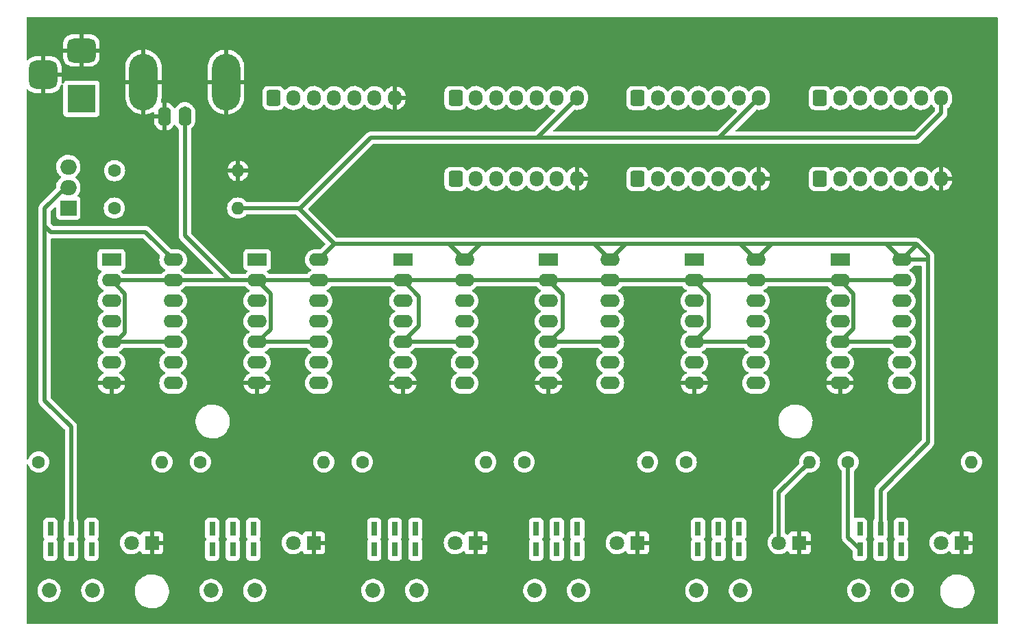
<source format=gbr>
%TF.GenerationSoftware,KiCad,Pcbnew,(6.0.4)*%
%TF.CreationDate,2023-12-08T17:13:01+01:00*%
%TF.ProjectId,BlankingRelay_Base,426c616e-6b69-46e6-9752-656c61795f42,rev?*%
%TF.SameCoordinates,Original*%
%TF.FileFunction,Copper,L2,Bot*%
%TF.FilePolarity,Positive*%
%FSLAX46Y46*%
G04 Gerber Fmt 4.6, Leading zero omitted, Abs format (unit mm)*
G04 Created by KiCad (PCBNEW (6.0.4)) date 2023-12-08 17:13:01*
%MOMM*%
%LPD*%
G01*
G04 APERTURE LIST*
G04 Aperture macros list*
%AMRoundRect*
0 Rectangle with rounded corners*
0 $1 Rounding radius*
0 $2 $3 $4 $5 $6 $7 $8 $9 X,Y pos of 4 corners*
0 Add a 4 corners polygon primitive as box body*
4,1,4,$2,$3,$4,$5,$6,$7,$8,$9,$2,$3,0*
0 Add four circle primitives for the rounded corners*
1,1,$1+$1,$2,$3*
1,1,$1+$1,$4,$5*
1,1,$1+$1,$6,$7*
1,1,$1+$1,$8,$9*
0 Add four rect primitives between the rounded corners*
20,1,$1+$1,$2,$3,$4,$5,0*
20,1,$1+$1,$4,$5,$6,$7,0*
20,1,$1+$1,$6,$7,$8,$9,0*
20,1,$1+$1,$8,$9,$2,$3,0*%
G04 Aperture macros list end*
%TA.AperFunction,ComponentPad*%
%ADD10R,2.400000X1.600000*%
%TD*%
%TA.AperFunction,ComponentPad*%
%ADD11O,2.400000X1.600000*%
%TD*%
%TA.AperFunction,ComponentPad*%
%ADD12RoundRect,0.250000X-0.600000X-0.725000X0.600000X-0.725000X0.600000X0.725000X-0.600000X0.725000X0*%
%TD*%
%TA.AperFunction,ComponentPad*%
%ADD13O,1.700000X1.950000*%
%TD*%
%TA.AperFunction,ComponentPad*%
%ADD14R,2.000000X1.905000*%
%TD*%
%TA.AperFunction,ComponentPad*%
%ADD15O,2.000000X1.905000*%
%TD*%
%TA.AperFunction,ComponentPad*%
%ADD16C,1.850000*%
%TD*%
%TA.AperFunction,ComponentPad*%
%ADD17R,0.750000X1.750000*%
%TD*%
%TA.AperFunction,ComponentPad*%
%ADD18O,1.600000X1.600000*%
%TD*%
%TA.AperFunction,ComponentPad*%
%ADD19C,1.600000*%
%TD*%
%TA.AperFunction,ComponentPad*%
%ADD20O,1.600200X2.499360*%
%TD*%
%TA.AperFunction,ComponentPad*%
%ADD21O,3.500120X7.000240*%
%TD*%
%TA.AperFunction,ComponentPad*%
%ADD22RoundRect,0.875000X-0.875000X0.875000X-0.875000X-0.875000X0.875000X-0.875000X0.875000X0.875000X0*%
%TD*%
%TA.AperFunction,ComponentPad*%
%ADD23RoundRect,0.750000X-1.000000X0.750000X-1.000000X-0.750000X1.000000X-0.750000X1.000000X0.750000X0*%
%TD*%
%TA.AperFunction,ComponentPad*%
%ADD24R,3.500000X3.500000*%
%TD*%
%TA.AperFunction,ComponentPad*%
%ADD25R,1.800000X1.800000*%
%TD*%
%TA.AperFunction,ComponentPad*%
%ADD26C,1.800000*%
%TD*%
%TA.AperFunction,Conductor*%
%ADD27C,0.500000*%
%TD*%
G04 APERTURE END LIST*
D10*
%TO.P,U6,1*%
%TO.N,On_21*%
X130000000Y-105000000D03*
D11*
%TO.P,U6,2*%
%TO.N,Blanking_In*%
X130000000Y-107540000D03*
%TO.P,U6,3*%
%TO.N,Blanking_Out21*%
X130000000Y-110080000D03*
%TO.P,U6,4*%
%TO.N,On_22*%
X130000000Y-112620000D03*
%TO.P,U6,5*%
%TO.N,Blanking_In*%
X130000000Y-115160000D03*
%TO.P,U6,6*%
%TO.N,Blanking_Out22*%
X130000000Y-117700000D03*
%TO.P,U6,7,GND*%
%TO.N,GNDREF*%
X130000000Y-120240000D03*
%TO.P,U6,8*%
%TO.N,Blanking_Out24*%
X137620000Y-120240000D03*
%TO.P,U6,9*%
%TO.N,On_24*%
X137620000Y-117700000D03*
%TO.P,U6,10*%
%TO.N,Blanking_In*%
X137620000Y-115160000D03*
%TO.P,U6,11*%
%TO.N,Blanking_Out23*%
X137620000Y-112620000D03*
%TO.P,U6,12*%
%TO.N,On_23*%
X137620000Y-110080000D03*
%TO.P,U6,13*%
%TO.N,Blanking_In*%
X137620000Y-107540000D03*
%TO.P,U6,14,VCC*%
%TO.N,5V*%
X137620000Y-105000000D03*
%TD*%
D12*
%TO.P,J3,1,Pin_1*%
%TO.N,Blanking_Out1*%
X60000000Y-85000000D03*
D13*
%TO.P,J3,2,Pin_2*%
%TO.N,Blanking_Out2*%
X62500000Y-85000000D03*
%TO.P,J3,3,Pin_3*%
%TO.N,Blanking_Out3*%
X65000000Y-85000000D03*
%TO.P,J3,4,Pin_4*%
%TO.N,Blanking_Out4*%
X67500000Y-85000000D03*
%TO.P,J3,5,Pin_5*%
%TO.N,Blanking_Out5*%
X70000000Y-85000000D03*
%TO.P,J3,6,Pin_6*%
%TO.N,Blanking_Out6*%
X72500000Y-85000000D03*
%TO.P,J3,7,Pin_7*%
%TO.N,GNDREF*%
X75000000Y-85000000D03*
%TD*%
D11*
%TO.P,U5,14,VCC*%
%TO.N,5V*%
X119620000Y-105000000D03*
%TO.P,U5,13*%
%TO.N,Blanking_In*%
X119620000Y-107540000D03*
%TO.P,U5,12*%
%TO.N,On_19*%
X119620000Y-110080000D03*
%TO.P,U5,11*%
%TO.N,Blanking_Out19*%
X119620000Y-112620000D03*
%TO.P,U5,10*%
%TO.N,Blanking_In*%
X119620000Y-115160000D03*
%TO.P,U5,9*%
%TO.N,On_20*%
X119620000Y-117700000D03*
%TO.P,U5,8*%
%TO.N,Blanking_Out20*%
X119620000Y-120240000D03*
%TO.P,U5,7,GND*%
%TO.N,GNDREF*%
X112000000Y-120240000D03*
%TO.P,U5,6*%
%TO.N,Blanking_Out18*%
X112000000Y-117700000D03*
%TO.P,U5,5*%
%TO.N,Blanking_In*%
X112000000Y-115160000D03*
%TO.P,U5,4*%
%TO.N,On_18*%
X112000000Y-112620000D03*
%TO.P,U5,3*%
%TO.N,Blanking_Out17*%
X112000000Y-110080000D03*
%TO.P,U5,2*%
%TO.N,Blanking_In*%
X112000000Y-107540000D03*
D10*
%TO.P,U5,1*%
%TO.N,On_17*%
X112000000Y-105000000D03*
%TD*%
D11*
%TO.P,U4,14,VCC*%
%TO.N,5V*%
X101620000Y-105000000D03*
%TO.P,U4,13*%
%TO.N,Blanking_In*%
X101620000Y-107540000D03*
%TO.P,U4,12*%
%TO.N,On_15*%
X101620000Y-110080000D03*
%TO.P,U4,11*%
%TO.N,Blanking_Out15*%
X101620000Y-112620000D03*
%TO.P,U4,10*%
%TO.N,Blanking_In*%
X101620000Y-115160000D03*
%TO.P,U4,9*%
%TO.N,On_16*%
X101620000Y-117700000D03*
%TO.P,U4,8*%
%TO.N,Blanking_Out16*%
X101620000Y-120240000D03*
%TO.P,U4,7,GND*%
%TO.N,GNDREF*%
X94000000Y-120240000D03*
%TO.P,U4,6*%
%TO.N,Blanking_Out14*%
X94000000Y-117700000D03*
%TO.P,U4,5*%
%TO.N,Blanking_In*%
X94000000Y-115160000D03*
%TO.P,U4,4*%
%TO.N,On_14*%
X94000000Y-112620000D03*
%TO.P,U4,3*%
%TO.N,Blanking_Out13*%
X94000000Y-110080000D03*
%TO.P,U4,2*%
%TO.N,Blanking_In*%
X94000000Y-107540000D03*
D10*
%TO.P,U4,1*%
%TO.N,On_13*%
X94000000Y-105000000D03*
%TD*%
D11*
%TO.P,U3,14,VCC*%
%TO.N,5V*%
X83620000Y-105000000D03*
%TO.P,U3,13*%
%TO.N,Blanking_In*%
X83620000Y-107540000D03*
%TO.P,U3,12*%
%TO.N,On_11*%
X83620000Y-110080000D03*
%TO.P,U3,11*%
%TO.N,Blanking_Out11*%
X83620000Y-112620000D03*
%TO.P,U3,10*%
%TO.N,Blanking_In*%
X83620000Y-115160000D03*
%TO.P,U3,9*%
%TO.N,On_12*%
X83620000Y-117700000D03*
%TO.P,U3,8*%
%TO.N,Blanking_Out12*%
X83620000Y-120240000D03*
%TO.P,U3,7,GND*%
%TO.N,GNDREF*%
X76000000Y-120240000D03*
%TO.P,U3,6*%
%TO.N,Blanking_Out9*%
X76000000Y-117700000D03*
%TO.P,U3,5*%
%TO.N,Blanking_In*%
X76000000Y-115160000D03*
%TO.P,U3,4*%
%TO.N,On_9*%
X76000000Y-112620000D03*
%TO.P,U3,3*%
%TO.N,Blanking_Out10*%
X76000000Y-110080000D03*
%TO.P,U3,2*%
%TO.N,Blanking_In*%
X76000000Y-107540000D03*
D10*
%TO.P,U3,1*%
%TO.N,On_10*%
X76000000Y-105000000D03*
%TD*%
%TO.P,U2,1*%
%TO.N,On_5*%
X58000000Y-105000000D03*
D11*
%TO.P,U2,2*%
%TO.N,Blanking_In*%
X58000000Y-107540000D03*
%TO.P,U2,3*%
%TO.N,Blanking_Out5*%
X58000000Y-110080000D03*
%TO.P,U2,4*%
%TO.N,On_6*%
X58000000Y-112620000D03*
%TO.P,U2,5*%
%TO.N,Blanking_In*%
X58000000Y-115160000D03*
%TO.P,U2,6*%
%TO.N,Blanking_Out6*%
X58000000Y-117700000D03*
%TO.P,U2,7,GND*%
%TO.N,GNDREF*%
X58000000Y-120240000D03*
%TO.P,U2,8*%
%TO.N,Blanking_Out8*%
X65620000Y-120240000D03*
%TO.P,U2,9*%
%TO.N,On_8*%
X65620000Y-117700000D03*
%TO.P,U2,10*%
%TO.N,Blanking_In*%
X65620000Y-115160000D03*
%TO.P,U2,11*%
%TO.N,Blanking_Out7*%
X65620000Y-112620000D03*
%TO.P,U2,12*%
%TO.N,On_7*%
X65620000Y-110080000D03*
%TO.P,U2,13*%
%TO.N,Blanking_In*%
X65620000Y-107540000D03*
%TO.P,U2,14,VCC*%
%TO.N,5V*%
X65620000Y-105000000D03*
%TD*%
D10*
%TO.P,U1,1*%
%TO.N,On_1*%
X40000000Y-105000000D03*
D11*
%TO.P,U1,2*%
%TO.N,Blanking_In*%
X40000000Y-107540000D03*
%TO.P,U1,3*%
%TO.N,Blanking_Out1*%
X40000000Y-110080000D03*
%TO.P,U1,4*%
%TO.N,On_2*%
X40000000Y-112620000D03*
%TO.P,U1,5*%
%TO.N,Blanking_In*%
X40000000Y-115160000D03*
%TO.P,U1,6*%
%TO.N,Blanking_Out2*%
X40000000Y-117700000D03*
%TO.P,U1,7,GND*%
%TO.N,GNDREF*%
X40000000Y-120240000D03*
%TO.P,U1,8*%
%TO.N,Blanking_Out4*%
X47620000Y-120240000D03*
%TO.P,U1,9*%
%TO.N,On_4*%
X47620000Y-117700000D03*
%TO.P,U1,10*%
%TO.N,Blanking_In*%
X47620000Y-115160000D03*
%TO.P,U1,11*%
%TO.N,Blanking_Out3*%
X47620000Y-112620000D03*
%TO.P,U1,12*%
%TO.N,On_3*%
X47620000Y-110080000D03*
%TO.P,U1,13*%
%TO.N,Blanking_In*%
X47620000Y-107540000D03*
%TO.P,U1,14,VCC*%
%TO.N,5V*%
X47620000Y-105000000D03*
%TD*%
D14*
%TO.P,U0,1,ADJ*%
%TO.N,Net-(R98-Pad1)*%
X34675000Y-98590000D03*
D15*
%TO.P,U0,2,VO*%
%TO.N,5V*%
X34675000Y-96050000D03*
%TO.P,U0,3,VI*%
%TO.N,+9V*%
X34675000Y-93510000D03*
%TD*%
D16*
%TO.P,SW6,8*%
%TO.N,N/C*%
X137700000Y-145900000D03*
%TO.P,SW6,7*%
X132300000Y-145900000D03*
D17*
%TO.P,SW6,6,C*%
%TO.N,unconnected-(SW6-Pad6)*%
X137540000Y-140820000D03*
%TO.P,SW6,5,B*%
%TO.N,5V*%
X135000000Y-140820000D03*
%TO.P,SW6,4,A*%
%TO.N,Net-(SW6-Pad4)*%
X132460000Y-140820000D03*
%TO.P,SW6,3,C*%
%TO.N,unconnected-(SW6-Pad3)*%
X137540000Y-138280000D03*
%TO.P,SW6,2,B*%
%TO.N,5V*%
X135000000Y-138280000D03*
%TO.P,SW6,1,A*%
%TO.N,On_6*%
X132460000Y-138280000D03*
%TD*%
D16*
%TO.P,SW5,8*%
%TO.N,N/C*%
X117700000Y-145900000D03*
%TO.P,SW5,7*%
X112300000Y-145900000D03*
D17*
%TO.P,SW5,6,C*%
%TO.N,unconnected-(SW5-Pad6)*%
X117540000Y-140820000D03*
%TO.P,SW5,5,B*%
%TO.N,5V*%
X115000000Y-140820000D03*
%TO.P,SW5,4,A*%
%TO.N,Net-(SW5-Pad4)*%
X112460000Y-140820000D03*
%TO.P,SW5,3,C*%
%TO.N,unconnected-(SW5-Pad3)*%
X117540000Y-138280000D03*
%TO.P,SW5,2,B*%
%TO.N,5V*%
X115000000Y-138280000D03*
%TO.P,SW5,1,A*%
%TO.N,On_5*%
X112460000Y-138280000D03*
%TD*%
%TO.P,SW4,1,A*%
%TO.N,On_4*%
X92460000Y-138280000D03*
%TO.P,SW4,2,B*%
%TO.N,5V*%
X95000000Y-138280000D03*
%TO.P,SW4,3,C*%
%TO.N,unconnected-(SW4-Pad3)*%
X97540000Y-138280000D03*
%TO.P,SW4,4,A*%
%TO.N,Net-(SW4-Pad4)*%
X92460000Y-140820000D03*
%TO.P,SW4,5,B*%
%TO.N,5V*%
X95000000Y-140820000D03*
%TO.P,SW4,6,C*%
%TO.N,unconnected-(SW4-Pad6)*%
X97540000Y-140820000D03*
D16*
%TO.P,SW4,7*%
%TO.N,N/C*%
X92300000Y-145900000D03*
%TO.P,SW4,8*%
X97700000Y-145900000D03*
%TD*%
%TO.P,SW3,8*%
%TO.N,N/C*%
X77700000Y-145900000D03*
%TO.P,SW3,7*%
X72300000Y-145900000D03*
D17*
%TO.P,SW3,6,C*%
%TO.N,unconnected-(SW3-Pad6)*%
X77540000Y-140820000D03*
%TO.P,SW3,5,B*%
%TO.N,5V*%
X75000000Y-140820000D03*
%TO.P,SW3,4,A*%
%TO.N,Net-(SW3-Pad4)*%
X72460000Y-140820000D03*
%TO.P,SW3,3,C*%
%TO.N,unconnected-(SW3-Pad3)*%
X77540000Y-138280000D03*
%TO.P,SW3,2,B*%
%TO.N,5V*%
X75000000Y-138280000D03*
%TO.P,SW3,1,A*%
%TO.N,On_3*%
X72460000Y-138280000D03*
%TD*%
D16*
%TO.P,SW2,8*%
%TO.N,N/C*%
X57700000Y-145900000D03*
%TO.P,SW2,7*%
X52300000Y-145900000D03*
D17*
%TO.P,SW2,6,C*%
%TO.N,unconnected-(SW2-Pad6)*%
X57540000Y-140820000D03*
%TO.P,SW2,5,B*%
%TO.N,5V*%
X55000000Y-140820000D03*
%TO.P,SW2,4,A*%
%TO.N,Net-(SW2-Pad4)*%
X52460000Y-140820000D03*
%TO.P,SW2,3,C*%
%TO.N,unconnected-(SW2-Pad3)*%
X57540000Y-138280000D03*
%TO.P,SW2,2,B*%
%TO.N,5V*%
X55000000Y-138280000D03*
%TO.P,SW2,1,A*%
%TO.N,On_2*%
X52460000Y-138280000D03*
%TD*%
%TO.P,SW1,1,A*%
%TO.N,On_1*%
X32460000Y-138280000D03*
%TO.P,SW1,2,B*%
%TO.N,5V*%
X35000000Y-138280000D03*
%TO.P,SW1,3,C*%
%TO.N,unconnected-(SW1-Pad3)*%
X37540000Y-138280000D03*
%TO.P,SW1,4,A*%
%TO.N,Net-(SW1-Pad4)*%
X32460000Y-140820000D03*
%TO.P,SW1,5,B*%
%TO.N,5V*%
X35000000Y-140820000D03*
%TO.P,SW1,6,C*%
%TO.N,unconnected-(SW1-Pad6)*%
X37540000Y-140820000D03*
D16*
%TO.P,SW1,7*%
%TO.N,N/C*%
X32300000Y-145900000D03*
%TO.P,SW1,8*%
X37700000Y-145900000D03*
%TD*%
D18*
%TO.P,R99,2*%
%TO.N,GNDREF*%
X55626000Y-93980000D03*
D19*
%TO.P,R99,1*%
%TO.N,Net-(R98-Pad1)*%
X40386000Y-93980000D03*
%TD*%
%TO.P,R98,1*%
%TO.N,Net-(R98-Pad1)*%
X40360000Y-98620000D03*
D18*
%TO.P,R98,2*%
%TO.N,5V*%
X55600000Y-98620000D03*
%TD*%
%TO.P,R6,2*%
%TO.N,Net-(D6-Pad2)*%
X146240000Y-130000000D03*
D19*
%TO.P,R6,1*%
%TO.N,Net-(SW6-Pad4)*%
X131000000Y-130000000D03*
%TD*%
%TO.P,R5,1*%
%TO.N,Net-(SW5-Pad4)*%
X111000000Y-130000000D03*
D18*
%TO.P,R5,2*%
%TO.N,Net-(D5-Pad2)*%
X126240000Y-130000000D03*
%TD*%
D19*
%TO.P,R4,1*%
%TO.N,Net-(SW4-Pad4)*%
X91000000Y-130000000D03*
D18*
%TO.P,R4,2*%
%TO.N,Net-(D4-Pad2)*%
X106240000Y-130000000D03*
%TD*%
D19*
%TO.P,R3,1*%
%TO.N,Net-(SW3-Pad4)*%
X71000000Y-130000000D03*
D18*
%TO.P,R3,2*%
%TO.N,Net-(D3-Pad2)*%
X86240000Y-130000000D03*
%TD*%
D19*
%TO.P,R2,1*%
%TO.N,Net-(SW2-Pad4)*%
X51000000Y-130000000D03*
D18*
%TO.P,R2,2*%
%TO.N,Net-(D2-Pad2)*%
X66240000Y-130000000D03*
%TD*%
D19*
%TO.P,R1,1*%
%TO.N,Net-(SW1-Pad4)*%
X31000000Y-130000000D03*
D18*
%TO.P,R1,2*%
%TO.N,Net-(D1-Pad2)*%
X46240000Y-130000000D03*
%TD*%
D12*
%TO.P,J9,1,Pin_1*%
%TO.N,On_19*%
X127500000Y-85000000D03*
D13*
%TO.P,J9,2,Pin_2*%
%TO.N,On_20*%
X130000000Y-85000000D03*
%TO.P,J9,3,Pin_3*%
%TO.N,On_21*%
X132500000Y-85000000D03*
%TO.P,J9,4,Pin_4*%
%TO.N,On_22*%
X135000000Y-85000000D03*
%TO.P,J9,5,Pin_5*%
%TO.N,On_23*%
X137500000Y-85000000D03*
%TO.P,J9,6,Pin_6*%
%TO.N,On_24*%
X140000000Y-85000000D03*
%TO.P,J9,7,Pin_7*%
%TO.N,5V*%
X142500000Y-85000000D03*
%TD*%
D12*
%TO.P,J8,1,Pin_1*%
%TO.N,Blanking_Out19*%
X127500000Y-95000000D03*
D13*
%TO.P,J8,2,Pin_2*%
%TO.N,Blanking_Out20*%
X130000000Y-95000000D03*
%TO.P,J8,3,Pin_3*%
%TO.N,Blanking_Out21*%
X132500000Y-95000000D03*
%TO.P,J8,4,Pin_4*%
%TO.N,Blanking_Out22*%
X135000000Y-95000000D03*
%TO.P,J8,5,Pin_5*%
%TO.N,Blanking_Out23*%
X137500000Y-95000000D03*
%TO.P,J8,6,Pin_6*%
%TO.N,Blanking_Out24*%
X140000000Y-95000000D03*
%TO.P,J8,7,Pin_7*%
%TO.N,GNDREF*%
X142500000Y-95000000D03*
%TD*%
D12*
%TO.P,J7,1,Pin_1*%
%TO.N,On_13*%
X105000000Y-85000000D03*
D13*
%TO.P,J7,2,Pin_2*%
%TO.N,On_14*%
X107500000Y-85000000D03*
%TO.P,J7,3,Pin_3*%
%TO.N,On_15*%
X110000000Y-85000000D03*
%TO.P,J7,4,Pin_4*%
%TO.N,On_16*%
X112500000Y-85000000D03*
%TO.P,J7,5,Pin_5*%
%TO.N,On_17*%
X115000000Y-85000000D03*
%TO.P,J7,6,Pin_6*%
%TO.N,On_18*%
X117500000Y-85000000D03*
%TO.P,J7,7,Pin_7*%
%TO.N,5V*%
X120000000Y-85000000D03*
%TD*%
D12*
%TO.P,J6,1,Pin_1*%
%TO.N,Blanking_Out13*%
X105000000Y-95000000D03*
D13*
%TO.P,J6,2,Pin_2*%
%TO.N,Blanking_Out14*%
X107500000Y-95000000D03*
%TO.P,J6,3,Pin_3*%
%TO.N,Blanking_Out15*%
X110000000Y-95000000D03*
%TO.P,J6,4,Pin_4*%
%TO.N,Blanking_Out16*%
X112500000Y-95000000D03*
%TO.P,J6,5,Pin_5*%
%TO.N,Blanking_Out18*%
X115000000Y-95000000D03*
%TO.P,J6,6,Pin_6*%
%TO.N,Blanking_Out17*%
X117500000Y-95000000D03*
%TO.P,J6,7,Pin_7*%
%TO.N,GNDREF*%
X120000000Y-95000000D03*
%TD*%
D12*
%TO.P,J5,1,Pin_1*%
%TO.N,On_7*%
X82500000Y-85000000D03*
D13*
%TO.P,J5,2,Pin_2*%
%TO.N,On_8*%
X85000000Y-85000000D03*
%TO.P,J5,3,Pin_3*%
%TO.N,On_9*%
X87500000Y-85000000D03*
%TO.P,J5,4,Pin_4*%
%TO.N,On_10*%
X90000000Y-85000000D03*
%TO.P,J5,5,Pin_5*%
%TO.N,On_11*%
X92500000Y-85000000D03*
%TO.P,J5,6,Pin_6*%
%TO.N,On_12*%
X95000000Y-85000000D03*
%TO.P,J5,7,Pin_7*%
%TO.N,5V*%
X97500000Y-85000000D03*
%TD*%
D12*
%TO.P,J4,1,Pin_1*%
%TO.N,Blanking_Out7*%
X82500000Y-95000000D03*
D13*
%TO.P,J4,2,Pin_2*%
%TO.N,Blanking_Out8*%
X85000000Y-95000000D03*
%TO.P,J4,3,Pin_3*%
%TO.N,Blanking_Out9*%
X87500000Y-95000000D03*
%TO.P,J4,4,Pin_4*%
%TO.N,Blanking_Out10*%
X90000000Y-95000000D03*
%TO.P,J4,5,Pin_5*%
%TO.N,Blanking_Out11*%
X92500000Y-95000000D03*
%TO.P,J4,6,Pin_6*%
%TO.N,Blanking_Out12*%
X95000000Y-95000000D03*
%TO.P,J4,7,Pin_7*%
%TO.N,GNDREF*%
X97500000Y-95000000D03*
%TD*%
D20*
%TO.P,J2,2,Ext*%
%TO.N,GNDREF*%
X46560640Y-87281050D03*
%TO.P,J2,1,In*%
%TO.N,Blanking_In*%
X49060000Y-87281050D03*
D21*
%TO.P,J2,2,Ext*%
%TO.N,GNDREF*%
X54160320Y-83016390D03*
X43962220Y-83016390D03*
%TD*%
D22*
%TO.P,J1,3*%
%TO.N,GNDREF*%
X31587500Y-82120000D03*
D23*
%TO.P,J1,2*%
X36287500Y-79120000D03*
D24*
%TO.P,J1,1*%
%TO.N,+9V*%
X36287500Y-85120000D03*
%TD*%
D25*
%TO.P,D6,1,K*%
%TO.N,GNDREF*%
X145000000Y-140000000D03*
D26*
%TO.P,D6,2,A*%
%TO.N,Net-(D6-Pad2)*%
X142460000Y-140000000D03*
%TD*%
D25*
%TO.P,D5,1,K*%
%TO.N,GNDREF*%
X125000000Y-140000000D03*
D26*
%TO.P,D5,2,A*%
%TO.N,Net-(D5-Pad2)*%
X122460000Y-140000000D03*
%TD*%
D25*
%TO.P,D4,1,K*%
%TO.N,GNDREF*%
X105000000Y-140000000D03*
D26*
%TO.P,D4,2,A*%
%TO.N,Net-(D4-Pad2)*%
X102460000Y-140000000D03*
%TD*%
D25*
%TO.P,D3,1,K*%
%TO.N,GNDREF*%
X85000000Y-140000000D03*
D26*
%TO.P,D3,2,A*%
%TO.N,Net-(D3-Pad2)*%
X82460000Y-140000000D03*
%TD*%
D25*
%TO.P,D2,1,K*%
%TO.N,GNDREF*%
X65000000Y-140000000D03*
D26*
%TO.P,D2,2,A*%
%TO.N,Net-(D2-Pad2)*%
X62460000Y-140000000D03*
%TD*%
D25*
%TO.P,D1,1,K*%
%TO.N,GNDREF*%
X45000000Y-140000000D03*
D26*
%TO.P,D1,2,A*%
%TO.N,Net-(D1-Pad2)*%
X42460000Y-140000000D03*
%TD*%
D27*
%TO.N,Blanking_In*%
X131649520Y-113510480D02*
X130000000Y-115160000D01*
X131649520Y-109189520D02*
X131649520Y-113510480D01*
X130000000Y-107540000D02*
X131649520Y-109189520D01*
X113792000Y-113368000D02*
X112000000Y-115160000D01*
X112000000Y-107540000D02*
X113792000Y-109332000D01*
X113792000Y-109332000D02*
X113792000Y-113368000D01*
X94000000Y-115160000D02*
X94058000Y-115160000D01*
X94058000Y-115160000D02*
X95719000Y-113499000D01*
X95719000Y-109259000D02*
X95719000Y-113499000D01*
X94000000Y-107540000D02*
X95719000Y-109259000D01*
X77978000Y-113182000D02*
X77978000Y-109518000D01*
X77978000Y-109518000D02*
X76000000Y-107540000D01*
X76000000Y-115160000D02*
X77978000Y-113182000D01*
X59649520Y-113578480D02*
X59649520Y-109189520D01*
X58068000Y-115160000D02*
X59649520Y-113578480D01*
X58000000Y-107540000D02*
X59304000Y-108844000D01*
X59649520Y-109189520D02*
X59304000Y-108844000D01*
X58000000Y-115160000D02*
X58068000Y-115160000D01*
X41649520Y-109189520D02*
X40000000Y-107540000D01*
X41649520Y-114052480D02*
X41649520Y-109189520D01*
X40542000Y-115160000D02*
X41649520Y-114052480D01*
X40000000Y-115160000D02*
X40542000Y-115160000D01*
%TO.N,5V*%
X139415000Y-103205000D02*
X137620000Y-105000000D01*
X139415000Y-103065000D02*
X139415000Y-103205000D01*
X140857000Y-105015000D02*
X140857000Y-127621000D01*
X137620000Y-105000000D02*
X140842000Y-105000000D01*
X140857000Y-104507000D02*
X140857000Y-105015000D01*
X140842000Y-105000000D02*
X140857000Y-105015000D01*
X121555000Y-103065000D02*
X121725000Y-103065000D01*
X119620000Y-105000000D02*
X121555000Y-103065000D01*
X121725000Y-103065000D02*
X134815000Y-103065000D01*
X107891000Y-103065000D02*
X121725000Y-103065000D01*
X103555000Y-103065000D02*
X101620000Y-105000000D01*
X104589000Y-103065000D02*
X107891000Y-103065000D01*
X104589000Y-103065000D02*
X103555000Y-103065000D01*
X99119000Y-103065000D02*
X104589000Y-103065000D01*
X99685000Y-103065000D02*
X101620000Y-105000000D01*
X99119000Y-103065000D02*
X99685000Y-103065000D01*
X85657000Y-103065000D02*
X99119000Y-103065000D01*
X83620000Y-105000000D02*
X85555000Y-103065000D01*
X85555000Y-103065000D02*
X85657000Y-103065000D01*
X81685000Y-103065000D02*
X85657000Y-103065000D01*
X63314000Y-98620000D02*
X55600000Y-98620000D01*
X72018000Y-89916000D02*
X63314000Y-98620000D01*
X87376000Y-89916000D02*
X72018000Y-89916000D01*
X63110000Y-98620000D02*
X55600000Y-98620000D01*
X67555000Y-103065000D02*
X63110000Y-98620000D01*
X139415000Y-103065000D02*
X140857000Y-104507000D01*
X134815000Y-103065000D02*
X139415000Y-103065000D01*
X134815000Y-103065000D02*
X135685000Y-103065000D01*
X117685000Y-103065000D02*
X107891000Y-103065000D01*
X119620000Y-105000000D02*
X117685000Y-103065000D01*
X135685000Y-103065000D02*
X137620000Y-105000000D01*
X67555000Y-103065000D02*
X65620000Y-105000000D01*
X71569000Y-103065000D02*
X67555000Y-103065000D01*
X71569000Y-103065000D02*
X75633000Y-103065000D01*
X69537000Y-103065000D02*
X71569000Y-103065000D01*
X81685000Y-103065000D02*
X75633000Y-103065000D01*
X83620000Y-105000000D02*
X81685000Y-103065000D01*
X75633000Y-103065000D02*
X79443000Y-103065000D01*
X44220000Y-101600000D02*
X47620000Y-105000000D01*
X31750000Y-100838000D02*
X32512000Y-101600000D01*
X31750000Y-98806000D02*
X31750000Y-100838000D01*
X32512000Y-101600000D02*
X44220000Y-101600000D01*
X140857000Y-127621000D02*
X135000000Y-133478000D01*
X135000000Y-133478000D02*
X135000000Y-138280000D01*
%TO.N,Blanking_In*%
X54600000Y-107540000D02*
X58000000Y-107540000D01*
X49060000Y-102000000D02*
X54600000Y-107540000D01*
X49060000Y-87281050D02*
X49060000Y-102000000D01*
X47620000Y-115160000D02*
X40000000Y-115160000D01*
X47620000Y-107540000D02*
X40000000Y-107540000D01*
X58000000Y-107540000D02*
X47620000Y-107540000D01*
X65620000Y-107540000D02*
X58000000Y-107540000D01*
X76000000Y-107540000D02*
X65620000Y-107540000D01*
X76000000Y-107540000D02*
X83620000Y-107540000D01*
X94000000Y-107540000D02*
X83620000Y-107540000D01*
X101620000Y-107540000D02*
X94000000Y-107540000D01*
X112000000Y-107540000D02*
X101620000Y-107540000D01*
X119620000Y-107540000D02*
X112000000Y-107540000D01*
X130000000Y-107540000D02*
X119620000Y-107540000D01*
X130000000Y-107540000D02*
X137620000Y-107540000D01*
X130000000Y-115160000D02*
X137620000Y-115160000D01*
X112000000Y-115160000D02*
X119620000Y-115160000D01*
X94000000Y-115160000D02*
X101620000Y-115160000D01*
X76000000Y-115160000D02*
X83620000Y-115160000D01*
X58000000Y-115160000D02*
X65620000Y-115160000D01*
%TO.N,5V*%
X92584000Y-89916000D02*
X97500000Y-85000000D01*
X87376000Y-89916000D02*
X92584000Y-89916000D01*
X87376000Y-89916000D02*
X113792000Y-89916000D01*
X115084000Y-89916000D02*
X120000000Y-85000000D01*
X113792000Y-89916000D02*
X115084000Y-89916000D01*
X113792000Y-89916000D02*
X139446000Y-89916000D01*
X139446000Y-89916000D02*
X142500000Y-86862000D01*
X142500000Y-86862000D02*
X142500000Y-85000000D01*
X31750000Y-98806000D02*
X31750000Y-98663478D01*
X31750000Y-122428000D02*
X31750000Y-98806000D01*
%TO.N,Blanking_In*%
X93374000Y-107540000D02*
X95000000Y-107540000D01*
X95000000Y-115160000D02*
X93570000Y-115160000D01*
X82620000Y-107540000D02*
X83918000Y-107540000D01*
X82620000Y-115160000D02*
X84172000Y-115160000D01*
X62620000Y-115160000D02*
X64164000Y-115160000D01*
%TO.N,5V*%
X34363478Y-96050000D02*
X34675000Y-96050000D01*
X31750000Y-98663478D02*
X34363478Y-96050000D01*
X35000000Y-125678000D02*
X31750000Y-122428000D01*
X35000000Y-138280000D02*
X35000000Y-125678000D01*
%TO.N,Net-(D5-Pad2)*%
X122460000Y-133780000D02*
X126240000Y-130000000D01*
X122460000Y-140000000D02*
X122460000Y-133780000D01*
%TO.N,Net-(SW6-Pad4)*%
X131000000Y-139360000D02*
X132460000Y-140820000D01*
X131000000Y-130000000D02*
X131000000Y-139360000D01*
%TD*%
%TA.AperFunction,Conductor*%
%TO.N,GNDREF*%
G36*
X149442121Y-75020002D02*
G01*
X149488614Y-75073658D01*
X149500000Y-75126000D01*
X149500000Y-149874000D01*
X149479998Y-149942121D01*
X149426342Y-149988614D01*
X149374000Y-150000000D01*
X29626000Y-150000000D01*
X29557879Y-149979998D01*
X29511386Y-149926342D01*
X29500000Y-149874000D01*
X29500000Y-145864856D01*
X30862016Y-145864856D01*
X30862313Y-145870008D01*
X30862313Y-145870012D01*
X30875288Y-146095029D01*
X30875289Y-146095035D01*
X30875586Y-146100188D01*
X30927408Y-146330144D01*
X30929352Y-146334930D01*
X30929353Y-146334935D01*
X30969643Y-146434157D01*
X31016093Y-146548548D01*
X31139258Y-146749535D01*
X31293595Y-146927707D01*
X31474960Y-147078279D01*
X31479412Y-147080881D01*
X31479417Y-147080884D01*
X31674024Y-147194603D01*
X31678482Y-147197208D01*
X31898696Y-147281299D01*
X31903762Y-147282330D01*
X31903763Y-147282330D01*
X32006611Y-147303254D01*
X32129686Y-147328294D01*
X32262389Y-147333160D01*
X32360087Y-147336743D01*
X32360091Y-147336743D01*
X32365251Y-147336932D01*
X32370371Y-147336276D01*
X32370373Y-147336276D01*
X32443235Y-147326942D01*
X32599063Y-147306980D01*
X32604012Y-147305495D01*
X32604018Y-147305494D01*
X32735465Y-147266058D01*
X32824844Y-147239243D01*
X33036529Y-147135539D01*
X33040732Y-147132541D01*
X33040737Y-147132538D01*
X33224231Y-147001653D01*
X33224233Y-147001651D01*
X33228435Y-146998654D01*
X33395407Y-146832264D01*
X33532961Y-146640837D01*
X33630475Y-146443534D01*
X33635109Y-146434157D01*
X33635110Y-146434155D01*
X33637403Y-146429515D01*
X33705928Y-146203972D01*
X33712969Y-146150488D01*
X33736259Y-145973587D01*
X33736259Y-145973583D01*
X33736696Y-145970266D01*
X33738413Y-145900000D01*
X33735524Y-145864856D01*
X36262016Y-145864856D01*
X36262313Y-145870008D01*
X36262313Y-145870012D01*
X36275288Y-146095029D01*
X36275289Y-146095035D01*
X36275586Y-146100188D01*
X36327408Y-146330144D01*
X36329352Y-146334930D01*
X36329353Y-146334935D01*
X36369643Y-146434157D01*
X36416093Y-146548548D01*
X36539258Y-146749535D01*
X36693595Y-146927707D01*
X36874960Y-147078279D01*
X36879412Y-147080881D01*
X36879417Y-147080884D01*
X37074024Y-147194603D01*
X37078482Y-147197208D01*
X37298696Y-147281299D01*
X37303762Y-147282330D01*
X37303763Y-147282330D01*
X37406611Y-147303254D01*
X37529686Y-147328294D01*
X37662389Y-147333160D01*
X37760087Y-147336743D01*
X37760091Y-147336743D01*
X37765251Y-147336932D01*
X37770371Y-147336276D01*
X37770373Y-147336276D01*
X37843235Y-147326942D01*
X37999063Y-147306980D01*
X38004012Y-147305495D01*
X38004018Y-147305494D01*
X38135465Y-147266058D01*
X38224844Y-147239243D01*
X38436529Y-147135539D01*
X38440732Y-147132541D01*
X38440737Y-147132538D01*
X38624231Y-147001653D01*
X38624233Y-147001651D01*
X38628435Y-146998654D01*
X38795407Y-146832264D01*
X38932961Y-146640837D01*
X39030475Y-146443534D01*
X39035109Y-146434157D01*
X39035110Y-146434155D01*
X39037403Y-146429515D01*
X39105928Y-146203972D01*
X39112969Y-146150488D01*
X39115310Y-146132703D01*
X42890743Y-146132703D01*
X42928268Y-146417734D01*
X43004129Y-146695036D01*
X43005813Y-146698984D01*
X43104781Y-146931009D01*
X43116923Y-146959476D01*
X43186050Y-147074979D01*
X43259203Y-147197208D01*
X43264561Y-147206161D01*
X43444313Y-147430528D01*
X43652851Y-147628423D01*
X43886317Y-147796186D01*
X43890112Y-147798195D01*
X43890113Y-147798196D01*
X43911869Y-147809715D01*
X44140392Y-147930712D01*
X44410373Y-148029511D01*
X44691264Y-148090755D01*
X44719841Y-148093004D01*
X44914282Y-148108307D01*
X44914291Y-148108307D01*
X44916739Y-148108500D01*
X45072271Y-148108500D01*
X45074407Y-148108354D01*
X45074418Y-148108354D01*
X45282548Y-148094165D01*
X45282554Y-148094164D01*
X45286825Y-148093873D01*
X45291020Y-148093004D01*
X45291022Y-148093004D01*
X45427584Y-148064723D01*
X45568342Y-148035574D01*
X45839343Y-147939607D01*
X46094812Y-147807750D01*
X46098313Y-147805289D01*
X46098317Y-147805287D01*
X46212418Y-147725095D01*
X46330023Y-147642441D01*
X46540622Y-147446740D01*
X46722713Y-147224268D01*
X46872927Y-146979142D01*
X46897221Y-146923800D01*
X46986757Y-146719830D01*
X46988483Y-146715898D01*
X47067244Y-146439406D01*
X47107751Y-146154784D01*
X47107845Y-146136951D01*
X47109235Y-145871583D01*
X47109235Y-145871576D01*
X47109257Y-145867297D01*
X47108936Y-145864856D01*
X50862016Y-145864856D01*
X50862313Y-145870008D01*
X50862313Y-145870012D01*
X50875288Y-146095029D01*
X50875289Y-146095035D01*
X50875586Y-146100188D01*
X50927408Y-146330144D01*
X50929352Y-146334930D01*
X50929353Y-146334935D01*
X50969643Y-146434157D01*
X51016093Y-146548548D01*
X51139258Y-146749535D01*
X51293595Y-146927707D01*
X51474960Y-147078279D01*
X51479412Y-147080881D01*
X51479417Y-147080884D01*
X51674024Y-147194603D01*
X51678482Y-147197208D01*
X51898696Y-147281299D01*
X51903762Y-147282330D01*
X51903763Y-147282330D01*
X52006611Y-147303254D01*
X52129686Y-147328294D01*
X52262389Y-147333160D01*
X52360087Y-147336743D01*
X52360091Y-147336743D01*
X52365251Y-147336932D01*
X52370371Y-147336276D01*
X52370373Y-147336276D01*
X52443235Y-147326942D01*
X52599063Y-147306980D01*
X52604012Y-147305495D01*
X52604018Y-147305494D01*
X52735465Y-147266058D01*
X52824844Y-147239243D01*
X53036529Y-147135539D01*
X53040732Y-147132541D01*
X53040737Y-147132538D01*
X53224231Y-147001653D01*
X53224233Y-147001651D01*
X53228435Y-146998654D01*
X53395407Y-146832264D01*
X53532961Y-146640837D01*
X53630475Y-146443534D01*
X53635109Y-146434157D01*
X53635110Y-146434155D01*
X53637403Y-146429515D01*
X53705928Y-146203972D01*
X53712969Y-146150488D01*
X53736259Y-145973587D01*
X53736259Y-145973583D01*
X53736696Y-145970266D01*
X53738413Y-145900000D01*
X53735524Y-145864856D01*
X56262016Y-145864856D01*
X56262313Y-145870008D01*
X56262313Y-145870012D01*
X56275288Y-146095029D01*
X56275289Y-146095035D01*
X56275586Y-146100188D01*
X56327408Y-146330144D01*
X56329352Y-146334930D01*
X56329353Y-146334935D01*
X56369643Y-146434157D01*
X56416093Y-146548548D01*
X56539258Y-146749535D01*
X56693595Y-146927707D01*
X56874960Y-147078279D01*
X56879412Y-147080881D01*
X56879417Y-147080884D01*
X57074024Y-147194603D01*
X57078482Y-147197208D01*
X57298696Y-147281299D01*
X57303762Y-147282330D01*
X57303763Y-147282330D01*
X57406611Y-147303254D01*
X57529686Y-147328294D01*
X57662389Y-147333160D01*
X57760087Y-147336743D01*
X57760091Y-147336743D01*
X57765251Y-147336932D01*
X57770371Y-147336276D01*
X57770373Y-147336276D01*
X57843235Y-147326942D01*
X57999063Y-147306980D01*
X58004012Y-147305495D01*
X58004018Y-147305494D01*
X58135465Y-147266058D01*
X58224844Y-147239243D01*
X58436529Y-147135539D01*
X58440732Y-147132541D01*
X58440737Y-147132538D01*
X58624231Y-147001653D01*
X58624233Y-147001651D01*
X58628435Y-146998654D01*
X58795407Y-146832264D01*
X58932961Y-146640837D01*
X59030475Y-146443534D01*
X59035109Y-146434157D01*
X59035110Y-146434155D01*
X59037403Y-146429515D01*
X59105928Y-146203972D01*
X59112969Y-146150488D01*
X59136259Y-145973587D01*
X59136259Y-145973583D01*
X59136696Y-145970266D01*
X59138413Y-145900000D01*
X59135524Y-145864856D01*
X70862016Y-145864856D01*
X70862313Y-145870008D01*
X70862313Y-145870012D01*
X70875288Y-146095029D01*
X70875289Y-146095035D01*
X70875586Y-146100188D01*
X70927408Y-146330144D01*
X70929352Y-146334930D01*
X70929353Y-146334935D01*
X70969643Y-146434157D01*
X71016093Y-146548548D01*
X71139258Y-146749535D01*
X71293595Y-146927707D01*
X71474960Y-147078279D01*
X71479412Y-147080881D01*
X71479417Y-147080884D01*
X71674024Y-147194603D01*
X71678482Y-147197208D01*
X71898696Y-147281299D01*
X71903762Y-147282330D01*
X71903763Y-147282330D01*
X72006611Y-147303254D01*
X72129686Y-147328294D01*
X72262389Y-147333160D01*
X72360087Y-147336743D01*
X72360091Y-147336743D01*
X72365251Y-147336932D01*
X72370371Y-147336276D01*
X72370373Y-147336276D01*
X72443235Y-147326942D01*
X72599063Y-147306980D01*
X72604012Y-147305495D01*
X72604018Y-147305494D01*
X72735465Y-147266058D01*
X72824844Y-147239243D01*
X73036529Y-147135539D01*
X73040732Y-147132541D01*
X73040737Y-147132538D01*
X73224231Y-147001653D01*
X73224233Y-147001651D01*
X73228435Y-146998654D01*
X73395407Y-146832264D01*
X73532961Y-146640837D01*
X73630475Y-146443534D01*
X73635109Y-146434157D01*
X73635110Y-146434155D01*
X73637403Y-146429515D01*
X73705928Y-146203972D01*
X73712969Y-146150488D01*
X73736259Y-145973587D01*
X73736259Y-145973583D01*
X73736696Y-145970266D01*
X73738413Y-145900000D01*
X73735524Y-145864856D01*
X76262016Y-145864856D01*
X76262313Y-145870008D01*
X76262313Y-145870012D01*
X76275288Y-146095029D01*
X76275289Y-146095035D01*
X76275586Y-146100188D01*
X76327408Y-146330144D01*
X76329352Y-146334930D01*
X76329353Y-146334935D01*
X76369643Y-146434157D01*
X76416093Y-146548548D01*
X76539258Y-146749535D01*
X76693595Y-146927707D01*
X76874960Y-147078279D01*
X76879412Y-147080881D01*
X76879417Y-147080884D01*
X77074024Y-147194603D01*
X77078482Y-147197208D01*
X77298696Y-147281299D01*
X77303762Y-147282330D01*
X77303763Y-147282330D01*
X77406611Y-147303254D01*
X77529686Y-147328294D01*
X77662389Y-147333160D01*
X77760087Y-147336743D01*
X77760091Y-147336743D01*
X77765251Y-147336932D01*
X77770371Y-147336276D01*
X77770373Y-147336276D01*
X77843235Y-147326942D01*
X77999063Y-147306980D01*
X78004012Y-147305495D01*
X78004018Y-147305494D01*
X78135465Y-147266058D01*
X78224844Y-147239243D01*
X78436529Y-147135539D01*
X78440732Y-147132541D01*
X78440737Y-147132538D01*
X78624231Y-147001653D01*
X78624233Y-147001651D01*
X78628435Y-146998654D01*
X78795407Y-146832264D01*
X78932961Y-146640837D01*
X79030475Y-146443534D01*
X79035109Y-146434157D01*
X79035110Y-146434155D01*
X79037403Y-146429515D01*
X79105928Y-146203972D01*
X79112969Y-146150488D01*
X79136259Y-145973587D01*
X79136259Y-145973583D01*
X79136696Y-145970266D01*
X79138413Y-145900000D01*
X79135524Y-145864856D01*
X90862016Y-145864856D01*
X90862313Y-145870008D01*
X90862313Y-145870012D01*
X90875288Y-146095029D01*
X90875289Y-146095035D01*
X90875586Y-146100188D01*
X90927408Y-146330144D01*
X90929352Y-146334930D01*
X90929353Y-146334935D01*
X90969643Y-146434157D01*
X91016093Y-146548548D01*
X91139258Y-146749535D01*
X91293595Y-146927707D01*
X91474960Y-147078279D01*
X91479412Y-147080881D01*
X91479417Y-147080884D01*
X91674024Y-147194603D01*
X91678482Y-147197208D01*
X91898696Y-147281299D01*
X91903762Y-147282330D01*
X91903763Y-147282330D01*
X92006611Y-147303254D01*
X92129686Y-147328294D01*
X92262389Y-147333160D01*
X92360087Y-147336743D01*
X92360091Y-147336743D01*
X92365251Y-147336932D01*
X92370371Y-147336276D01*
X92370373Y-147336276D01*
X92443235Y-147326942D01*
X92599063Y-147306980D01*
X92604012Y-147305495D01*
X92604018Y-147305494D01*
X92735465Y-147266058D01*
X92824844Y-147239243D01*
X93036529Y-147135539D01*
X93040732Y-147132541D01*
X93040737Y-147132538D01*
X93224231Y-147001653D01*
X93224233Y-147001651D01*
X93228435Y-146998654D01*
X93395407Y-146832264D01*
X93532961Y-146640837D01*
X93630475Y-146443534D01*
X93635109Y-146434157D01*
X93635110Y-146434155D01*
X93637403Y-146429515D01*
X93705928Y-146203972D01*
X93712969Y-146150488D01*
X93736259Y-145973587D01*
X93736259Y-145973583D01*
X93736696Y-145970266D01*
X93738413Y-145900000D01*
X93735524Y-145864856D01*
X96262016Y-145864856D01*
X96262313Y-145870008D01*
X96262313Y-145870012D01*
X96275288Y-146095029D01*
X96275289Y-146095035D01*
X96275586Y-146100188D01*
X96327408Y-146330144D01*
X96329352Y-146334930D01*
X96329353Y-146334935D01*
X96369643Y-146434157D01*
X96416093Y-146548548D01*
X96539258Y-146749535D01*
X96693595Y-146927707D01*
X96874960Y-147078279D01*
X96879412Y-147080881D01*
X96879417Y-147080884D01*
X97074024Y-147194603D01*
X97078482Y-147197208D01*
X97298696Y-147281299D01*
X97303762Y-147282330D01*
X97303763Y-147282330D01*
X97406611Y-147303254D01*
X97529686Y-147328294D01*
X97662389Y-147333160D01*
X97760087Y-147336743D01*
X97760091Y-147336743D01*
X97765251Y-147336932D01*
X97770371Y-147336276D01*
X97770373Y-147336276D01*
X97843235Y-147326942D01*
X97999063Y-147306980D01*
X98004012Y-147305495D01*
X98004018Y-147305494D01*
X98135465Y-147266058D01*
X98224844Y-147239243D01*
X98436529Y-147135539D01*
X98440732Y-147132541D01*
X98440737Y-147132538D01*
X98624231Y-147001653D01*
X98624233Y-147001651D01*
X98628435Y-146998654D01*
X98795407Y-146832264D01*
X98932961Y-146640837D01*
X99030475Y-146443534D01*
X99035109Y-146434157D01*
X99035110Y-146434155D01*
X99037403Y-146429515D01*
X99105928Y-146203972D01*
X99112969Y-146150488D01*
X99136259Y-145973587D01*
X99136259Y-145973583D01*
X99136696Y-145970266D01*
X99138413Y-145900000D01*
X99135524Y-145864856D01*
X110862016Y-145864856D01*
X110862313Y-145870008D01*
X110862313Y-145870012D01*
X110875288Y-146095029D01*
X110875289Y-146095035D01*
X110875586Y-146100188D01*
X110927408Y-146330144D01*
X110929352Y-146334930D01*
X110929353Y-146334935D01*
X110969643Y-146434157D01*
X111016093Y-146548548D01*
X111139258Y-146749535D01*
X111293595Y-146927707D01*
X111474960Y-147078279D01*
X111479412Y-147080881D01*
X111479417Y-147080884D01*
X111674024Y-147194603D01*
X111678482Y-147197208D01*
X111898696Y-147281299D01*
X111903762Y-147282330D01*
X111903763Y-147282330D01*
X112006611Y-147303254D01*
X112129686Y-147328294D01*
X112262389Y-147333160D01*
X112360087Y-147336743D01*
X112360091Y-147336743D01*
X112365251Y-147336932D01*
X112370371Y-147336276D01*
X112370373Y-147336276D01*
X112443235Y-147326942D01*
X112599063Y-147306980D01*
X112604012Y-147305495D01*
X112604018Y-147305494D01*
X112735465Y-147266058D01*
X112824844Y-147239243D01*
X113036529Y-147135539D01*
X113040732Y-147132541D01*
X113040737Y-147132538D01*
X113224231Y-147001653D01*
X113224233Y-147001651D01*
X113228435Y-146998654D01*
X113395407Y-146832264D01*
X113532961Y-146640837D01*
X113630475Y-146443534D01*
X113635109Y-146434157D01*
X113635110Y-146434155D01*
X113637403Y-146429515D01*
X113705928Y-146203972D01*
X113712969Y-146150488D01*
X113736259Y-145973587D01*
X113736259Y-145973583D01*
X113736696Y-145970266D01*
X113738413Y-145900000D01*
X113735524Y-145864856D01*
X116262016Y-145864856D01*
X116262313Y-145870008D01*
X116262313Y-145870012D01*
X116275288Y-146095029D01*
X116275289Y-146095035D01*
X116275586Y-146100188D01*
X116327408Y-146330144D01*
X116329352Y-146334930D01*
X116329353Y-146334935D01*
X116369643Y-146434157D01*
X116416093Y-146548548D01*
X116539258Y-146749535D01*
X116693595Y-146927707D01*
X116874960Y-147078279D01*
X116879412Y-147080881D01*
X116879417Y-147080884D01*
X117074024Y-147194603D01*
X117078482Y-147197208D01*
X117298696Y-147281299D01*
X117303762Y-147282330D01*
X117303763Y-147282330D01*
X117406611Y-147303254D01*
X117529686Y-147328294D01*
X117662389Y-147333160D01*
X117760087Y-147336743D01*
X117760091Y-147336743D01*
X117765251Y-147336932D01*
X117770371Y-147336276D01*
X117770373Y-147336276D01*
X117843235Y-147326942D01*
X117999063Y-147306980D01*
X118004012Y-147305495D01*
X118004018Y-147305494D01*
X118135465Y-147266058D01*
X118224844Y-147239243D01*
X118436529Y-147135539D01*
X118440732Y-147132541D01*
X118440737Y-147132538D01*
X118624231Y-147001653D01*
X118624233Y-147001651D01*
X118628435Y-146998654D01*
X118795407Y-146832264D01*
X118932961Y-146640837D01*
X119030475Y-146443534D01*
X119035109Y-146434157D01*
X119035110Y-146434155D01*
X119037403Y-146429515D01*
X119105928Y-146203972D01*
X119112969Y-146150488D01*
X119136259Y-145973587D01*
X119136259Y-145973583D01*
X119136696Y-145970266D01*
X119138413Y-145900000D01*
X119135524Y-145864856D01*
X130862016Y-145864856D01*
X130862313Y-145870008D01*
X130862313Y-145870012D01*
X130875288Y-146095029D01*
X130875289Y-146095035D01*
X130875586Y-146100188D01*
X130927408Y-146330144D01*
X130929352Y-146334930D01*
X130929353Y-146334935D01*
X130969643Y-146434157D01*
X131016093Y-146548548D01*
X131139258Y-146749535D01*
X131293595Y-146927707D01*
X131474960Y-147078279D01*
X131479412Y-147080881D01*
X131479417Y-147080884D01*
X131674024Y-147194603D01*
X131678482Y-147197208D01*
X131898696Y-147281299D01*
X131903762Y-147282330D01*
X131903763Y-147282330D01*
X132006611Y-147303254D01*
X132129686Y-147328294D01*
X132262389Y-147333160D01*
X132360087Y-147336743D01*
X132360091Y-147336743D01*
X132365251Y-147336932D01*
X132370371Y-147336276D01*
X132370373Y-147336276D01*
X132443235Y-147326942D01*
X132599063Y-147306980D01*
X132604012Y-147305495D01*
X132604018Y-147305494D01*
X132735465Y-147266058D01*
X132824844Y-147239243D01*
X133036529Y-147135539D01*
X133040732Y-147132541D01*
X133040737Y-147132538D01*
X133224231Y-147001653D01*
X133224233Y-147001651D01*
X133228435Y-146998654D01*
X133395407Y-146832264D01*
X133532961Y-146640837D01*
X133630475Y-146443534D01*
X133635109Y-146434157D01*
X133635110Y-146434155D01*
X133637403Y-146429515D01*
X133705928Y-146203972D01*
X133712969Y-146150488D01*
X133736259Y-145973587D01*
X133736259Y-145973583D01*
X133736696Y-145970266D01*
X133738413Y-145900000D01*
X133735524Y-145864856D01*
X136262016Y-145864856D01*
X136262313Y-145870008D01*
X136262313Y-145870012D01*
X136275288Y-146095029D01*
X136275289Y-146095035D01*
X136275586Y-146100188D01*
X136327408Y-146330144D01*
X136329352Y-146334930D01*
X136329353Y-146334935D01*
X136369643Y-146434157D01*
X136416093Y-146548548D01*
X136539258Y-146749535D01*
X136693595Y-146927707D01*
X136874960Y-147078279D01*
X136879412Y-147080881D01*
X136879417Y-147080884D01*
X137074024Y-147194603D01*
X137078482Y-147197208D01*
X137298696Y-147281299D01*
X137303762Y-147282330D01*
X137303763Y-147282330D01*
X137406611Y-147303254D01*
X137529686Y-147328294D01*
X137662389Y-147333160D01*
X137760087Y-147336743D01*
X137760091Y-147336743D01*
X137765251Y-147336932D01*
X137770371Y-147336276D01*
X137770373Y-147336276D01*
X137843235Y-147326942D01*
X137999063Y-147306980D01*
X138004012Y-147305495D01*
X138004018Y-147305494D01*
X138135465Y-147266058D01*
X138224844Y-147239243D01*
X138436529Y-147135539D01*
X138440732Y-147132541D01*
X138440737Y-147132538D01*
X138624231Y-147001653D01*
X138624233Y-147001651D01*
X138628435Y-146998654D01*
X138795407Y-146832264D01*
X138932961Y-146640837D01*
X139030475Y-146443534D01*
X139035109Y-146434157D01*
X139035110Y-146434155D01*
X139037403Y-146429515D01*
X139105928Y-146203972D01*
X139112969Y-146150488D01*
X139115310Y-146132703D01*
X142390743Y-146132703D01*
X142428268Y-146417734D01*
X142504129Y-146695036D01*
X142505813Y-146698984D01*
X142604781Y-146931009D01*
X142616923Y-146959476D01*
X142686050Y-147074979D01*
X142759203Y-147197208D01*
X142764561Y-147206161D01*
X142944313Y-147430528D01*
X143152851Y-147628423D01*
X143386317Y-147796186D01*
X143390112Y-147798195D01*
X143390113Y-147798196D01*
X143411869Y-147809715D01*
X143640392Y-147930712D01*
X143910373Y-148029511D01*
X144191264Y-148090755D01*
X144219841Y-148093004D01*
X144414282Y-148108307D01*
X144414291Y-148108307D01*
X144416739Y-148108500D01*
X144572271Y-148108500D01*
X144574407Y-148108354D01*
X144574418Y-148108354D01*
X144782548Y-148094165D01*
X144782554Y-148094164D01*
X144786825Y-148093873D01*
X144791020Y-148093004D01*
X144791022Y-148093004D01*
X144927584Y-148064723D01*
X145068342Y-148035574D01*
X145339343Y-147939607D01*
X145594812Y-147807750D01*
X145598313Y-147805289D01*
X145598317Y-147805287D01*
X145712418Y-147725095D01*
X145830023Y-147642441D01*
X146040622Y-147446740D01*
X146222713Y-147224268D01*
X146372927Y-146979142D01*
X146397221Y-146923800D01*
X146486757Y-146719830D01*
X146488483Y-146715898D01*
X146567244Y-146439406D01*
X146607751Y-146154784D01*
X146607845Y-146136951D01*
X146609235Y-145871583D01*
X146609235Y-145871576D01*
X146609257Y-145867297D01*
X146571732Y-145582266D01*
X146495871Y-145304964D01*
X146383077Y-145040524D01*
X146267860Y-144848011D01*
X146237643Y-144797521D01*
X146237640Y-144797517D01*
X146235439Y-144793839D01*
X146055687Y-144569472D01*
X145847149Y-144371577D01*
X145613683Y-144203814D01*
X145591843Y-144192250D01*
X145568654Y-144179972D01*
X145359608Y-144069288D01*
X145089627Y-143970489D01*
X144808736Y-143909245D01*
X144777685Y-143906801D01*
X144585718Y-143891693D01*
X144585709Y-143891693D01*
X144583261Y-143891500D01*
X144427729Y-143891500D01*
X144425593Y-143891646D01*
X144425582Y-143891646D01*
X144217452Y-143905835D01*
X144217446Y-143905836D01*
X144213175Y-143906127D01*
X144208980Y-143906996D01*
X144208978Y-143906996D01*
X144072417Y-143935276D01*
X143931658Y-143964426D01*
X143660657Y-144060393D01*
X143405188Y-144192250D01*
X143401687Y-144194711D01*
X143401683Y-144194713D01*
X143391594Y-144201804D01*
X143169977Y-144357559D01*
X143154892Y-144371577D01*
X143015889Y-144500747D01*
X142959378Y-144553260D01*
X142777287Y-144775732D01*
X142627073Y-145020858D01*
X142511517Y-145284102D01*
X142432756Y-145560594D01*
X142392249Y-145845216D01*
X142392227Y-145849505D01*
X142392226Y-145849512D01*
X142390765Y-146128417D01*
X142390743Y-146132703D01*
X139115310Y-146132703D01*
X139136259Y-145973587D01*
X139136259Y-145973583D01*
X139136696Y-145970266D01*
X139138413Y-145900000D01*
X139132017Y-145822201D01*
X139119522Y-145670221D01*
X139119521Y-145670215D01*
X139119098Y-145665070D01*
X139061673Y-145436449D01*
X138967678Y-145220277D01*
X138839640Y-145022359D01*
X138814543Y-144994777D01*
X138684473Y-144851833D01*
X138684471Y-144851832D01*
X138680995Y-144848011D01*
X138676944Y-144844812D01*
X138676940Y-144844808D01*
X138500061Y-144705117D01*
X138500057Y-144705115D01*
X138496006Y-144701915D01*
X138289639Y-144587995D01*
X138284770Y-144586271D01*
X138284766Y-144586269D01*
X138072311Y-144511035D01*
X138072307Y-144511034D01*
X138067436Y-144509309D01*
X138062343Y-144508402D01*
X138062340Y-144508401D01*
X137840456Y-144468877D01*
X137840450Y-144468876D01*
X137835367Y-144467971D01*
X137744523Y-144466861D01*
X137604830Y-144465154D01*
X137604828Y-144465154D01*
X137599661Y-144465091D01*
X137366651Y-144500747D01*
X137142593Y-144573980D01*
X136933504Y-144682825D01*
X136929371Y-144685928D01*
X136929368Y-144685930D01*
X136804897Y-144779386D01*
X136745000Y-144824358D01*
X136582143Y-144994777D01*
X136449307Y-145189508D01*
X136447133Y-145194192D01*
X136447131Y-145194195D01*
X136393793Y-145309103D01*
X136350059Y-145403319D01*
X136287065Y-145630468D01*
X136286516Y-145635605D01*
X136263656Y-145849512D01*
X136262016Y-145864856D01*
X133735524Y-145864856D01*
X133732017Y-145822201D01*
X133719522Y-145670221D01*
X133719521Y-145670215D01*
X133719098Y-145665070D01*
X133661673Y-145436449D01*
X133567678Y-145220277D01*
X133439640Y-145022359D01*
X133414543Y-144994777D01*
X133284473Y-144851833D01*
X133284471Y-144851832D01*
X133280995Y-144848011D01*
X133276944Y-144844812D01*
X133276940Y-144844808D01*
X133100061Y-144705117D01*
X133100057Y-144705115D01*
X133096006Y-144701915D01*
X132889639Y-144587995D01*
X132884770Y-144586271D01*
X132884766Y-144586269D01*
X132672311Y-144511035D01*
X132672307Y-144511034D01*
X132667436Y-144509309D01*
X132662343Y-144508402D01*
X132662340Y-144508401D01*
X132440456Y-144468877D01*
X132440450Y-144468876D01*
X132435367Y-144467971D01*
X132344523Y-144466861D01*
X132204830Y-144465154D01*
X132204828Y-144465154D01*
X132199661Y-144465091D01*
X131966651Y-144500747D01*
X131742593Y-144573980D01*
X131533504Y-144682825D01*
X131529371Y-144685928D01*
X131529368Y-144685930D01*
X131404897Y-144779386D01*
X131345000Y-144824358D01*
X131182143Y-144994777D01*
X131049307Y-145189508D01*
X131047133Y-145194192D01*
X131047131Y-145194195D01*
X130993793Y-145309103D01*
X130950059Y-145403319D01*
X130887065Y-145630468D01*
X130886516Y-145635605D01*
X130863656Y-145849512D01*
X130862016Y-145864856D01*
X119135524Y-145864856D01*
X119132017Y-145822201D01*
X119119522Y-145670221D01*
X119119521Y-145670215D01*
X119119098Y-145665070D01*
X119061673Y-145436449D01*
X118967678Y-145220277D01*
X118839640Y-145022359D01*
X118814543Y-144994777D01*
X118684473Y-144851833D01*
X118684471Y-144851832D01*
X118680995Y-144848011D01*
X118676944Y-144844812D01*
X118676940Y-144844808D01*
X118500061Y-144705117D01*
X118500057Y-144705115D01*
X118496006Y-144701915D01*
X118289639Y-144587995D01*
X118284770Y-144586271D01*
X118284766Y-144586269D01*
X118072311Y-144511035D01*
X118072307Y-144511034D01*
X118067436Y-144509309D01*
X118062343Y-144508402D01*
X118062340Y-144508401D01*
X117840456Y-144468877D01*
X117840450Y-144468876D01*
X117835367Y-144467971D01*
X117744523Y-144466861D01*
X117604830Y-144465154D01*
X117604828Y-144465154D01*
X117599661Y-144465091D01*
X117366651Y-144500747D01*
X117142593Y-144573980D01*
X116933504Y-144682825D01*
X116929371Y-144685928D01*
X116929368Y-144685930D01*
X116804897Y-144779386D01*
X116745000Y-144824358D01*
X116582143Y-144994777D01*
X116449307Y-145189508D01*
X116447133Y-145194192D01*
X116447131Y-145194195D01*
X116393793Y-145309103D01*
X116350059Y-145403319D01*
X116287065Y-145630468D01*
X116286516Y-145635605D01*
X116263656Y-145849512D01*
X116262016Y-145864856D01*
X113735524Y-145864856D01*
X113732017Y-145822201D01*
X113719522Y-145670221D01*
X113719521Y-145670215D01*
X113719098Y-145665070D01*
X113661673Y-145436449D01*
X113567678Y-145220277D01*
X113439640Y-145022359D01*
X113414543Y-144994777D01*
X113284473Y-144851833D01*
X113284471Y-144851832D01*
X113280995Y-144848011D01*
X113276944Y-144844812D01*
X113276940Y-144844808D01*
X113100061Y-144705117D01*
X113100057Y-144705115D01*
X113096006Y-144701915D01*
X112889639Y-144587995D01*
X112884770Y-144586271D01*
X112884766Y-144586269D01*
X112672311Y-144511035D01*
X112672307Y-144511034D01*
X112667436Y-144509309D01*
X112662343Y-144508402D01*
X112662340Y-144508401D01*
X112440456Y-144468877D01*
X112440450Y-144468876D01*
X112435367Y-144467971D01*
X112344523Y-144466861D01*
X112204830Y-144465154D01*
X112204828Y-144465154D01*
X112199661Y-144465091D01*
X111966651Y-144500747D01*
X111742593Y-144573980D01*
X111533504Y-144682825D01*
X111529371Y-144685928D01*
X111529368Y-144685930D01*
X111404897Y-144779386D01*
X111345000Y-144824358D01*
X111182143Y-144994777D01*
X111049307Y-145189508D01*
X111047133Y-145194192D01*
X111047131Y-145194195D01*
X110993793Y-145309103D01*
X110950059Y-145403319D01*
X110887065Y-145630468D01*
X110886516Y-145635605D01*
X110863656Y-145849512D01*
X110862016Y-145864856D01*
X99135524Y-145864856D01*
X99132017Y-145822201D01*
X99119522Y-145670221D01*
X99119521Y-145670215D01*
X99119098Y-145665070D01*
X99061673Y-145436449D01*
X98967678Y-145220277D01*
X98839640Y-145022359D01*
X98814543Y-144994777D01*
X98684473Y-144851833D01*
X98684471Y-144851832D01*
X98680995Y-144848011D01*
X98676944Y-144844812D01*
X98676940Y-144844808D01*
X98500061Y-144705117D01*
X98500057Y-144705115D01*
X98496006Y-144701915D01*
X98289639Y-144587995D01*
X98284770Y-144586271D01*
X98284766Y-144586269D01*
X98072311Y-144511035D01*
X98072307Y-144511034D01*
X98067436Y-144509309D01*
X98062343Y-144508402D01*
X98062340Y-144508401D01*
X97840456Y-144468877D01*
X97840450Y-144468876D01*
X97835367Y-144467971D01*
X97744523Y-144466861D01*
X97604830Y-144465154D01*
X97604828Y-144465154D01*
X97599661Y-144465091D01*
X97366651Y-144500747D01*
X97142593Y-144573980D01*
X96933504Y-144682825D01*
X96929371Y-144685928D01*
X96929368Y-144685930D01*
X96804897Y-144779386D01*
X96745000Y-144824358D01*
X96582143Y-144994777D01*
X96449307Y-145189508D01*
X96447133Y-145194192D01*
X96447131Y-145194195D01*
X96393793Y-145309103D01*
X96350059Y-145403319D01*
X96287065Y-145630468D01*
X96286516Y-145635605D01*
X96263656Y-145849512D01*
X96262016Y-145864856D01*
X93735524Y-145864856D01*
X93732017Y-145822201D01*
X93719522Y-145670221D01*
X93719521Y-145670215D01*
X93719098Y-145665070D01*
X93661673Y-145436449D01*
X93567678Y-145220277D01*
X93439640Y-145022359D01*
X93414543Y-144994777D01*
X93284473Y-144851833D01*
X93284471Y-144851832D01*
X93280995Y-144848011D01*
X93276944Y-144844812D01*
X93276940Y-144844808D01*
X93100061Y-144705117D01*
X93100057Y-144705115D01*
X93096006Y-144701915D01*
X92889639Y-144587995D01*
X92884770Y-144586271D01*
X92884766Y-144586269D01*
X92672311Y-144511035D01*
X92672307Y-144511034D01*
X92667436Y-144509309D01*
X92662343Y-144508402D01*
X92662340Y-144508401D01*
X92440456Y-144468877D01*
X92440450Y-144468876D01*
X92435367Y-144467971D01*
X92344523Y-144466861D01*
X92204830Y-144465154D01*
X92204828Y-144465154D01*
X92199661Y-144465091D01*
X91966651Y-144500747D01*
X91742593Y-144573980D01*
X91533504Y-144682825D01*
X91529371Y-144685928D01*
X91529368Y-144685930D01*
X91404897Y-144779386D01*
X91345000Y-144824358D01*
X91182143Y-144994777D01*
X91049307Y-145189508D01*
X91047133Y-145194192D01*
X91047131Y-145194195D01*
X90993793Y-145309103D01*
X90950059Y-145403319D01*
X90887065Y-145630468D01*
X90886516Y-145635605D01*
X90863656Y-145849512D01*
X90862016Y-145864856D01*
X79135524Y-145864856D01*
X79132017Y-145822201D01*
X79119522Y-145670221D01*
X79119521Y-145670215D01*
X79119098Y-145665070D01*
X79061673Y-145436449D01*
X78967678Y-145220277D01*
X78839640Y-145022359D01*
X78814543Y-144994777D01*
X78684473Y-144851833D01*
X78684471Y-144851832D01*
X78680995Y-144848011D01*
X78676944Y-144844812D01*
X78676940Y-144844808D01*
X78500061Y-144705117D01*
X78500057Y-144705115D01*
X78496006Y-144701915D01*
X78289639Y-144587995D01*
X78284770Y-144586271D01*
X78284766Y-144586269D01*
X78072311Y-144511035D01*
X78072307Y-144511034D01*
X78067436Y-144509309D01*
X78062343Y-144508402D01*
X78062340Y-144508401D01*
X77840456Y-144468877D01*
X77840450Y-144468876D01*
X77835367Y-144467971D01*
X77744523Y-144466861D01*
X77604830Y-144465154D01*
X77604828Y-144465154D01*
X77599661Y-144465091D01*
X77366651Y-144500747D01*
X77142593Y-144573980D01*
X76933504Y-144682825D01*
X76929371Y-144685928D01*
X76929368Y-144685930D01*
X76804897Y-144779386D01*
X76745000Y-144824358D01*
X76582143Y-144994777D01*
X76449307Y-145189508D01*
X76447133Y-145194192D01*
X76447131Y-145194195D01*
X76393793Y-145309103D01*
X76350059Y-145403319D01*
X76287065Y-145630468D01*
X76286516Y-145635605D01*
X76263656Y-145849512D01*
X76262016Y-145864856D01*
X73735524Y-145864856D01*
X73732017Y-145822201D01*
X73719522Y-145670221D01*
X73719521Y-145670215D01*
X73719098Y-145665070D01*
X73661673Y-145436449D01*
X73567678Y-145220277D01*
X73439640Y-145022359D01*
X73414543Y-144994777D01*
X73284473Y-144851833D01*
X73284471Y-144851832D01*
X73280995Y-144848011D01*
X73276944Y-144844812D01*
X73276940Y-144844808D01*
X73100061Y-144705117D01*
X73100057Y-144705115D01*
X73096006Y-144701915D01*
X72889639Y-144587995D01*
X72884770Y-144586271D01*
X72884766Y-144586269D01*
X72672311Y-144511035D01*
X72672307Y-144511034D01*
X72667436Y-144509309D01*
X72662343Y-144508402D01*
X72662340Y-144508401D01*
X72440456Y-144468877D01*
X72440450Y-144468876D01*
X72435367Y-144467971D01*
X72344523Y-144466861D01*
X72204830Y-144465154D01*
X72204828Y-144465154D01*
X72199661Y-144465091D01*
X71966651Y-144500747D01*
X71742593Y-144573980D01*
X71533504Y-144682825D01*
X71529371Y-144685928D01*
X71529368Y-144685930D01*
X71404897Y-144779386D01*
X71345000Y-144824358D01*
X71182143Y-144994777D01*
X71049307Y-145189508D01*
X71047133Y-145194192D01*
X71047131Y-145194195D01*
X70993793Y-145309103D01*
X70950059Y-145403319D01*
X70887065Y-145630468D01*
X70886516Y-145635605D01*
X70863656Y-145849512D01*
X70862016Y-145864856D01*
X59135524Y-145864856D01*
X59132017Y-145822201D01*
X59119522Y-145670221D01*
X59119521Y-145670215D01*
X59119098Y-145665070D01*
X59061673Y-145436449D01*
X58967678Y-145220277D01*
X58839640Y-145022359D01*
X58814543Y-144994777D01*
X58684473Y-144851833D01*
X58684471Y-144851832D01*
X58680995Y-144848011D01*
X58676944Y-144844812D01*
X58676940Y-144844808D01*
X58500061Y-144705117D01*
X58500057Y-144705115D01*
X58496006Y-144701915D01*
X58289639Y-144587995D01*
X58284770Y-144586271D01*
X58284766Y-144586269D01*
X58072311Y-144511035D01*
X58072307Y-144511034D01*
X58067436Y-144509309D01*
X58062343Y-144508402D01*
X58062340Y-144508401D01*
X57840456Y-144468877D01*
X57840450Y-144468876D01*
X57835367Y-144467971D01*
X57744523Y-144466861D01*
X57604830Y-144465154D01*
X57604828Y-144465154D01*
X57599661Y-144465091D01*
X57366651Y-144500747D01*
X57142593Y-144573980D01*
X56933504Y-144682825D01*
X56929371Y-144685928D01*
X56929368Y-144685930D01*
X56804897Y-144779386D01*
X56745000Y-144824358D01*
X56582143Y-144994777D01*
X56449307Y-145189508D01*
X56447133Y-145194192D01*
X56447131Y-145194195D01*
X56393793Y-145309103D01*
X56350059Y-145403319D01*
X56287065Y-145630468D01*
X56286516Y-145635605D01*
X56263656Y-145849512D01*
X56262016Y-145864856D01*
X53735524Y-145864856D01*
X53732017Y-145822201D01*
X53719522Y-145670221D01*
X53719521Y-145670215D01*
X53719098Y-145665070D01*
X53661673Y-145436449D01*
X53567678Y-145220277D01*
X53439640Y-145022359D01*
X53414543Y-144994777D01*
X53284473Y-144851833D01*
X53284471Y-144851832D01*
X53280995Y-144848011D01*
X53276944Y-144844812D01*
X53276940Y-144844808D01*
X53100061Y-144705117D01*
X53100057Y-144705115D01*
X53096006Y-144701915D01*
X52889639Y-144587995D01*
X52884770Y-144586271D01*
X52884766Y-144586269D01*
X52672311Y-144511035D01*
X52672307Y-144511034D01*
X52667436Y-144509309D01*
X52662343Y-144508402D01*
X52662340Y-144508401D01*
X52440456Y-144468877D01*
X52440450Y-144468876D01*
X52435367Y-144467971D01*
X52344523Y-144466861D01*
X52204830Y-144465154D01*
X52204828Y-144465154D01*
X52199661Y-144465091D01*
X51966651Y-144500747D01*
X51742593Y-144573980D01*
X51533504Y-144682825D01*
X51529371Y-144685928D01*
X51529368Y-144685930D01*
X51404897Y-144779386D01*
X51345000Y-144824358D01*
X51182143Y-144994777D01*
X51049307Y-145189508D01*
X51047133Y-145194192D01*
X51047131Y-145194195D01*
X50993793Y-145309103D01*
X50950059Y-145403319D01*
X50887065Y-145630468D01*
X50886516Y-145635605D01*
X50863656Y-145849512D01*
X50862016Y-145864856D01*
X47108936Y-145864856D01*
X47071732Y-145582266D01*
X46995871Y-145304964D01*
X46883077Y-145040524D01*
X46767860Y-144848011D01*
X46737643Y-144797521D01*
X46737640Y-144797517D01*
X46735439Y-144793839D01*
X46555687Y-144569472D01*
X46347149Y-144371577D01*
X46113683Y-144203814D01*
X46091843Y-144192250D01*
X46068654Y-144179972D01*
X45859608Y-144069288D01*
X45589627Y-143970489D01*
X45308736Y-143909245D01*
X45277685Y-143906801D01*
X45085718Y-143891693D01*
X45085709Y-143891693D01*
X45083261Y-143891500D01*
X44927729Y-143891500D01*
X44925593Y-143891646D01*
X44925582Y-143891646D01*
X44717452Y-143905835D01*
X44717446Y-143905836D01*
X44713175Y-143906127D01*
X44708980Y-143906996D01*
X44708978Y-143906996D01*
X44572417Y-143935276D01*
X44431658Y-143964426D01*
X44160657Y-144060393D01*
X43905188Y-144192250D01*
X43901687Y-144194711D01*
X43901683Y-144194713D01*
X43891594Y-144201804D01*
X43669977Y-144357559D01*
X43654892Y-144371577D01*
X43515889Y-144500747D01*
X43459378Y-144553260D01*
X43277287Y-144775732D01*
X43127073Y-145020858D01*
X43011517Y-145284102D01*
X42932756Y-145560594D01*
X42892249Y-145845216D01*
X42892227Y-145849505D01*
X42892226Y-145849512D01*
X42890765Y-146128417D01*
X42890743Y-146132703D01*
X39115310Y-146132703D01*
X39136259Y-145973587D01*
X39136259Y-145973583D01*
X39136696Y-145970266D01*
X39138413Y-145900000D01*
X39132017Y-145822201D01*
X39119522Y-145670221D01*
X39119521Y-145670215D01*
X39119098Y-145665070D01*
X39061673Y-145436449D01*
X38967678Y-145220277D01*
X38839640Y-145022359D01*
X38814543Y-144994777D01*
X38684473Y-144851833D01*
X38684471Y-144851832D01*
X38680995Y-144848011D01*
X38676944Y-144844812D01*
X38676940Y-144844808D01*
X38500061Y-144705117D01*
X38500057Y-144705115D01*
X38496006Y-144701915D01*
X38289639Y-144587995D01*
X38284770Y-144586271D01*
X38284766Y-144586269D01*
X38072311Y-144511035D01*
X38072307Y-144511034D01*
X38067436Y-144509309D01*
X38062343Y-144508402D01*
X38062340Y-144508401D01*
X37840456Y-144468877D01*
X37840450Y-144468876D01*
X37835367Y-144467971D01*
X37744523Y-144466861D01*
X37604830Y-144465154D01*
X37604828Y-144465154D01*
X37599661Y-144465091D01*
X37366651Y-144500747D01*
X37142593Y-144573980D01*
X36933504Y-144682825D01*
X36929371Y-144685928D01*
X36929368Y-144685930D01*
X36804897Y-144779386D01*
X36745000Y-144824358D01*
X36582143Y-144994777D01*
X36449307Y-145189508D01*
X36447133Y-145194192D01*
X36447131Y-145194195D01*
X36393793Y-145309103D01*
X36350059Y-145403319D01*
X36287065Y-145630468D01*
X36286516Y-145635605D01*
X36263656Y-145849512D01*
X36262016Y-145864856D01*
X33735524Y-145864856D01*
X33732017Y-145822201D01*
X33719522Y-145670221D01*
X33719521Y-145670215D01*
X33719098Y-145665070D01*
X33661673Y-145436449D01*
X33567678Y-145220277D01*
X33439640Y-145022359D01*
X33414543Y-144994777D01*
X33284473Y-144851833D01*
X33284471Y-144851832D01*
X33280995Y-144848011D01*
X33276944Y-144844812D01*
X33276940Y-144844808D01*
X33100061Y-144705117D01*
X33100057Y-144705115D01*
X33096006Y-144701915D01*
X32889639Y-144587995D01*
X32884770Y-144586271D01*
X32884766Y-144586269D01*
X32672311Y-144511035D01*
X32672307Y-144511034D01*
X32667436Y-144509309D01*
X32662343Y-144508402D01*
X32662340Y-144508401D01*
X32440456Y-144468877D01*
X32440450Y-144468876D01*
X32435367Y-144467971D01*
X32344523Y-144466861D01*
X32204830Y-144465154D01*
X32204828Y-144465154D01*
X32199661Y-144465091D01*
X31966651Y-144500747D01*
X31742593Y-144573980D01*
X31533504Y-144682825D01*
X31529371Y-144685928D01*
X31529368Y-144685930D01*
X31404897Y-144779386D01*
X31345000Y-144824358D01*
X31182143Y-144994777D01*
X31049307Y-145189508D01*
X31047133Y-145194192D01*
X31047131Y-145194195D01*
X30993793Y-145309103D01*
X30950059Y-145403319D01*
X30887065Y-145630468D01*
X30886516Y-145635605D01*
X30863656Y-145849512D01*
X30862016Y-145864856D01*
X29500000Y-145864856D01*
X29500000Y-141743134D01*
X31576500Y-141743134D01*
X31583255Y-141805316D01*
X31634385Y-141941705D01*
X31721739Y-142058261D01*
X31838295Y-142145615D01*
X31974684Y-142196745D01*
X32036866Y-142203500D01*
X32883134Y-142203500D01*
X32945316Y-142196745D01*
X33081705Y-142145615D01*
X33198261Y-142058261D01*
X33285615Y-141941705D01*
X33336745Y-141805316D01*
X33343500Y-141743134D01*
X33343500Y-139896866D01*
X33336745Y-139834684D01*
X33285615Y-139698295D01*
X33279120Y-139689628D01*
X33231107Y-139625565D01*
X33206259Y-139559058D01*
X33221312Y-139489676D01*
X33231107Y-139474435D01*
X33280229Y-139408892D01*
X33280230Y-139408890D01*
X33285615Y-139401705D01*
X33336745Y-139265316D01*
X33343500Y-139203134D01*
X33343500Y-137356866D01*
X33336745Y-137294684D01*
X33285615Y-137158295D01*
X33198261Y-137041739D01*
X33081705Y-136954385D01*
X32945316Y-136903255D01*
X32883134Y-136896500D01*
X32036866Y-136896500D01*
X31974684Y-136903255D01*
X31838295Y-136954385D01*
X31721739Y-137041739D01*
X31634385Y-137158295D01*
X31583255Y-137294684D01*
X31576500Y-137356866D01*
X31576500Y-139203134D01*
X31583255Y-139265316D01*
X31634385Y-139401705D01*
X31639770Y-139408890D01*
X31639771Y-139408892D01*
X31688893Y-139474435D01*
X31713741Y-139540942D01*
X31698688Y-139610324D01*
X31688893Y-139625565D01*
X31640881Y-139689628D01*
X31634385Y-139698295D01*
X31583255Y-139834684D01*
X31576500Y-139896866D01*
X31576500Y-141743134D01*
X29500000Y-141743134D01*
X29500000Y-130414644D01*
X29520002Y-130346523D01*
X29573658Y-130300030D01*
X29643932Y-130289926D01*
X29708512Y-130319420D01*
X29747707Y-130382033D01*
X29765716Y-130449243D01*
X29768039Y-130454224D01*
X29768039Y-130454225D01*
X29860151Y-130651762D01*
X29860154Y-130651767D01*
X29862477Y-130656749D01*
X29993802Y-130844300D01*
X30155700Y-131006198D01*
X30160208Y-131009355D01*
X30160211Y-131009357D01*
X30187769Y-131028653D01*
X30343251Y-131137523D01*
X30348233Y-131139846D01*
X30348238Y-131139849D01*
X30545775Y-131231961D01*
X30550757Y-131234284D01*
X30556065Y-131235706D01*
X30556067Y-131235707D01*
X30766598Y-131292119D01*
X30766600Y-131292119D01*
X30771913Y-131293543D01*
X31000000Y-131313498D01*
X31228087Y-131293543D01*
X31233400Y-131292119D01*
X31233402Y-131292119D01*
X31443933Y-131235707D01*
X31443935Y-131235706D01*
X31449243Y-131234284D01*
X31454225Y-131231961D01*
X31651762Y-131139849D01*
X31651767Y-131139846D01*
X31656749Y-131137523D01*
X31812231Y-131028653D01*
X31839789Y-131009357D01*
X31839792Y-131009355D01*
X31844300Y-131006198D01*
X32006198Y-130844300D01*
X32137523Y-130656749D01*
X32139846Y-130651767D01*
X32139849Y-130651762D01*
X32231961Y-130454225D01*
X32231961Y-130454224D01*
X32234284Y-130449243D01*
X32293543Y-130228087D01*
X32313498Y-130000000D01*
X32293543Y-129771913D01*
X32234284Y-129550757D01*
X32231961Y-129545775D01*
X32139849Y-129348238D01*
X32139846Y-129348233D01*
X32137523Y-129343251D01*
X32006198Y-129155700D01*
X31844300Y-128993802D01*
X31839792Y-128990645D01*
X31839789Y-128990643D01*
X31761611Y-128935902D01*
X31656749Y-128862477D01*
X31651767Y-128860154D01*
X31651762Y-128860151D01*
X31454225Y-128768039D01*
X31454224Y-128768039D01*
X31449243Y-128765716D01*
X31443935Y-128764294D01*
X31443933Y-128764293D01*
X31233402Y-128707881D01*
X31233400Y-128707881D01*
X31228087Y-128706457D01*
X31000000Y-128686502D01*
X30771913Y-128706457D01*
X30766600Y-128707881D01*
X30766598Y-128707881D01*
X30556067Y-128764293D01*
X30556065Y-128764294D01*
X30550757Y-128765716D01*
X30545776Y-128768039D01*
X30545775Y-128768039D01*
X30348238Y-128860151D01*
X30348233Y-128860154D01*
X30343251Y-128862477D01*
X30238389Y-128935902D01*
X30160211Y-128990643D01*
X30160208Y-128990645D01*
X30155700Y-128993802D01*
X29993802Y-129155700D01*
X29862477Y-129343251D01*
X29860154Y-129348233D01*
X29860151Y-129348238D01*
X29768039Y-129545775D01*
X29765716Y-129550757D01*
X29764294Y-129556065D01*
X29764293Y-129556067D01*
X29747707Y-129617967D01*
X29710755Y-129678590D01*
X29646894Y-129709611D01*
X29576400Y-129701183D01*
X29521653Y-129655980D01*
X29500000Y-129585356D01*
X29500000Y-122401349D01*
X30986801Y-122401349D01*
X30987394Y-122408641D01*
X30987394Y-122408644D01*
X30991085Y-122454018D01*
X30991500Y-122464233D01*
X30991500Y-122472293D01*
X30991925Y-122475937D01*
X30994789Y-122500507D01*
X30995222Y-122504882D01*
X31001140Y-122577637D01*
X31003396Y-122584601D01*
X31004587Y-122590560D01*
X31005971Y-122596415D01*
X31006818Y-122603681D01*
X31031735Y-122672327D01*
X31033152Y-122676455D01*
X31055649Y-122745899D01*
X31059445Y-122752154D01*
X31061951Y-122757628D01*
X31064670Y-122763058D01*
X31067167Y-122769937D01*
X31071180Y-122776057D01*
X31071180Y-122776058D01*
X31107186Y-122830976D01*
X31109523Y-122834680D01*
X31147405Y-122897107D01*
X31151121Y-122901315D01*
X31151122Y-122901316D01*
X31154803Y-122905484D01*
X31154776Y-122905508D01*
X31157429Y-122908500D01*
X31160132Y-122911733D01*
X31164144Y-122917852D01*
X31169456Y-122922884D01*
X31220383Y-122971128D01*
X31222825Y-122973506D01*
X34204595Y-125955276D01*
X34238621Y-126017588D01*
X34241500Y-126044371D01*
X34241500Y-137026768D01*
X34221498Y-137094889D01*
X34216326Y-137102333D01*
X34179771Y-137151108D01*
X34179770Y-137151110D01*
X34174385Y-137158295D01*
X34123255Y-137294684D01*
X34116500Y-137356866D01*
X34116500Y-139203134D01*
X34123255Y-139265316D01*
X34174385Y-139401705D01*
X34179770Y-139408890D01*
X34179771Y-139408892D01*
X34228893Y-139474435D01*
X34253741Y-139540942D01*
X34238688Y-139610324D01*
X34228893Y-139625565D01*
X34180881Y-139689628D01*
X34174385Y-139698295D01*
X34123255Y-139834684D01*
X34116500Y-139896866D01*
X34116500Y-141743134D01*
X34123255Y-141805316D01*
X34174385Y-141941705D01*
X34261739Y-142058261D01*
X34378295Y-142145615D01*
X34514684Y-142196745D01*
X34576866Y-142203500D01*
X35423134Y-142203500D01*
X35485316Y-142196745D01*
X35621705Y-142145615D01*
X35738261Y-142058261D01*
X35825615Y-141941705D01*
X35876745Y-141805316D01*
X35883500Y-141743134D01*
X36656500Y-141743134D01*
X36663255Y-141805316D01*
X36714385Y-141941705D01*
X36801739Y-142058261D01*
X36918295Y-142145615D01*
X37054684Y-142196745D01*
X37116866Y-142203500D01*
X37963134Y-142203500D01*
X38025316Y-142196745D01*
X38161705Y-142145615D01*
X38278261Y-142058261D01*
X38365615Y-141941705D01*
X38416745Y-141805316D01*
X38423500Y-141743134D01*
X51576500Y-141743134D01*
X51583255Y-141805316D01*
X51634385Y-141941705D01*
X51721739Y-142058261D01*
X51838295Y-142145615D01*
X51974684Y-142196745D01*
X52036866Y-142203500D01*
X52883134Y-142203500D01*
X52945316Y-142196745D01*
X53081705Y-142145615D01*
X53198261Y-142058261D01*
X53285615Y-141941705D01*
X53336745Y-141805316D01*
X53343500Y-141743134D01*
X54116500Y-141743134D01*
X54123255Y-141805316D01*
X54174385Y-141941705D01*
X54261739Y-142058261D01*
X54378295Y-142145615D01*
X54514684Y-142196745D01*
X54576866Y-142203500D01*
X55423134Y-142203500D01*
X55485316Y-142196745D01*
X55621705Y-142145615D01*
X55738261Y-142058261D01*
X55825615Y-141941705D01*
X55876745Y-141805316D01*
X55883500Y-141743134D01*
X56656500Y-141743134D01*
X56663255Y-141805316D01*
X56714385Y-141941705D01*
X56801739Y-142058261D01*
X56918295Y-142145615D01*
X57054684Y-142196745D01*
X57116866Y-142203500D01*
X57963134Y-142203500D01*
X58025316Y-142196745D01*
X58161705Y-142145615D01*
X58278261Y-142058261D01*
X58365615Y-141941705D01*
X58416745Y-141805316D01*
X58423500Y-141743134D01*
X71576500Y-141743134D01*
X71583255Y-141805316D01*
X71634385Y-141941705D01*
X71721739Y-142058261D01*
X71838295Y-142145615D01*
X71974684Y-142196745D01*
X72036866Y-142203500D01*
X72883134Y-142203500D01*
X72945316Y-142196745D01*
X73081705Y-142145615D01*
X73198261Y-142058261D01*
X73285615Y-141941705D01*
X73336745Y-141805316D01*
X73343500Y-141743134D01*
X74116500Y-141743134D01*
X74123255Y-141805316D01*
X74174385Y-141941705D01*
X74261739Y-142058261D01*
X74378295Y-142145615D01*
X74514684Y-142196745D01*
X74576866Y-142203500D01*
X75423134Y-142203500D01*
X75485316Y-142196745D01*
X75621705Y-142145615D01*
X75738261Y-142058261D01*
X75825615Y-141941705D01*
X75876745Y-141805316D01*
X75883500Y-141743134D01*
X76656500Y-141743134D01*
X76663255Y-141805316D01*
X76714385Y-141941705D01*
X76801739Y-142058261D01*
X76918295Y-142145615D01*
X77054684Y-142196745D01*
X77116866Y-142203500D01*
X77963134Y-142203500D01*
X78025316Y-142196745D01*
X78161705Y-142145615D01*
X78278261Y-142058261D01*
X78365615Y-141941705D01*
X78416745Y-141805316D01*
X78423500Y-141743134D01*
X91576500Y-141743134D01*
X91583255Y-141805316D01*
X91634385Y-141941705D01*
X91721739Y-142058261D01*
X91838295Y-142145615D01*
X91974684Y-142196745D01*
X92036866Y-142203500D01*
X92883134Y-142203500D01*
X92945316Y-142196745D01*
X93081705Y-142145615D01*
X93198261Y-142058261D01*
X93285615Y-141941705D01*
X93336745Y-141805316D01*
X93343500Y-141743134D01*
X94116500Y-141743134D01*
X94123255Y-141805316D01*
X94174385Y-141941705D01*
X94261739Y-142058261D01*
X94378295Y-142145615D01*
X94514684Y-142196745D01*
X94576866Y-142203500D01*
X95423134Y-142203500D01*
X95485316Y-142196745D01*
X95621705Y-142145615D01*
X95738261Y-142058261D01*
X95825615Y-141941705D01*
X95876745Y-141805316D01*
X95883500Y-141743134D01*
X96656500Y-141743134D01*
X96663255Y-141805316D01*
X96714385Y-141941705D01*
X96801739Y-142058261D01*
X96918295Y-142145615D01*
X97054684Y-142196745D01*
X97116866Y-142203500D01*
X97963134Y-142203500D01*
X98025316Y-142196745D01*
X98161705Y-142145615D01*
X98278261Y-142058261D01*
X98365615Y-141941705D01*
X98416745Y-141805316D01*
X98423500Y-141743134D01*
X111576500Y-141743134D01*
X111583255Y-141805316D01*
X111634385Y-141941705D01*
X111721739Y-142058261D01*
X111838295Y-142145615D01*
X111974684Y-142196745D01*
X112036866Y-142203500D01*
X112883134Y-142203500D01*
X112945316Y-142196745D01*
X113081705Y-142145615D01*
X113198261Y-142058261D01*
X113285615Y-141941705D01*
X113336745Y-141805316D01*
X113343500Y-141743134D01*
X114116500Y-141743134D01*
X114123255Y-141805316D01*
X114174385Y-141941705D01*
X114261739Y-142058261D01*
X114378295Y-142145615D01*
X114514684Y-142196745D01*
X114576866Y-142203500D01*
X115423134Y-142203500D01*
X115485316Y-142196745D01*
X115621705Y-142145615D01*
X115738261Y-142058261D01*
X115825615Y-141941705D01*
X115876745Y-141805316D01*
X115883500Y-141743134D01*
X116656500Y-141743134D01*
X116663255Y-141805316D01*
X116714385Y-141941705D01*
X116801739Y-142058261D01*
X116918295Y-142145615D01*
X117054684Y-142196745D01*
X117116866Y-142203500D01*
X117963134Y-142203500D01*
X118025316Y-142196745D01*
X118161705Y-142145615D01*
X118278261Y-142058261D01*
X118365615Y-141941705D01*
X118416745Y-141805316D01*
X118423500Y-141743134D01*
X118423500Y-139965469D01*
X121047095Y-139965469D01*
X121060427Y-140196697D01*
X121061564Y-140201743D01*
X121061565Y-140201749D01*
X121076394Y-140267548D01*
X121111346Y-140422642D01*
X121113288Y-140427424D01*
X121113289Y-140427428D01*
X121196540Y-140632450D01*
X121198484Y-140637237D01*
X121319501Y-140834719D01*
X121471147Y-141009784D01*
X121649349Y-141157730D01*
X121849322Y-141274584D01*
X122065694Y-141357209D01*
X122070760Y-141358240D01*
X122070761Y-141358240D01*
X122123846Y-141369040D01*
X122292656Y-141403385D01*
X122423324Y-141408176D01*
X122518949Y-141411683D01*
X122518953Y-141411683D01*
X122524113Y-141411872D01*
X122529233Y-141411216D01*
X122529235Y-141411216D01*
X122628668Y-141398478D01*
X122753847Y-141382442D01*
X122758795Y-141380957D01*
X122758802Y-141380956D01*
X122970747Y-141317369D01*
X122975690Y-141315886D01*
X123056236Y-141276427D01*
X123179049Y-141216262D01*
X123179052Y-141216260D01*
X123183684Y-141213991D01*
X123372243Y-141079494D01*
X123375898Y-141075852D01*
X123375906Y-141075845D01*
X123417697Y-141034199D01*
X123480068Y-141000282D01*
X123550875Y-141005470D01*
X123607637Y-141048116D01*
X123624619Y-141079218D01*
X123646677Y-141138056D01*
X123655214Y-141153649D01*
X123731715Y-141255724D01*
X123744276Y-141268285D01*
X123846351Y-141344786D01*
X123861946Y-141353324D01*
X123982394Y-141398478D01*
X123997649Y-141402105D01*
X124048514Y-141407631D01*
X124055328Y-141408000D01*
X124727885Y-141408000D01*
X124743124Y-141403525D01*
X124744329Y-141402135D01*
X124746000Y-141394452D01*
X124746000Y-141389884D01*
X125254000Y-141389884D01*
X125258475Y-141405123D01*
X125259865Y-141406328D01*
X125267548Y-141407999D01*
X125944669Y-141407999D01*
X125951490Y-141407629D01*
X126002352Y-141402105D01*
X126017604Y-141398479D01*
X126138054Y-141353324D01*
X126153649Y-141344786D01*
X126255724Y-141268285D01*
X126268285Y-141255724D01*
X126344786Y-141153649D01*
X126353324Y-141138054D01*
X126398478Y-141017606D01*
X126402105Y-141002351D01*
X126407631Y-140951486D01*
X126408000Y-140944672D01*
X126408000Y-140272115D01*
X126403525Y-140256876D01*
X126402135Y-140255671D01*
X126394452Y-140254000D01*
X125272115Y-140254000D01*
X125256876Y-140258475D01*
X125255671Y-140259865D01*
X125254000Y-140267548D01*
X125254000Y-141389884D01*
X124746000Y-141389884D01*
X124746000Y-139727885D01*
X125254000Y-139727885D01*
X125258475Y-139743124D01*
X125259865Y-139744329D01*
X125267548Y-139746000D01*
X126389884Y-139746000D01*
X126405123Y-139741525D01*
X126406328Y-139740135D01*
X126407999Y-139732452D01*
X126407999Y-139055331D01*
X126407629Y-139048510D01*
X126402105Y-138997648D01*
X126398479Y-138982396D01*
X126353324Y-138861946D01*
X126344786Y-138846351D01*
X126268285Y-138744276D01*
X126255724Y-138731715D01*
X126153649Y-138655214D01*
X126138054Y-138646676D01*
X126017606Y-138601522D01*
X126002351Y-138597895D01*
X125951486Y-138592369D01*
X125944672Y-138592000D01*
X125272115Y-138592000D01*
X125256876Y-138596475D01*
X125255671Y-138597865D01*
X125254000Y-138605548D01*
X125254000Y-139727885D01*
X124746000Y-139727885D01*
X124746000Y-138610116D01*
X124741525Y-138594877D01*
X124740135Y-138593672D01*
X124732452Y-138592001D01*
X124055331Y-138592001D01*
X124048510Y-138592371D01*
X123997648Y-138597895D01*
X123982396Y-138601521D01*
X123861946Y-138646676D01*
X123846351Y-138655214D01*
X123744276Y-138731715D01*
X123731715Y-138744276D01*
X123655214Y-138846351D01*
X123646675Y-138861948D01*
X123625934Y-138917275D01*
X123583293Y-138974040D01*
X123516731Y-138998740D01*
X123447383Y-138983533D01*
X123424388Y-138966909D01*
X123423887Y-138966358D01*
X123361737Y-138917275D01*
X123266408Y-138841989D01*
X123225345Y-138784072D01*
X123218500Y-138743107D01*
X123218500Y-134146371D01*
X123238502Y-134078250D01*
X123255405Y-134057276D01*
X125977010Y-131335671D01*
X126039322Y-131301645D01*
X126077087Y-131299245D01*
X126234525Y-131313019D01*
X126240000Y-131313498D01*
X126468087Y-131293543D01*
X126473400Y-131292119D01*
X126473402Y-131292119D01*
X126683933Y-131235707D01*
X126683935Y-131235706D01*
X126689243Y-131234284D01*
X126694225Y-131231961D01*
X126891762Y-131139849D01*
X126891767Y-131139846D01*
X126896749Y-131137523D01*
X127052231Y-131028653D01*
X127079789Y-131009357D01*
X127079792Y-131009355D01*
X127084300Y-131006198D01*
X127246198Y-130844300D01*
X127377523Y-130656749D01*
X127379846Y-130651767D01*
X127379849Y-130651762D01*
X127471961Y-130454225D01*
X127471961Y-130454224D01*
X127474284Y-130449243D01*
X127533543Y-130228087D01*
X127553498Y-130000000D01*
X129686502Y-130000000D01*
X129706457Y-130228087D01*
X129765716Y-130449243D01*
X129768039Y-130454224D01*
X129768039Y-130454225D01*
X129860151Y-130651762D01*
X129860154Y-130651767D01*
X129862477Y-130656749D01*
X129993802Y-130844300D01*
X130155700Y-131006198D01*
X130187771Y-131028655D01*
X130232099Y-131084110D01*
X130241500Y-131131867D01*
X130241500Y-139292930D01*
X130240067Y-139311880D01*
X130236801Y-139333349D01*
X130237394Y-139340641D01*
X130237394Y-139340644D01*
X130241085Y-139386018D01*
X130241500Y-139396233D01*
X130241500Y-139404293D01*
X130241925Y-139407937D01*
X130244789Y-139432507D01*
X130245222Y-139436882D01*
X130248277Y-139474435D01*
X130251140Y-139509637D01*
X130253396Y-139516601D01*
X130254587Y-139522560D01*
X130255971Y-139528415D01*
X130256818Y-139535681D01*
X130281735Y-139604327D01*
X130283152Y-139608455D01*
X130283758Y-139610324D01*
X130305649Y-139677899D01*
X130309445Y-139684154D01*
X130311951Y-139689628D01*
X130314670Y-139695058D01*
X130317167Y-139701937D01*
X130321180Y-139708057D01*
X130321180Y-139708058D01*
X130357186Y-139762976D01*
X130359523Y-139766680D01*
X130397405Y-139829107D01*
X130401121Y-139833315D01*
X130401122Y-139833316D01*
X130404803Y-139837484D01*
X130404776Y-139837508D01*
X130407429Y-139840500D01*
X130410132Y-139843733D01*
X130414144Y-139849852D01*
X130419456Y-139854884D01*
X130470383Y-139903128D01*
X130472825Y-139905506D01*
X131539595Y-140972276D01*
X131573621Y-141034588D01*
X131576500Y-141061371D01*
X131576500Y-141743134D01*
X131583255Y-141805316D01*
X131634385Y-141941705D01*
X131721739Y-142058261D01*
X131838295Y-142145615D01*
X131974684Y-142196745D01*
X132036866Y-142203500D01*
X132883134Y-142203500D01*
X132945316Y-142196745D01*
X133081705Y-142145615D01*
X133198261Y-142058261D01*
X133285615Y-141941705D01*
X133336745Y-141805316D01*
X133343500Y-141743134D01*
X133343500Y-139896866D01*
X133336745Y-139834684D01*
X133285615Y-139698295D01*
X133279120Y-139689628D01*
X133231107Y-139625565D01*
X133206259Y-139559058D01*
X133221312Y-139489676D01*
X133231107Y-139474435D01*
X133280229Y-139408892D01*
X133280230Y-139408890D01*
X133285615Y-139401705D01*
X133336745Y-139265316D01*
X133343500Y-139203134D01*
X133343500Y-137356866D01*
X133336745Y-137294684D01*
X133285615Y-137158295D01*
X133198261Y-137041739D01*
X133081705Y-136954385D01*
X132945316Y-136903255D01*
X132883134Y-136896500D01*
X132036866Y-136896500D01*
X131974684Y-136903255D01*
X131967288Y-136906027D01*
X131967282Y-136906029D01*
X131928729Y-136920482D01*
X131857921Y-136925665D01*
X131795553Y-136891743D01*
X131761424Y-136829488D01*
X131758500Y-136802500D01*
X131758500Y-131131867D01*
X131778502Y-131063746D01*
X131812228Y-131028655D01*
X131844300Y-131006198D01*
X132006198Y-130844300D01*
X132137523Y-130656749D01*
X132139846Y-130651767D01*
X132139849Y-130651762D01*
X132231961Y-130454225D01*
X132231961Y-130454224D01*
X132234284Y-130449243D01*
X132293543Y-130228087D01*
X132313498Y-130000000D01*
X132293543Y-129771913D01*
X132234284Y-129550757D01*
X132231961Y-129545775D01*
X132139849Y-129348238D01*
X132139846Y-129348233D01*
X132137523Y-129343251D01*
X132006198Y-129155700D01*
X131844300Y-128993802D01*
X131839792Y-128990645D01*
X131839789Y-128990643D01*
X131761611Y-128935902D01*
X131656749Y-128862477D01*
X131651767Y-128860154D01*
X131651762Y-128860151D01*
X131454225Y-128768039D01*
X131454224Y-128768039D01*
X131449243Y-128765716D01*
X131443935Y-128764294D01*
X131443933Y-128764293D01*
X131233402Y-128707881D01*
X131233400Y-128707881D01*
X131228087Y-128706457D01*
X131000000Y-128686502D01*
X130771913Y-128706457D01*
X130766600Y-128707881D01*
X130766598Y-128707881D01*
X130556067Y-128764293D01*
X130556065Y-128764294D01*
X130550757Y-128765716D01*
X130545776Y-128768039D01*
X130545775Y-128768039D01*
X130348238Y-128860151D01*
X130348233Y-128860154D01*
X130343251Y-128862477D01*
X130238389Y-128935902D01*
X130160211Y-128990643D01*
X130160208Y-128990645D01*
X130155700Y-128993802D01*
X129993802Y-129155700D01*
X129862477Y-129343251D01*
X129860154Y-129348233D01*
X129860151Y-129348238D01*
X129768039Y-129545775D01*
X129765716Y-129550757D01*
X129706457Y-129771913D01*
X129686502Y-130000000D01*
X127553498Y-130000000D01*
X127533543Y-129771913D01*
X127474284Y-129550757D01*
X127471961Y-129545775D01*
X127379849Y-129348238D01*
X127379846Y-129348233D01*
X127377523Y-129343251D01*
X127246198Y-129155700D01*
X127084300Y-128993802D01*
X127079792Y-128990645D01*
X127079789Y-128990643D01*
X127001611Y-128935902D01*
X126896749Y-128862477D01*
X126891767Y-128860154D01*
X126891762Y-128860151D01*
X126694225Y-128768039D01*
X126694224Y-128768039D01*
X126689243Y-128765716D01*
X126683935Y-128764294D01*
X126683933Y-128764293D01*
X126473402Y-128707881D01*
X126473400Y-128707881D01*
X126468087Y-128706457D01*
X126240000Y-128686502D01*
X126011913Y-128706457D01*
X126006600Y-128707881D01*
X126006598Y-128707881D01*
X125796067Y-128764293D01*
X125796065Y-128764294D01*
X125790757Y-128765716D01*
X125785776Y-128768039D01*
X125785775Y-128768039D01*
X125588238Y-128860151D01*
X125588233Y-128860154D01*
X125583251Y-128862477D01*
X125478389Y-128935902D01*
X125400211Y-128990643D01*
X125400208Y-128990645D01*
X125395700Y-128993802D01*
X125233802Y-129155700D01*
X125102477Y-129343251D01*
X125100154Y-129348233D01*
X125100151Y-129348238D01*
X125008039Y-129545775D01*
X125005716Y-129550757D01*
X124946457Y-129771913D01*
X124926502Y-130000000D01*
X124926981Y-130005475D01*
X124940755Y-130162913D01*
X124926766Y-130232518D01*
X124904329Y-130262990D01*
X121971089Y-133196230D01*
X121956677Y-133208616D01*
X121945082Y-133217149D01*
X121945077Y-133217154D01*
X121939182Y-133221492D01*
X121934443Y-133227070D01*
X121934440Y-133227073D01*
X121904965Y-133261768D01*
X121898035Y-133269284D01*
X121892340Y-133274979D01*
X121890060Y-133277861D01*
X121874719Y-133297251D01*
X121871928Y-133300655D01*
X121829409Y-133350703D01*
X121824667Y-133356285D01*
X121821339Y-133362801D01*
X121817972Y-133367850D01*
X121814805Y-133372979D01*
X121810266Y-133378716D01*
X121779345Y-133444875D01*
X121777442Y-133448769D01*
X121744231Y-133513808D01*
X121742492Y-133520916D01*
X121740393Y-133526559D01*
X121738476Y-133532322D01*
X121735378Y-133538950D01*
X121733888Y-133546112D01*
X121733888Y-133546113D01*
X121720514Y-133610412D01*
X121719544Y-133614696D01*
X121702192Y-133685610D01*
X121701500Y-133696764D01*
X121701464Y-133696762D01*
X121701225Y-133700755D01*
X121700851Y-133704947D01*
X121699360Y-133712115D01*
X121699558Y-133719432D01*
X121701454Y-133789521D01*
X121701500Y-133792928D01*
X121701500Y-138745127D01*
X121681498Y-138813248D01*
X121651154Y-138845886D01*
X121521655Y-138943117D01*
X121361639Y-139110564D01*
X121231119Y-139301899D01*
X121133602Y-139511981D01*
X121071707Y-139735169D01*
X121047095Y-139965469D01*
X118423500Y-139965469D01*
X118423500Y-139896866D01*
X118416745Y-139834684D01*
X118365615Y-139698295D01*
X118359120Y-139689628D01*
X118311107Y-139625565D01*
X118286259Y-139559058D01*
X118301312Y-139489676D01*
X118311107Y-139474435D01*
X118360229Y-139408892D01*
X118360230Y-139408890D01*
X118365615Y-139401705D01*
X118416745Y-139265316D01*
X118423500Y-139203134D01*
X118423500Y-137356866D01*
X118416745Y-137294684D01*
X118365615Y-137158295D01*
X118278261Y-137041739D01*
X118161705Y-136954385D01*
X118025316Y-136903255D01*
X117963134Y-136896500D01*
X117116866Y-136896500D01*
X117054684Y-136903255D01*
X116918295Y-136954385D01*
X116801739Y-137041739D01*
X116714385Y-137158295D01*
X116663255Y-137294684D01*
X116656500Y-137356866D01*
X116656500Y-139203134D01*
X116663255Y-139265316D01*
X116714385Y-139401705D01*
X116719770Y-139408890D01*
X116719771Y-139408892D01*
X116768893Y-139474435D01*
X116793741Y-139540942D01*
X116778688Y-139610324D01*
X116768893Y-139625565D01*
X116720881Y-139689628D01*
X116714385Y-139698295D01*
X116663255Y-139834684D01*
X116656500Y-139896866D01*
X116656500Y-141743134D01*
X115883500Y-141743134D01*
X115883500Y-139896866D01*
X115876745Y-139834684D01*
X115825615Y-139698295D01*
X115819120Y-139689628D01*
X115771107Y-139625565D01*
X115746259Y-139559058D01*
X115761312Y-139489676D01*
X115771107Y-139474435D01*
X115820229Y-139408892D01*
X115820230Y-139408890D01*
X115825615Y-139401705D01*
X115876745Y-139265316D01*
X115883500Y-139203134D01*
X115883500Y-137356866D01*
X115876745Y-137294684D01*
X115825615Y-137158295D01*
X115738261Y-137041739D01*
X115621705Y-136954385D01*
X115485316Y-136903255D01*
X115423134Y-136896500D01*
X114576866Y-136896500D01*
X114514684Y-136903255D01*
X114378295Y-136954385D01*
X114261739Y-137041739D01*
X114174385Y-137158295D01*
X114123255Y-137294684D01*
X114116500Y-137356866D01*
X114116500Y-139203134D01*
X114123255Y-139265316D01*
X114174385Y-139401705D01*
X114179770Y-139408890D01*
X114179771Y-139408892D01*
X114228893Y-139474435D01*
X114253741Y-139540942D01*
X114238688Y-139610324D01*
X114228893Y-139625565D01*
X114180881Y-139689628D01*
X114174385Y-139698295D01*
X114123255Y-139834684D01*
X114116500Y-139896866D01*
X114116500Y-141743134D01*
X113343500Y-141743134D01*
X113343500Y-139896866D01*
X113336745Y-139834684D01*
X113285615Y-139698295D01*
X113279120Y-139689628D01*
X113231107Y-139625565D01*
X113206259Y-139559058D01*
X113221312Y-139489676D01*
X113231107Y-139474435D01*
X113280229Y-139408892D01*
X113280230Y-139408890D01*
X113285615Y-139401705D01*
X113336745Y-139265316D01*
X113343500Y-139203134D01*
X113343500Y-137356866D01*
X113336745Y-137294684D01*
X113285615Y-137158295D01*
X113198261Y-137041739D01*
X113081705Y-136954385D01*
X112945316Y-136903255D01*
X112883134Y-136896500D01*
X112036866Y-136896500D01*
X111974684Y-136903255D01*
X111838295Y-136954385D01*
X111721739Y-137041739D01*
X111634385Y-137158295D01*
X111583255Y-137294684D01*
X111576500Y-137356866D01*
X111576500Y-139203134D01*
X111583255Y-139265316D01*
X111634385Y-139401705D01*
X111639770Y-139408890D01*
X111639771Y-139408892D01*
X111688893Y-139474435D01*
X111713741Y-139540942D01*
X111698688Y-139610324D01*
X111688893Y-139625565D01*
X111640881Y-139689628D01*
X111634385Y-139698295D01*
X111583255Y-139834684D01*
X111576500Y-139896866D01*
X111576500Y-141743134D01*
X98423500Y-141743134D01*
X98423500Y-139965469D01*
X101047095Y-139965469D01*
X101060427Y-140196697D01*
X101061564Y-140201743D01*
X101061565Y-140201749D01*
X101076394Y-140267548D01*
X101111346Y-140422642D01*
X101113288Y-140427424D01*
X101113289Y-140427428D01*
X101196540Y-140632450D01*
X101198484Y-140637237D01*
X101319501Y-140834719D01*
X101471147Y-141009784D01*
X101649349Y-141157730D01*
X101849322Y-141274584D01*
X102065694Y-141357209D01*
X102070760Y-141358240D01*
X102070761Y-141358240D01*
X102123846Y-141369040D01*
X102292656Y-141403385D01*
X102423324Y-141408176D01*
X102518949Y-141411683D01*
X102518953Y-141411683D01*
X102524113Y-141411872D01*
X102529233Y-141411216D01*
X102529235Y-141411216D01*
X102628668Y-141398478D01*
X102753847Y-141382442D01*
X102758795Y-141380957D01*
X102758802Y-141380956D01*
X102970747Y-141317369D01*
X102975690Y-141315886D01*
X103056236Y-141276427D01*
X103179049Y-141216262D01*
X103179052Y-141216260D01*
X103183684Y-141213991D01*
X103372243Y-141079494D01*
X103375898Y-141075852D01*
X103375906Y-141075845D01*
X103417697Y-141034199D01*
X103480068Y-141000282D01*
X103550875Y-141005470D01*
X103607637Y-141048116D01*
X103624619Y-141079218D01*
X103646677Y-141138056D01*
X103655214Y-141153649D01*
X103731715Y-141255724D01*
X103744276Y-141268285D01*
X103846351Y-141344786D01*
X103861946Y-141353324D01*
X103982394Y-141398478D01*
X103997649Y-141402105D01*
X104048514Y-141407631D01*
X104055328Y-141408000D01*
X104727885Y-141408000D01*
X104743124Y-141403525D01*
X104744329Y-141402135D01*
X104746000Y-141394452D01*
X104746000Y-141389884D01*
X105254000Y-141389884D01*
X105258475Y-141405123D01*
X105259865Y-141406328D01*
X105267548Y-141407999D01*
X105944669Y-141407999D01*
X105951490Y-141407629D01*
X106002352Y-141402105D01*
X106017604Y-141398479D01*
X106138054Y-141353324D01*
X106153649Y-141344786D01*
X106255724Y-141268285D01*
X106268285Y-141255724D01*
X106344786Y-141153649D01*
X106353324Y-141138054D01*
X106398478Y-141017606D01*
X106402105Y-141002351D01*
X106407631Y-140951486D01*
X106408000Y-140944672D01*
X106408000Y-140272115D01*
X106403525Y-140256876D01*
X106402135Y-140255671D01*
X106394452Y-140254000D01*
X105272115Y-140254000D01*
X105256876Y-140258475D01*
X105255671Y-140259865D01*
X105254000Y-140267548D01*
X105254000Y-141389884D01*
X104746000Y-141389884D01*
X104746000Y-139727885D01*
X105254000Y-139727885D01*
X105258475Y-139743124D01*
X105259865Y-139744329D01*
X105267548Y-139746000D01*
X106389884Y-139746000D01*
X106405123Y-139741525D01*
X106406328Y-139740135D01*
X106407999Y-139732452D01*
X106407999Y-139055331D01*
X106407629Y-139048510D01*
X106402105Y-138997648D01*
X106398479Y-138982396D01*
X106353324Y-138861946D01*
X106344786Y-138846351D01*
X106268285Y-138744276D01*
X106255724Y-138731715D01*
X106153649Y-138655214D01*
X106138054Y-138646676D01*
X106017606Y-138601522D01*
X106002351Y-138597895D01*
X105951486Y-138592369D01*
X105944672Y-138592000D01*
X105272115Y-138592000D01*
X105256876Y-138596475D01*
X105255671Y-138597865D01*
X105254000Y-138605548D01*
X105254000Y-139727885D01*
X104746000Y-139727885D01*
X104746000Y-138610116D01*
X104741525Y-138594877D01*
X104740135Y-138593672D01*
X104732452Y-138592001D01*
X104055331Y-138592001D01*
X104048510Y-138592371D01*
X103997648Y-138597895D01*
X103982396Y-138601521D01*
X103861946Y-138646676D01*
X103846351Y-138655214D01*
X103744276Y-138731715D01*
X103731715Y-138744276D01*
X103655214Y-138846351D01*
X103646675Y-138861948D01*
X103625934Y-138917275D01*
X103583293Y-138974040D01*
X103516731Y-138998740D01*
X103447383Y-138983533D01*
X103424388Y-138966909D01*
X103423887Y-138966358D01*
X103361737Y-138917275D01*
X103246177Y-138826011D01*
X103246172Y-138826008D01*
X103242123Y-138822810D01*
X103237607Y-138820317D01*
X103237604Y-138820315D01*
X103043879Y-138713373D01*
X103043875Y-138713371D01*
X103039355Y-138710876D01*
X103034486Y-138709152D01*
X103034482Y-138709150D01*
X102825903Y-138635288D01*
X102825899Y-138635287D01*
X102821028Y-138633562D01*
X102815935Y-138632655D01*
X102815932Y-138632654D01*
X102598095Y-138593851D01*
X102598089Y-138593850D01*
X102593006Y-138592945D01*
X102515644Y-138592000D01*
X102366581Y-138590179D01*
X102366579Y-138590179D01*
X102361411Y-138590116D01*
X102132464Y-138625150D01*
X101912314Y-138697106D01*
X101907726Y-138699494D01*
X101907722Y-138699496D01*
X101820066Y-138745127D01*
X101706872Y-138804052D01*
X101702739Y-138807155D01*
X101702736Y-138807157D01*
X101556073Y-138917275D01*
X101521655Y-138943117D01*
X101361639Y-139110564D01*
X101231119Y-139301899D01*
X101133602Y-139511981D01*
X101071707Y-139735169D01*
X101047095Y-139965469D01*
X98423500Y-139965469D01*
X98423500Y-139896866D01*
X98416745Y-139834684D01*
X98365615Y-139698295D01*
X98359120Y-139689628D01*
X98311107Y-139625565D01*
X98286259Y-139559058D01*
X98301312Y-139489676D01*
X98311107Y-139474435D01*
X98360229Y-139408892D01*
X98360230Y-139408890D01*
X98365615Y-139401705D01*
X98416745Y-139265316D01*
X98423500Y-139203134D01*
X98423500Y-137356866D01*
X98416745Y-137294684D01*
X98365615Y-137158295D01*
X98278261Y-137041739D01*
X98161705Y-136954385D01*
X98025316Y-136903255D01*
X97963134Y-136896500D01*
X97116866Y-136896500D01*
X97054684Y-136903255D01*
X96918295Y-136954385D01*
X96801739Y-137041739D01*
X96714385Y-137158295D01*
X96663255Y-137294684D01*
X96656500Y-137356866D01*
X96656500Y-139203134D01*
X96663255Y-139265316D01*
X96714385Y-139401705D01*
X96719770Y-139408890D01*
X96719771Y-139408892D01*
X96768893Y-139474435D01*
X96793741Y-139540942D01*
X96778688Y-139610324D01*
X96768893Y-139625565D01*
X96720881Y-139689628D01*
X96714385Y-139698295D01*
X96663255Y-139834684D01*
X96656500Y-139896866D01*
X96656500Y-141743134D01*
X95883500Y-141743134D01*
X95883500Y-139896866D01*
X95876745Y-139834684D01*
X95825615Y-139698295D01*
X95819120Y-139689628D01*
X95771107Y-139625565D01*
X95746259Y-139559058D01*
X95761312Y-139489676D01*
X95771107Y-139474435D01*
X95820229Y-139408892D01*
X95820230Y-139408890D01*
X95825615Y-139401705D01*
X95876745Y-139265316D01*
X95883500Y-139203134D01*
X95883500Y-137356866D01*
X95876745Y-137294684D01*
X95825615Y-137158295D01*
X95738261Y-137041739D01*
X95621705Y-136954385D01*
X95485316Y-136903255D01*
X95423134Y-136896500D01*
X94576866Y-136896500D01*
X94514684Y-136903255D01*
X94378295Y-136954385D01*
X94261739Y-137041739D01*
X94174385Y-137158295D01*
X94123255Y-137294684D01*
X94116500Y-137356866D01*
X94116500Y-139203134D01*
X94123255Y-139265316D01*
X94174385Y-139401705D01*
X94179770Y-139408890D01*
X94179771Y-139408892D01*
X94228893Y-139474435D01*
X94253741Y-139540942D01*
X94238688Y-139610324D01*
X94228893Y-139625565D01*
X94180881Y-139689628D01*
X94174385Y-139698295D01*
X94123255Y-139834684D01*
X94116500Y-139896866D01*
X94116500Y-141743134D01*
X93343500Y-141743134D01*
X93343500Y-139896866D01*
X93336745Y-139834684D01*
X93285615Y-139698295D01*
X93279120Y-139689628D01*
X93231107Y-139625565D01*
X93206259Y-139559058D01*
X93221312Y-139489676D01*
X93231107Y-139474435D01*
X93280229Y-139408892D01*
X93280230Y-139408890D01*
X93285615Y-139401705D01*
X93336745Y-139265316D01*
X93343500Y-139203134D01*
X93343500Y-137356866D01*
X93336745Y-137294684D01*
X93285615Y-137158295D01*
X93198261Y-137041739D01*
X93081705Y-136954385D01*
X92945316Y-136903255D01*
X92883134Y-136896500D01*
X92036866Y-136896500D01*
X91974684Y-136903255D01*
X91838295Y-136954385D01*
X91721739Y-137041739D01*
X91634385Y-137158295D01*
X91583255Y-137294684D01*
X91576500Y-137356866D01*
X91576500Y-139203134D01*
X91583255Y-139265316D01*
X91634385Y-139401705D01*
X91639770Y-139408890D01*
X91639771Y-139408892D01*
X91688893Y-139474435D01*
X91713741Y-139540942D01*
X91698688Y-139610324D01*
X91688893Y-139625565D01*
X91640881Y-139689628D01*
X91634385Y-139698295D01*
X91583255Y-139834684D01*
X91576500Y-139896866D01*
X91576500Y-141743134D01*
X78423500Y-141743134D01*
X78423500Y-139965469D01*
X81047095Y-139965469D01*
X81060427Y-140196697D01*
X81061564Y-140201743D01*
X81061565Y-140201749D01*
X81076394Y-140267548D01*
X81111346Y-140422642D01*
X81113288Y-140427424D01*
X81113289Y-140427428D01*
X81196540Y-140632450D01*
X81198484Y-140637237D01*
X81319501Y-140834719D01*
X81471147Y-141009784D01*
X81649349Y-141157730D01*
X81849322Y-141274584D01*
X82065694Y-141357209D01*
X82070760Y-141358240D01*
X82070761Y-141358240D01*
X82123846Y-141369040D01*
X82292656Y-141403385D01*
X82423324Y-141408176D01*
X82518949Y-141411683D01*
X82518953Y-141411683D01*
X82524113Y-141411872D01*
X82529233Y-141411216D01*
X82529235Y-141411216D01*
X82628668Y-141398478D01*
X82753847Y-141382442D01*
X82758795Y-141380957D01*
X82758802Y-141380956D01*
X82970747Y-141317369D01*
X82975690Y-141315886D01*
X83056236Y-141276427D01*
X83179049Y-141216262D01*
X83179052Y-141216260D01*
X83183684Y-141213991D01*
X83372243Y-141079494D01*
X83375898Y-141075852D01*
X83375906Y-141075845D01*
X83417697Y-141034199D01*
X83480068Y-141000282D01*
X83550875Y-141005470D01*
X83607637Y-141048116D01*
X83624619Y-141079218D01*
X83646677Y-141138056D01*
X83655214Y-141153649D01*
X83731715Y-141255724D01*
X83744276Y-141268285D01*
X83846351Y-141344786D01*
X83861946Y-141353324D01*
X83982394Y-141398478D01*
X83997649Y-141402105D01*
X84048514Y-141407631D01*
X84055328Y-141408000D01*
X84727885Y-141408000D01*
X84743124Y-141403525D01*
X84744329Y-141402135D01*
X84746000Y-141394452D01*
X84746000Y-141389884D01*
X85254000Y-141389884D01*
X85258475Y-141405123D01*
X85259865Y-141406328D01*
X85267548Y-141407999D01*
X85944669Y-141407999D01*
X85951490Y-141407629D01*
X86002352Y-141402105D01*
X86017604Y-141398479D01*
X86138054Y-141353324D01*
X86153649Y-141344786D01*
X86255724Y-141268285D01*
X86268285Y-141255724D01*
X86344786Y-141153649D01*
X86353324Y-141138054D01*
X86398478Y-141017606D01*
X86402105Y-141002351D01*
X86407631Y-140951486D01*
X86408000Y-140944672D01*
X86408000Y-140272115D01*
X86403525Y-140256876D01*
X86402135Y-140255671D01*
X86394452Y-140254000D01*
X85272115Y-140254000D01*
X85256876Y-140258475D01*
X85255671Y-140259865D01*
X85254000Y-140267548D01*
X85254000Y-141389884D01*
X84746000Y-141389884D01*
X84746000Y-139727885D01*
X85254000Y-139727885D01*
X85258475Y-139743124D01*
X85259865Y-139744329D01*
X85267548Y-139746000D01*
X86389884Y-139746000D01*
X86405123Y-139741525D01*
X86406328Y-139740135D01*
X86407999Y-139732452D01*
X86407999Y-139055331D01*
X86407629Y-139048510D01*
X86402105Y-138997648D01*
X86398479Y-138982396D01*
X86353324Y-138861946D01*
X86344786Y-138846351D01*
X86268285Y-138744276D01*
X86255724Y-138731715D01*
X86153649Y-138655214D01*
X86138054Y-138646676D01*
X86017606Y-138601522D01*
X86002351Y-138597895D01*
X85951486Y-138592369D01*
X85944672Y-138592000D01*
X85272115Y-138592000D01*
X85256876Y-138596475D01*
X85255671Y-138597865D01*
X85254000Y-138605548D01*
X85254000Y-139727885D01*
X84746000Y-139727885D01*
X84746000Y-138610116D01*
X84741525Y-138594877D01*
X84740135Y-138593672D01*
X84732452Y-138592001D01*
X84055331Y-138592001D01*
X84048510Y-138592371D01*
X83997648Y-138597895D01*
X83982396Y-138601521D01*
X83861946Y-138646676D01*
X83846351Y-138655214D01*
X83744276Y-138731715D01*
X83731715Y-138744276D01*
X83655214Y-138846351D01*
X83646675Y-138861948D01*
X83625934Y-138917275D01*
X83583293Y-138974040D01*
X83516731Y-138998740D01*
X83447383Y-138983533D01*
X83424388Y-138966909D01*
X83423887Y-138966358D01*
X83361737Y-138917275D01*
X83246177Y-138826011D01*
X83246172Y-138826008D01*
X83242123Y-138822810D01*
X83237607Y-138820317D01*
X83237604Y-138820315D01*
X83043879Y-138713373D01*
X83043875Y-138713371D01*
X83039355Y-138710876D01*
X83034486Y-138709152D01*
X83034482Y-138709150D01*
X82825903Y-138635288D01*
X82825899Y-138635287D01*
X82821028Y-138633562D01*
X82815935Y-138632655D01*
X82815932Y-138632654D01*
X82598095Y-138593851D01*
X82598089Y-138593850D01*
X82593006Y-138592945D01*
X82515644Y-138592000D01*
X82366581Y-138590179D01*
X82366579Y-138590179D01*
X82361411Y-138590116D01*
X82132464Y-138625150D01*
X81912314Y-138697106D01*
X81907726Y-138699494D01*
X81907722Y-138699496D01*
X81820066Y-138745127D01*
X81706872Y-138804052D01*
X81702739Y-138807155D01*
X81702736Y-138807157D01*
X81556073Y-138917275D01*
X81521655Y-138943117D01*
X81361639Y-139110564D01*
X81231119Y-139301899D01*
X81133602Y-139511981D01*
X81071707Y-139735169D01*
X81047095Y-139965469D01*
X78423500Y-139965469D01*
X78423500Y-139896866D01*
X78416745Y-139834684D01*
X78365615Y-139698295D01*
X78359120Y-139689628D01*
X78311107Y-139625565D01*
X78286259Y-139559058D01*
X78301312Y-139489676D01*
X78311107Y-139474435D01*
X78360229Y-139408892D01*
X78360230Y-139408890D01*
X78365615Y-139401705D01*
X78416745Y-139265316D01*
X78423500Y-139203134D01*
X78423500Y-137356866D01*
X78416745Y-137294684D01*
X78365615Y-137158295D01*
X78278261Y-137041739D01*
X78161705Y-136954385D01*
X78025316Y-136903255D01*
X77963134Y-136896500D01*
X77116866Y-136896500D01*
X77054684Y-136903255D01*
X76918295Y-136954385D01*
X76801739Y-137041739D01*
X76714385Y-137158295D01*
X76663255Y-137294684D01*
X76656500Y-137356866D01*
X76656500Y-139203134D01*
X76663255Y-139265316D01*
X76714385Y-139401705D01*
X76719770Y-139408890D01*
X76719771Y-139408892D01*
X76768893Y-139474435D01*
X76793741Y-139540942D01*
X76778688Y-139610324D01*
X76768893Y-139625565D01*
X76720881Y-139689628D01*
X76714385Y-139698295D01*
X76663255Y-139834684D01*
X76656500Y-139896866D01*
X76656500Y-141743134D01*
X75883500Y-141743134D01*
X75883500Y-139896866D01*
X75876745Y-139834684D01*
X75825615Y-139698295D01*
X75819120Y-139689628D01*
X75771107Y-139625565D01*
X75746259Y-139559058D01*
X75761312Y-139489676D01*
X75771107Y-139474435D01*
X75820229Y-139408892D01*
X75820230Y-139408890D01*
X75825615Y-139401705D01*
X75876745Y-139265316D01*
X75883500Y-139203134D01*
X75883500Y-137356866D01*
X75876745Y-137294684D01*
X75825615Y-137158295D01*
X75738261Y-137041739D01*
X75621705Y-136954385D01*
X75485316Y-136903255D01*
X75423134Y-136896500D01*
X74576866Y-136896500D01*
X74514684Y-136903255D01*
X74378295Y-136954385D01*
X74261739Y-137041739D01*
X74174385Y-137158295D01*
X74123255Y-137294684D01*
X74116500Y-137356866D01*
X74116500Y-139203134D01*
X74123255Y-139265316D01*
X74174385Y-139401705D01*
X74179770Y-139408890D01*
X74179771Y-139408892D01*
X74228893Y-139474435D01*
X74253741Y-139540942D01*
X74238688Y-139610324D01*
X74228893Y-139625565D01*
X74180881Y-139689628D01*
X74174385Y-139698295D01*
X74123255Y-139834684D01*
X74116500Y-139896866D01*
X74116500Y-141743134D01*
X73343500Y-141743134D01*
X73343500Y-139896866D01*
X73336745Y-139834684D01*
X73285615Y-139698295D01*
X73279120Y-139689628D01*
X73231107Y-139625565D01*
X73206259Y-139559058D01*
X73221312Y-139489676D01*
X73231107Y-139474435D01*
X73280229Y-139408892D01*
X73280230Y-139408890D01*
X73285615Y-139401705D01*
X73336745Y-139265316D01*
X73343500Y-139203134D01*
X73343500Y-137356866D01*
X73336745Y-137294684D01*
X73285615Y-137158295D01*
X73198261Y-137041739D01*
X73081705Y-136954385D01*
X72945316Y-136903255D01*
X72883134Y-136896500D01*
X72036866Y-136896500D01*
X71974684Y-136903255D01*
X71838295Y-136954385D01*
X71721739Y-137041739D01*
X71634385Y-137158295D01*
X71583255Y-137294684D01*
X71576500Y-137356866D01*
X71576500Y-139203134D01*
X71583255Y-139265316D01*
X71634385Y-139401705D01*
X71639770Y-139408890D01*
X71639771Y-139408892D01*
X71688893Y-139474435D01*
X71713741Y-139540942D01*
X71698688Y-139610324D01*
X71688893Y-139625565D01*
X71640881Y-139689628D01*
X71634385Y-139698295D01*
X71583255Y-139834684D01*
X71576500Y-139896866D01*
X71576500Y-141743134D01*
X58423500Y-141743134D01*
X58423500Y-139965469D01*
X61047095Y-139965469D01*
X61060427Y-140196697D01*
X61061564Y-140201743D01*
X61061565Y-140201749D01*
X61076394Y-140267548D01*
X61111346Y-140422642D01*
X61113288Y-140427424D01*
X61113289Y-140427428D01*
X61196540Y-140632450D01*
X61198484Y-140637237D01*
X61319501Y-140834719D01*
X61471147Y-141009784D01*
X61649349Y-141157730D01*
X61849322Y-141274584D01*
X62065694Y-141357209D01*
X62070760Y-141358240D01*
X62070761Y-141358240D01*
X62123846Y-141369040D01*
X62292656Y-141403385D01*
X62423324Y-141408176D01*
X62518949Y-141411683D01*
X62518953Y-141411683D01*
X62524113Y-141411872D01*
X62529233Y-141411216D01*
X62529235Y-141411216D01*
X62628668Y-141398478D01*
X62753847Y-141382442D01*
X62758795Y-141380957D01*
X62758802Y-141380956D01*
X62970747Y-141317369D01*
X62975690Y-141315886D01*
X63056236Y-141276427D01*
X63179049Y-141216262D01*
X63179052Y-141216260D01*
X63183684Y-141213991D01*
X63372243Y-141079494D01*
X63375898Y-141075852D01*
X63375906Y-141075845D01*
X63417697Y-141034199D01*
X63480068Y-141000282D01*
X63550875Y-141005470D01*
X63607637Y-141048116D01*
X63624619Y-141079218D01*
X63646677Y-141138056D01*
X63655214Y-141153649D01*
X63731715Y-141255724D01*
X63744276Y-141268285D01*
X63846351Y-141344786D01*
X63861946Y-141353324D01*
X63982394Y-141398478D01*
X63997649Y-141402105D01*
X64048514Y-141407631D01*
X64055328Y-141408000D01*
X64727885Y-141408000D01*
X64743124Y-141403525D01*
X64744329Y-141402135D01*
X64746000Y-141394452D01*
X64746000Y-141389884D01*
X65254000Y-141389884D01*
X65258475Y-141405123D01*
X65259865Y-141406328D01*
X65267548Y-141407999D01*
X65944669Y-141407999D01*
X65951490Y-141407629D01*
X66002352Y-141402105D01*
X66017604Y-141398479D01*
X66138054Y-141353324D01*
X66153649Y-141344786D01*
X66255724Y-141268285D01*
X66268285Y-141255724D01*
X66344786Y-141153649D01*
X66353324Y-141138054D01*
X66398478Y-141017606D01*
X66402105Y-141002351D01*
X66407631Y-140951486D01*
X66408000Y-140944672D01*
X66408000Y-140272115D01*
X66403525Y-140256876D01*
X66402135Y-140255671D01*
X66394452Y-140254000D01*
X65272115Y-140254000D01*
X65256876Y-140258475D01*
X65255671Y-140259865D01*
X65254000Y-140267548D01*
X65254000Y-141389884D01*
X64746000Y-141389884D01*
X64746000Y-139727885D01*
X65254000Y-139727885D01*
X65258475Y-139743124D01*
X65259865Y-139744329D01*
X65267548Y-139746000D01*
X66389884Y-139746000D01*
X66405123Y-139741525D01*
X66406328Y-139740135D01*
X66407999Y-139732452D01*
X66407999Y-139055331D01*
X66407629Y-139048510D01*
X66402105Y-138997648D01*
X66398479Y-138982396D01*
X66353324Y-138861946D01*
X66344786Y-138846351D01*
X66268285Y-138744276D01*
X66255724Y-138731715D01*
X66153649Y-138655214D01*
X66138054Y-138646676D01*
X66017606Y-138601522D01*
X66002351Y-138597895D01*
X65951486Y-138592369D01*
X65944672Y-138592000D01*
X65272115Y-138592000D01*
X65256876Y-138596475D01*
X65255671Y-138597865D01*
X65254000Y-138605548D01*
X65254000Y-139727885D01*
X64746000Y-139727885D01*
X64746000Y-138610116D01*
X64741525Y-138594877D01*
X64740135Y-138593672D01*
X64732452Y-138592001D01*
X64055331Y-138592001D01*
X64048510Y-138592371D01*
X63997648Y-138597895D01*
X63982396Y-138601521D01*
X63861946Y-138646676D01*
X63846351Y-138655214D01*
X63744276Y-138731715D01*
X63731715Y-138744276D01*
X63655214Y-138846351D01*
X63646675Y-138861948D01*
X63625934Y-138917275D01*
X63583293Y-138974040D01*
X63516731Y-138998740D01*
X63447383Y-138983533D01*
X63424388Y-138966909D01*
X63423887Y-138966358D01*
X63361737Y-138917275D01*
X63246177Y-138826011D01*
X63246172Y-138826008D01*
X63242123Y-138822810D01*
X63237607Y-138820317D01*
X63237604Y-138820315D01*
X63043879Y-138713373D01*
X63043875Y-138713371D01*
X63039355Y-138710876D01*
X63034486Y-138709152D01*
X63034482Y-138709150D01*
X62825903Y-138635288D01*
X62825899Y-138635287D01*
X62821028Y-138633562D01*
X62815935Y-138632655D01*
X62815932Y-138632654D01*
X62598095Y-138593851D01*
X62598089Y-138593850D01*
X62593006Y-138592945D01*
X62515644Y-138592000D01*
X62366581Y-138590179D01*
X62366579Y-138590179D01*
X62361411Y-138590116D01*
X62132464Y-138625150D01*
X61912314Y-138697106D01*
X61907726Y-138699494D01*
X61907722Y-138699496D01*
X61820066Y-138745127D01*
X61706872Y-138804052D01*
X61702739Y-138807155D01*
X61702736Y-138807157D01*
X61556073Y-138917275D01*
X61521655Y-138943117D01*
X61361639Y-139110564D01*
X61231119Y-139301899D01*
X61133602Y-139511981D01*
X61071707Y-139735169D01*
X61047095Y-139965469D01*
X58423500Y-139965469D01*
X58423500Y-139896866D01*
X58416745Y-139834684D01*
X58365615Y-139698295D01*
X58359120Y-139689628D01*
X58311107Y-139625565D01*
X58286259Y-139559058D01*
X58301312Y-139489676D01*
X58311107Y-139474435D01*
X58360229Y-139408892D01*
X58360230Y-139408890D01*
X58365615Y-139401705D01*
X58416745Y-139265316D01*
X58423500Y-139203134D01*
X58423500Y-137356866D01*
X58416745Y-137294684D01*
X58365615Y-137158295D01*
X58278261Y-137041739D01*
X58161705Y-136954385D01*
X58025316Y-136903255D01*
X57963134Y-136896500D01*
X57116866Y-136896500D01*
X57054684Y-136903255D01*
X56918295Y-136954385D01*
X56801739Y-137041739D01*
X56714385Y-137158295D01*
X56663255Y-137294684D01*
X56656500Y-137356866D01*
X56656500Y-139203134D01*
X56663255Y-139265316D01*
X56714385Y-139401705D01*
X56719770Y-139408890D01*
X56719771Y-139408892D01*
X56768893Y-139474435D01*
X56793741Y-139540942D01*
X56778688Y-139610324D01*
X56768893Y-139625565D01*
X56720881Y-139689628D01*
X56714385Y-139698295D01*
X56663255Y-139834684D01*
X56656500Y-139896866D01*
X56656500Y-141743134D01*
X55883500Y-141743134D01*
X55883500Y-139896866D01*
X55876745Y-139834684D01*
X55825615Y-139698295D01*
X55819120Y-139689628D01*
X55771107Y-139625565D01*
X55746259Y-139559058D01*
X55761312Y-139489676D01*
X55771107Y-139474435D01*
X55820229Y-139408892D01*
X55820230Y-139408890D01*
X55825615Y-139401705D01*
X55876745Y-139265316D01*
X55883500Y-139203134D01*
X55883500Y-137356866D01*
X55876745Y-137294684D01*
X55825615Y-137158295D01*
X55738261Y-137041739D01*
X55621705Y-136954385D01*
X55485316Y-136903255D01*
X55423134Y-136896500D01*
X54576866Y-136896500D01*
X54514684Y-136903255D01*
X54378295Y-136954385D01*
X54261739Y-137041739D01*
X54174385Y-137158295D01*
X54123255Y-137294684D01*
X54116500Y-137356866D01*
X54116500Y-139203134D01*
X54123255Y-139265316D01*
X54174385Y-139401705D01*
X54179770Y-139408890D01*
X54179771Y-139408892D01*
X54228893Y-139474435D01*
X54253741Y-139540942D01*
X54238688Y-139610324D01*
X54228893Y-139625565D01*
X54180881Y-139689628D01*
X54174385Y-139698295D01*
X54123255Y-139834684D01*
X54116500Y-139896866D01*
X54116500Y-141743134D01*
X53343500Y-141743134D01*
X53343500Y-139896866D01*
X53336745Y-139834684D01*
X53285615Y-139698295D01*
X53279120Y-139689628D01*
X53231107Y-139625565D01*
X53206259Y-139559058D01*
X53221312Y-139489676D01*
X53231107Y-139474435D01*
X53280229Y-139408892D01*
X53280230Y-139408890D01*
X53285615Y-139401705D01*
X53336745Y-139265316D01*
X53343500Y-139203134D01*
X53343500Y-137356866D01*
X53336745Y-137294684D01*
X53285615Y-137158295D01*
X53198261Y-137041739D01*
X53081705Y-136954385D01*
X52945316Y-136903255D01*
X52883134Y-136896500D01*
X52036866Y-136896500D01*
X51974684Y-136903255D01*
X51838295Y-136954385D01*
X51721739Y-137041739D01*
X51634385Y-137158295D01*
X51583255Y-137294684D01*
X51576500Y-137356866D01*
X51576500Y-139203134D01*
X51583255Y-139265316D01*
X51634385Y-139401705D01*
X51639770Y-139408890D01*
X51639771Y-139408892D01*
X51688893Y-139474435D01*
X51713741Y-139540942D01*
X51698688Y-139610324D01*
X51688893Y-139625565D01*
X51640881Y-139689628D01*
X51634385Y-139698295D01*
X51583255Y-139834684D01*
X51576500Y-139896866D01*
X51576500Y-141743134D01*
X38423500Y-141743134D01*
X38423500Y-139965469D01*
X41047095Y-139965469D01*
X41060427Y-140196697D01*
X41061564Y-140201743D01*
X41061565Y-140201749D01*
X41076394Y-140267548D01*
X41111346Y-140422642D01*
X41113288Y-140427424D01*
X41113289Y-140427428D01*
X41196540Y-140632450D01*
X41198484Y-140637237D01*
X41319501Y-140834719D01*
X41471147Y-141009784D01*
X41649349Y-141157730D01*
X41849322Y-141274584D01*
X42065694Y-141357209D01*
X42070760Y-141358240D01*
X42070761Y-141358240D01*
X42123846Y-141369040D01*
X42292656Y-141403385D01*
X42423324Y-141408176D01*
X42518949Y-141411683D01*
X42518953Y-141411683D01*
X42524113Y-141411872D01*
X42529233Y-141411216D01*
X42529235Y-141411216D01*
X42628668Y-141398478D01*
X42753847Y-141382442D01*
X42758795Y-141380957D01*
X42758802Y-141380956D01*
X42970747Y-141317369D01*
X42975690Y-141315886D01*
X43056236Y-141276427D01*
X43179049Y-141216262D01*
X43179052Y-141216260D01*
X43183684Y-141213991D01*
X43372243Y-141079494D01*
X43375898Y-141075852D01*
X43375906Y-141075845D01*
X43417697Y-141034199D01*
X43480068Y-141000282D01*
X43550875Y-141005470D01*
X43607637Y-141048116D01*
X43624619Y-141079218D01*
X43646677Y-141138056D01*
X43655214Y-141153649D01*
X43731715Y-141255724D01*
X43744276Y-141268285D01*
X43846351Y-141344786D01*
X43861946Y-141353324D01*
X43982394Y-141398478D01*
X43997649Y-141402105D01*
X44048514Y-141407631D01*
X44055328Y-141408000D01*
X44727885Y-141408000D01*
X44743124Y-141403525D01*
X44744329Y-141402135D01*
X44746000Y-141394452D01*
X44746000Y-141389884D01*
X45254000Y-141389884D01*
X45258475Y-141405123D01*
X45259865Y-141406328D01*
X45267548Y-141407999D01*
X45944669Y-141407999D01*
X45951490Y-141407629D01*
X46002352Y-141402105D01*
X46017604Y-141398479D01*
X46138054Y-141353324D01*
X46153649Y-141344786D01*
X46255724Y-141268285D01*
X46268285Y-141255724D01*
X46344786Y-141153649D01*
X46353324Y-141138054D01*
X46398478Y-141017606D01*
X46402105Y-141002351D01*
X46407631Y-140951486D01*
X46408000Y-140944672D01*
X46408000Y-140272115D01*
X46403525Y-140256876D01*
X46402135Y-140255671D01*
X46394452Y-140254000D01*
X45272115Y-140254000D01*
X45256876Y-140258475D01*
X45255671Y-140259865D01*
X45254000Y-140267548D01*
X45254000Y-141389884D01*
X44746000Y-141389884D01*
X44746000Y-139727885D01*
X45254000Y-139727885D01*
X45258475Y-139743124D01*
X45259865Y-139744329D01*
X45267548Y-139746000D01*
X46389884Y-139746000D01*
X46405123Y-139741525D01*
X46406328Y-139740135D01*
X46407999Y-139732452D01*
X46407999Y-139055331D01*
X46407629Y-139048510D01*
X46402105Y-138997648D01*
X46398479Y-138982396D01*
X46353324Y-138861946D01*
X46344786Y-138846351D01*
X46268285Y-138744276D01*
X46255724Y-138731715D01*
X46153649Y-138655214D01*
X46138054Y-138646676D01*
X46017606Y-138601522D01*
X46002351Y-138597895D01*
X45951486Y-138592369D01*
X45944672Y-138592000D01*
X45272115Y-138592000D01*
X45256876Y-138596475D01*
X45255671Y-138597865D01*
X45254000Y-138605548D01*
X45254000Y-139727885D01*
X44746000Y-139727885D01*
X44746000Y-138610116D01*
X44741525Y-138594877D01*
X44740135Y-138593672D01*
X44732452Y-138592001D01*
X44055331Y-138592001D01*
X44048510Y-138592371D01*
X43997648Y-138597895D01*
X43982396Y-138601521D01*
X43861946Y-138646676D01*
X43846351Y-138655214D01*
X43744276Y-138731715D01*
X43731715Y-138744276D01*
X43655214Y-138846351D01*
X43646675Y-138861948D01*
X43625934Y-138917275D01*
X43583293Y-138974040D01*
X43516731Y-138998740D01*
X43447383Y-138983533D01*
X43424388Y-138966909D01*
X43423887Y-138966358D01*
X43361737Y-138917275D01*
X43246177Y-138826011D01*
X43246172Y-138826008D01*
X43242123Y-138822810D01*
X43237607Y-138820317D01*
X43237604Y-138820315D01*
X43043879Y-138713373D01*
X43043875Y-138713371D01*
X43039355Y-138710876D01*
X43034486Y-138709152D01*
X43034482Y-138709150D01*
X42825903Y-138635288D01*
X42825899Y-138635287D01*
X42821028Y-138633562D01*
X42815935Y-138632655D01*
X42815932Y-138632654D01*
X42598095Y-138593851D01*
X42598089Y-138593850D01*
X42593006Y-138592945D01*
X42515644Y-138592000D01*
X42366581Y-138590179D01*
X42366579Y-138590179D01*
X42361411Y-138590116D01*
X42132464Y-138625150D01*
X41912314Y-138697106D01*
X41907726Y-138699494D01*
X41907722Y-138699496D01*
X41820066Y-138745127D01*
X41706872Y-138804052D01*
X41702739Y-138807155D01*
X41702736Y-138807157D01*
X41556073Y-138917275D01*
X41521655Y-138943117D01*
X41361639Y-139110564D01*
X41231119Y-139301899D01*
X41133602Y-139511981D01*
X41071707Y-139735169D01*
X41047095Y-139965469D01*
X38423500Y-139965469D01*
X38423500Y-139896866D01*
X38416745Y-139834684D01*
X38365615Y-139698295D01*
X38359120Y-139689628D01*
X38311107Y-139625565D01*
X38286259Y-139559058D01*
X38301312Y-139489676D01*
X38311107Y-139474435D01*
X38360229Y-139408892D01*
X38360230Y-139408890D01*
X38365615Y-139401705D01*
X38416745Y-139265316D01*
X38423500Y-139203134D01*
X38423500Y-137356866D01*
X38416745Y-137294684D01*
X38365615Y-137158295D01*
X38278261Y-137041739D01*
X38161705Y-136954385D01*
X38025316Y-136903255D01*
X37963134Y-136896500D01*
X37116866Y-136896500D01*
X37054684Y-136903255D01*
X36918295Y-136954385D01*
X36801739Y-137041739D01*
X36714385Y-137158295D01*
X36663255Y-137294684D01*
X36656500Y-137356866D01*
X36656500Y-139203134D01*
X36663255Y-139265316D01*
X36714385Y-139401705D01*
X36719770Y-139408890D01*
X36719771Y-139408892D01*
X36768893Y-139474435D01*
X36793741Y-139540942D01*
X36778688Y-139610324D01*
X36768893Y-139625565D01*
X36720881Y-139689628D01*
X36714385Y-139698295D01*
X36663255Y-139834684D01*
X36656500Y-139896866D01*
X36656500Y-141743134D01*
X35883500Y-141743134D01*
X35883500Y-139896866D01*
X35876745Y-139834684D01*
X35825615Y-139698295D01*
X35819120Y-139689628D01*
X35771107Y-139625565D01*
X35746259Y-139559058D01*
X35761312Y-139489676D01*
X35771107Y-139474435D01*
X35820229Y-139408892D01*
X35820230Y-139408890D01*
X35825615Y-139401705D01*
X35876745Y-139265316D01*
X35883500Y-139203134D01*
X35883500Y-137356866D01*
X35876745Y-137294684D01*
X35825615Y-137158295D01*
X35820230Y-137151110D01*
X35820229Y-137151108D01*
X35783674Y-137102333D01*
X35758826Y-137035826D01*
X35758500Y-137026768D01*
X35758500Y-130000000D01*
X44926502Y-130000000D01*
X44946457Y-130228087D01*
X45005716Y-130449243D01*
X45008039Y-130454224D01*
X45008039Y-130454225D01*
X45100151Y-130651762D01*
X45100154Y-130651767D01*
X45102477Y-130656749D01*
X45233802Y-130844300D01*
X45395700Y-131006198D01*
X45400208Y-131009355D01*
X45400211Y-131009357D01*
X45427769Y-131028653D01*
X45583251Y-131137523D01*
X45588233Y-131139846D01*
X45588238Y-131139849D01*
X45785775Y-131231961D01*
X45790757Y-131234284D01*
X45796065Y-131235706D01*
X45796067Y-131235707D01*
X46006598Y-131292119D01*
X46006600Y-131292119D01*
X46011913Y-131293543D01*
X46240000Y-131313498D01*
X46468087Y-131293543D01*
X46473400Y-131292119D01*
X46473402Y-131292119D01*
X46683933Y-131235707D01*
X46683935Y-131235706D01*
X46689243Y-131234284D01*
X46694225Y-131231961D01*
X46891762Y-131139849D01*
X46891767Y-131139846D01*
X46896749Y-131137523D01*
X47052231Y-131028653D01*
X47079789Y-131009357D01*
X47079792Y-131009355D01*
X47084300Y-131006198D01*
X47246198Y-130844300D01*
X47377523Y-130656749D01*
X47379846Y-130651767D01*
X47379849Y-130651762D01*
X47471961Y-130454225D01*
X47471961Y-130454224D01*
X47474284Y-130449243D01*
X47533543Y-130228087D01*
X47553498Y-130000000D01*
X49686502Y-130000000D01*
X49706457Y-130228087D01*
X49765716Y-130449243D01*
X49768039Y-130454224D01*
X49768039Y-130454225D01*
X49860151Y-130651762D01*
X49860154Y-130651767D01*
X49862477Y-130656749D01*
X49993802Y-130844300D01*
X50155700Y-131006198D01*
X50160208Y-131009355D01*
X50160211Y-131009357D01*
X50187769Y-131028653D01*
X50343251Y-131137523D01*
X50348233Y-131139846D01*
X50348238Y-131139849D01*
X50545775Y-131231961D01*
X50550757Y-131234284D01*
X50556065Y-131235706D01*
X50556067Y-131235707D01*
X50766598Y-131292119D01*
X50766600Y-131292119D01*
X50771913Y-131293543D01*
X51000000Y-131313498D01*
X51228087Y-131293543D01*
X51233400Y-131292119D01*
X51233402Y-131292119D01*
X51443933Y-131235707D01*
X51443935Y-131235706D01*
X51449243Y-131234284D01*
X51454225Y-131231961D01*
X51651762Y-131139849D01*
X51651767Y-131139846D01*
X51656749Y-131137523D01*
X51812231Y-131028653D01*
X51839789Y-131009357D01*
X51839792Y-131009355D01*
X51844300Y-131006198D01*
X52006198Y-130844300D01*
X52137523Y-130656749D01*
X52139846Y-130651767D01*
X52139849Y-130651762D01*
X52231961Y-130454225D01*
X52231961Y-130454224D01*
X52234284Y-130449243D01*
X52293543Y-130228087D01*
X52313498Y-130000000D01*
X64926502Y-130000000D01*
X64946457Y-130228087D01*
X65005716Y-130449243D01*
X65008039Y-130454224D01*
X65008039Y-130454225D01*
X65100151Y-130651762D01*
X65100154Y-130651767D01*
X65102477Y-130656749D01*
X65233802Y-130844300D01*
X65395700Y-131006198D01*
X65400208Y-131009355D01*
X65400211Y-131009357D01*
X65427769Y-131028653D01*
X65583251Y-131137523D01*
X65588233Y-131139846D01*
X65588238Y-131139849D01*
X65785775Y-131231961D01*
X65790757Y-131234284D01*
X65796065Y-131235706D01*
X65796067Y-131235707D01*
X66006598Y-131292119D01*
X66006600Y-131292119D01*
X66011913Y-131293543D01*
X66240000Y-131313498D01*
X66468087Y-131293543D01*
X66473400Y-131292119D01*
X66473402Y-131292119D01*
X66683933Y-131235707D01*
X66683935Y-131235706D01*
X66689243Y-131234284D01*
X66694225Y-131231961D01*
X66891762Y-131139849D01*
X66891767Y-131139846D01*
X66896749Y-131137523D01*
X67052231Y-131028653D01*
X67079789Y-131009357D01*
X67079792Y-131009355D01*
X67084300Y-131006198D01*
X67246198Y-130844300D01*
X67377523Y-130656749D01*
X67379846Y-130651767D01*
X67379849Y-130651762D01*
X67471961Y-130454225D01*
X67471961Y-130454224D01*
X67474284Y-130449243D01*
X67533543Y-130228087D01*
X67553498Y-130000000D01*
X69686502Y-130000000D01*
X69706457Y-130228087D01*
X69765716Y-130449243D01*
X69768039Y-130454224D01*
X69768039Y-130454225D01*
X69860151Y-130651762D01*
X69860154Y-130651767D01*
X69862477Y-130656749D01*
X69993802Y-130844300D01*
X70155700Y-131006198D01*
X70160208Y-131009355D01*
X70160211Y-131009357D01*
X70187769Y-131028653D01*
X70343251Y-131137523D01*
X70348233Y-131139846D01*
X70348238Y-131139849D01*
X70545775Y-131231961D01*
X70550757Y-131234284D01*
X70556065Y-131235706D01*
X70556067Y-131235707D01*
X70766598Y-131292119D01*
X70766600Y-131292119D01*
X70771913Y-131293543D01*
X71000000Y-131313498D01*
X71228087Y-131293543D01*
X71233400Y-131292119D01*
X71233402Y-131292119D01*
X71443933Y-131235707D01*
X71443935Y-131235706D01*
X71449243Y-131234284D01*
X71454225Y-131231961D01*
X71651762Y-131139849D01*
X71651767Y-131139846D01*
X71656749Y-131137523D01*
X71812231Y-131028653D01*
X71839789Y-131009357D01*
X71839792Y-131009355D01*
X71844300Y-131006198D01*
X72006198Y-130844300D01*
X72137523Y-130656749D01*
X72139846Y-130651767D01*
X72139849Y-130651762D01*
X72231961Y-130454225D01*
X72231961Y-130454224D01*
X72234284Y-130449243D01*
X72293543Y-130228087D01*
X72313498Y-130000000D01*
X84926502Y-130000000D01*
X84946457Y-130228087D01*
X85005716Y-130449243D01*
X85008039Y-130454224D01*
X85008039Y-130454225D01*
X85100151Y-130651762D01*
X85100154Y-130651767D01*
X85102477Y-130656749D01*
X85233802Y-130844300D01*
X85395700Y-131006198D01*
X85400208Y-131009355D01*
X85400211Y-131009357D01*
X85427769Y-131028653D01*
X85583251Y-131137523D01*
X85588233Y-131139846D01*
X85588238Y-131139849D01*
X85785775Y-131231961D01*
X85790757Y-131234284D01*
X85796065Y-131235706D01*
X85796067Y-131235707D01*
X86006598Y-131292119D01*
X86006600Y-131292119D01*
X86011913Y-131293543D01*
X86240000Y-131313498D01*
X86468087Y-131293543D01*
X86473400Y-131292119D01*
X86473402Y-131292119D01*
X86683933Y-131235707D01*
X86683935Y-131235706D01*
X86689243Y-131234284D01*
X86694225Y-131231961D01*
X86891762Y-131139849D01*
X86891767Y-131139846D01*
X86896749Y-131137523D01*
X87052231Y-131028653D01*
X87079789Y-131009357D01*
X87079792Y-131009355D01*
X87084300Y-131006198D01*
X87246198Y-130844300D01*
X87377523Y-130656749D01*
X87379846Y-130651767D01*
X87379849Y-130651762D01*
X87471961Y-130454225D01*
X87471961Y-130454224D01*
X87474284Y-130449243D01*
X87533543Y-130228087D01*
X87553498Y-130000000D01*
X89686502Y-130000000D01*
X89706457Y-130228087D01*
X89765716Y-130449243D01*
X89768039Y-130454224D01*
X89768039Y-130454225D01*
X89860151Y-130651762D01*
X89860154Y-130651767D01*
X89862477Y-130656749D01*
X89993802Y-130844300D01*
X90155700Y-131006198D01*
X90160208Y-131009355D01*
X90160211Y-131009357D01*
X90187769Y-131028653D01*
X90343251Y-131137523D01*
X90348233Y-131139846D01*
X90348238Y-131139849D01*
X90545775Y-131231961D01*
X90550757Y-131234284D01*
X90556065Y-131235706D01*
X90556067Y-131235707D01*
X90766598Y-131292119D01*
X90766600Y-131292119D01*
X90771913Y-131293543D01*
X91000000Y-131313498D01*
X91228087Y-131293543D01*
X91233400Y-131292119D01*
X91233402Y-131292119D01*
X91443933Y-131235707D01*
X91443935Y-131235706D01*
X91449243Y-131234284D01*
X91454225Y-131231961D01*
X91651762Y-131139849D01*
X91651767Y-131139846D01*
X91656749Y-131137523D01*
X91812231Y-131028653D01*
X91839789Y-131009357D01*
X91839792Y-131009355D01*
X91844300Y-131006198D01*
X92006198Y-130844300D01*
X92137523Y-130656749D01*
X92139846Y-130651767D01*
X92139849Y-130651762D01*
X92231961Y-130454225D01*
X92231961Y-130454224D01*
X92234284Y-130449243D01*
X92293543Y-130228087D01*
X92313498Y-130000000D01*
X104926502Y-130000000D01*
X104946457Y-130228087D01*
X105005716Y-130449243D01*
X105008039Y-130454224D01*
X105008039Y-130454225D01*
X105100151Y-130651762D01*
X105100154Y-130651767D01*
X105102477Y-130656749D01*
X105233802Y-130844300D01*
X105395700Y-131006198D01*
X105400208Y-131009355D01*
X105400211Y-131009357D01*
X105427769Y-131028653D01*
X105583251Y-131137523D01*
X105588233Y-131139846D01*
X105588238Y-131139849D01*
X105785775Y-131231961D01*
X105790757Y-131234284D01*
X105796065Y-131235706D01*
X105796067Y-131235707D01*
X106006598Y-131292119D01*
X106006600Y-131292119D01*
X106011913Y-131293543D01*
X106240000Y-131313498D01*
X106468087Y-131293543D01*
X106473400Y-131292119D01*
X106473402Y-131292119D01*
X106683933Y-131235707D01*
X106683935Y-131235706D01*
X106689243Y-131234284D01*
X106694225Y-131231961D01*
X106891762Y-131139849D01*
X106891767Y-131139846D01*
X106896749Y-131137523D01*
X107052231Y-131028653D01*
X107079789Y-131009357D01*
X107079792Y-131009355D01*
X107084300Y-131006198D01*
X107246198Y-130844300D01*
X107377523Y-130656749D01*
X107379846Y-130651767D01*
X107379849Y-130651762D01*
X107471961Y-130454225D01*
X107471961Y-130454224D01*
X107474284Y-130449243D01*
X107533543Y-130228087D01*
X107553498Y-130000000D01*
X109686502Y-130000000D01*
X109706457Y-130228087D01*
X109765716Y-130449243D01*
X109768039Y-130454224D01*
X109768039Y-130454225D01*
X109860151Y-130651762D01*
X109860154Y-130651767D01*
X109862477Y-130656749D01*
X109993802Y-130844300D01*
X110155700Y-131006198D01*
X110160208Y-131009355D01*
X110160211Y-131009357D01*
X110187769Y-131028653D01*
X110343251Y-131137523D01*
X110348233Y-131139846D01*
X110348238Y-131139849D01*
X110545775Y-131231961D01*
X110550757Y-131234284D01*
X110556065Y-131235706D01*
X110556067Y-131235707D01*
X110766598Y-131292119D01*
X110766600Y-131292119D01*
X110771913Y-131293543D01*
X111000000Y-131313498D01*
X111228087Y-131293543D01*
X111233400Y-131292119D01*
X111233402Y-131292119D01*
X111443933Y-131235707D01*
X111443935Y-131235706D01*
X111449243Y-131234284D01*
X111454225Y-131231961D01*
X111651762Y-131139849D01*
X111651767Y-131139846D01*
X111656749Y-131137523D01*
X111812231Y-131028653D01*
X111839789Y-131009357D01*
X111839792Y-131009355D01*
X111844300Y-131006198D01*
X112006198Y-130844300D01*
X112137523Y-130656749D01*
X112139846Y-130651767D01*
X112139849Y-130651762D01*
X112231961Y-130454225D01*
X112231961Y-130454224D01*
X112234284Y-130449243D01*
X112293543Y-130228087D01*
X112313498Y-130000000D01*
X112293543Y-129771913D01*
X112234284Y-129550757D01*
X112231961Y-129545775D01*
X112139849Y-129348238D01*
X112139846Y-129348233D01*
X112137523Y-129343251D01*
X112006198Y-129155700D01*
X111844300Y-128993802D01*
X111839792Y-128990645D01*
X111839789Y-128990643D01*
X111761611Y-128935902D01*
X111656749Y-128862477D01*
X111651767Y-128860154D01*
X111651762Y-128860151D01*
X111454225Y-128768039D01*
X111454224Y-128768039D01*
X111449243Y-128765716D01*
X111443935Y-128764294D01*
X111443933Y-128764293D01*
X111233402Y-128707881D01*
X111233400Y-128707881D01*
X111228087Y-128706457D01*
X111000000Y-128686502D01*
X110771913Y-128706457D01*
X110766600Y-128707881D01*
X110766598Y-128707881D01*
X110556067Y-128764293D01*
X110556065Y-128764294D01*
X110550757Y-128765716D01*
X110545776Y-128768039D01*
X110545775Y-128768039D01*
X110348238Y-128860151D01*
X110348233Y-128860154D01*
X110343251Y-128862477D01*
X110238389Y-128935902D01*
X110160211Y-128990643D01*
X110160208Y-128990645D01*
X110155700Y-128993802D01*
X109993802Y-129155700D01*
X109862477Y-129343251D01*
X109860154Y-129348233D01*
X109860151Y-129348238D01*
X109768039Y-129545775D01*
X109765716Y-129550757D01*
X109706457Y-129771913D01*
X109686502Y-130000000D01*
X107553498Y-130000000D01*
X107533543Y-129771913D01*
X107474284Y-129550757D01*
X107471961Y-129545775D01*
X107379849Y-129348238D01*
X107379846Y-129348233D01*
X107377523Y-129343251D01*
X107246198Y-129155700D01*
X107084300Y-128993802D01*
X107079792Y-128990645D01*
X107079789Y-128990643D01*
X107001611Y-128935902D01*
X106896749Y-128862477D01*
X106891767Y-128860154D01*
X106891762Y-128860151D01*
X106694225Y-128768039D01*
X106694224Y-128768039D01*
X106689243Y-128765716D01*
X106683935Y-128764294D01*
X106683933Y-128764293D01*
X106473402Y-128707881D01*
X106473400Y-128707881D01*
X106468087Y-128706457D01*
X106240000Y-128686502D01*
X106011913Y-128706457D01*
X106006600Y-128707881D01*
X106006598Y-128707881D01*
X105796067Y-128764293D01*
X105796065Y-128764294D01*
X105790757Y-128765716D01*
X105785776Y-128768039D01*
X105785775Y-128768039D01*
X105588238Y-128860151D01*
X105588233Y-128860154D01*
X105583251Y-128862477D01*
X105478389Y-128935902D01*
X105400211Y-128990643D01*
X105400208Y-128990645D01*
X105395700Y-128993802D01*
X105233802Y-129155700D01*
X105102477Y-129343251D01*
X105100154Y-129348233D01*
X105100151Y-129348238D01*
X105008039Y-129545775D01*
X105005716Y-129550757D01*
X104946457Y-129771913D01*
X104926502Y-130000000D01*
X92313498Y-130000000D01*
X92293543Y-129771913D01*
X92234284Y-129550757D01*
X92231961Y-129545775D01*
X92139849Y-129348238D01*
X92139846Y-129348233D01*
X92137523Y-129343251D01*
X92006198Y-129155700D01*
X91844300Y-128993802D01*
X91839792Y-128990645D01*
X91839789Y-128990643D01*
X91761611Y-128935902D01*
X91656749Y-128862477D01*
X91651767Y-128860154D01*
X91651762Y-128860151D01*
X91454225Y-128768039D01*
X91454224Y-128768039D01*
X91449243Y-128765716D01*
X91443935Y-128764294D01*
X91443933Y-128764293D01*
X91233402Y-128707881D01*
X91233400Y-128707881D01*
X91228087Y-128706457D01*
X91000000Y-128686502D01*
X90771913Y-128706457D01*
X90766600Y-128707881D01*
X90766598Y-128707881D01*
X90556067Y-128764293D01*
X90556065Y-128764294D01*
X90550757Y-128765716D01*
X90545776Y-128768039D01*
X90545775Y-128768039D01*
X90348238Y-128860151D01*
X90348233Y-128860154D01*
X90343251Y-128862477D01*
X90238389Y-128935902D01*
X90160211Y-128990643D01*
X90160208Y-128990645D01*
X90155700Y-128993802D01*
X89993802Y-129155700D01*
X89862477Y-129343251D01*
X89860154Y-129348233D01*
X89860151Y-129348238D01*
X89768039Y-129545775D01*
X89765716Y-129550757D01*
X89706457Y-129771913D01*
X89686502Y-130000000D01*
X87553498Y-130000000D01*
X87533543Y-129771913D01*
X87474284Y-129550757D01*
X87471961Y-129545775D01*
X87379849Y-129348238D01*
X87379846Y-129348233D01*
X87377523Y-129343251D01*
X87246198Y-129155700D01*
X87084300Y-128993802D01*
X87079792Y-128990645D01*
X87079789Y-128990643D01*
X87001611Y-128935902D01*
X86896749Y-128862477D01*
X86891767Y-128860154D01*
X86891762Y-128860151D01*
X86694225Y-128768039D01*
X86694224Y-128768039D01*
X86689243Y-128765716D01*
X86683935Y-128764294D01*
X86683933Y-128764293D01*
X86473402Y-128707881D01*
X86473400Y-128707881D01*
X86468087Y-128706457D01*
X86240000Y-128686502D01*
X86011913Y-128706457D01*
X86006600Y-128707881D01*
X86006598Y-128707881D01*
X85796067Y-128764293D01*
X85796065Y-128764294D01*
X85790757Y-128765716D01*
X85785776Y-128768039D01*
X85785775Y-128768039D01*
X85588238Y-128860151D01*
X85588233Y-128860154D01*
X85583251Y-128862477D01*
X85478389Y-128935902D01*
X85400211Y-128990643D01*
X85400208Y-128990645D01*
X85395700Y-128993802D01*
X85233802Y-129155700D01*
X85102477Y-129343251D01*
X85100154Y-129348233D01*
X85100151Y-129348238D01*
X85008039Y-129545775D01*
X85005716Y-129550757D01*
X84946457Y-129771913D01*
X84926502Y-130000000D01*
X72313498Y-130000000D01*
X72293543Y-129771913D01*
X72234284Y-129550757D01*
X72231961Y-129545775D01*
X72139849Y-129348238D01*
X72139846Y-129348233D01*
X72137523Y-129343251D01*
X72006198Y-129155700D01*
X71844300Y-128993802D01*
X71839792Y-128990645D01*
X71839789Y-128990643D01*
X71761611Y-128935902D01*
X71656749Y-128862477D01*
X71651767Y-128860154D01*
X71651762Y-128860151D01*
X71454225Y-128768039D01*
X71454224Y-128768039D01*
X71449243Y-128765716D01*
X71443935Y-128764294D01*
X71443933Y-128764293D01*
X71233402Y-128707881D01*
X71233400Y-128707881D01*
X71228087Y-128706457D01*
X71000000Y-128686502D01*
X70771913Y-128706457D01*
X70766600Y-128707881D01*
X70766598Y-128707881D01*
X70556067Y-128764293D01*
X70556065Y-128764294D01*
X70550757Y-128765716D01*
X70545776Y-128768039D01*
X70545775Y-128768039D01*
X70348238Y-128860151D01*
X70348233Y-128860154D01*
X70343251Y-128862477D01*
X70238389Y-128935902D01*
X70160211Y-128990643D01*
X70160208Y-128990645D01*
X70155700Y-128993802D01*
X69993802Y-129155700D01*
X69862477Y-129343251D01*
X69860154Y-129348233D01*
X69860151Y-129348238D01*
X69768039Y-129545775D01*
X69765716Y-129550757D01*
X69706457Y-129771913D01*
X69686502Y-130000000D01*
X67553498Y-130000000D01*
X67533543Y-129771913D01*
X67474284Y-129550757D01*
X67471961Y-129545775D01*
X67379849Y-129348238D01*
X67379846Y-129348233D01*
X67377523Y-129343251D01*
X67246198Y-129155700D01*
X67084300Y-128993802D01*
X67079792Y-128990645D01*
X67079789Y-128990643D01*
X67001611Y-128935902D01*
X66896749Y-128862477D01*
X66891767Y-128860154D01*
X66891762Y-128860151D01*
X66694225Y-128768039D01*
X66694224Y-128768039D01*
X66689243Y-128765716D01*
X66683935Y-128764294D01*
X66683933Y-128764293D01*
X66473402Y-128707881D01*
X66473400Y-128707881D01*
X66468087Y-128706457D01*
X66240000Y-128686502D01*
X66011913Y-128706457D01*
X66006600Y-128707881D01*
X66006598Y-128707881D01*
X65796067Y-128764293D01*
X65796065Y-128764294D01*
X65790757Y-128765716D01*
X65785776Y-128768039D01*
X65785775Y-128768039D01*
X65588238Y-128860151D01*
X65588233Y-128860154D01*
X65583251Y-128862477D01*
X65478389Y-128935902D01*
X65400211Y-128990643D01*
X65400208Y-128990645D01*
X65395700Y-128993802D01*
X65233802Y-129155700D01*
X65102477Y-129343251D01*
X65100154Y-129348233D01*
X65100151Y-129348238D01*
X65008039Y-129545775D01*
X65005716Y-129550757D01*
X64946457Y-129771913D01*
X64926502Y-130000000D01*
X52313498Y-130000000D01*
X52293543Y-129771913D01*
X52234284Y-129550757D01*
X52231961Y-129545775D01*
X52139849Y-129348238D01*
X52139846Y-129348233D01*
X52137523Y-129343251D01*
X52006198Y-129155700D01*
X51844300Y-128993802D01*
X51839792Y-128990645D01*
X51839789Y-128990643D01*
X51761611Y-128935902D01*
X51656749Y-128862477D01*
X51651767Y-128860154D01*
X51651762Y-128860151D01*
X51454225Y-128768039D01*
X51454224Y-128768039D01*
X51449243Y-128765716D01*
X51443935Y-128764294D01*
X51443933Y-128764293D01*
X51233402Y-128707881D01*
X51233400Y-128707881D01*
X51228087Y-128706457D01*
X51000000Y-128686502D01*
X50771913Y-128706457D01*
X50766600Y-128707881D01*
X50766598Y-128707881D01*
X50556067Y-128764293D01*
X50556065Y-128764294D01*
X50550757Y-128765716D01*
X50545776Y-128768039D01*
X50545775Y-128768039D01*
X50348238Y-128860151D01*
X50348233Y-128860154D01*
X50343251Y-128862477D01*
X50238389Y-128935902D01*
X50160211Y-128990643D01*
X50160208Y-128990645D01*
X50155700Y-128993802D01*
X49993802Y-129155700D01*
X49862477Y-129343251D01*
X49860154Y-129348233D01*
X49860151Y-129348238D01*
X49768039Y-129545775D01*
X49765716Y-129550757D01*
X49706457Y-129771913D01*
X49686502Y-130000000D01*
X47553498Y-130000000D01*
X47533543Y-129771913D01*
X47474284Y-129550757D01*
X47471961Y-129545775D01*
X47379849Y-129348238D01*
X47379846Y-129348233D01*
X47377523Y-129343251D01*
X47246198Y-129155700D01*
X47084300Y-128993802D01*
X47079792Y-128990645D01*
X47079789Y-128990643D01*
X47001611Y-128935902D01*
X46896749Y-128862477D01*
X46891767Y-128860154D01*
X46891762Y-128860151D01*
X46694225Y-128768039D01*
X46694224Y-128768039D01*
X46689243Y-128765716D01*
X46683935Y-128764294D01*
X46683933Y-128764293D01*
X46473402Y-128707881D01*
X46473400Y-128707881D01*
X46468087Y-128706457D01*
X46240000Y-128686502D01*
X46011913Y-128706457D01*
X46006600Y-128707881D01*
X46006598Y-128707881D01*
X45796067Y-128764293D01*
X45796065Y-128764294D01*
X45790757Y-128765716D01*
X45785776Y-128768039D01*
X45785775Y-128768039D01*
X45588238Y-128860151D01*
X45588233Y-128860154D01*
X45583251Y-128862477D01*
X45478389Y-128935902D01*
X45400211Y-128990643D01*
X45400208Y-128990645D01*
X45395700Y-128993802D01*
X45233802Y-129155700D01*
X45102477Y-129343251D01*
X45100154Y-129348233D01*
X45100151Y-129348238D01*
X45008039Y-129545775D01*
X45005716Y-129550757D01*
X44946457Y-129771913D01*
X44926502Y-130000000D01*
X35758500Y-130000000D01*
X35758500Y-125745070D01*
X35759933Y-125726120D01*
X35762099Y-125711885D01*
X35762099Y-125711881D01*
X35763199Y-125704651D01*
X35762081Y-125690897D01*
X35758915Y-125651982D01*
X35758500Y-125641767D01*
X35758500Y-125633707D01*
X35755211Y-125605493D01*
X35754778Y-125601118D01*
X35749454Y-125535661D01*
X35749453Y-125535658D01*
X35748860Y-125528363D01*
X35746604Y-125521399D01*
X35745413Y-125515440D01*
X35744029Y-125509585D01*
X35743182Y-125502319D01*
X35718265Y-125433673D01*
X35716848Y-125429545D01*
X35696607Y-125367064D01*
X35696606Y-125367062D01*
X35694351Y-125360101D01*
X35690555Y-125353846D01*
X35688049Y-125348372D01*
X35685330Y-125342942D01*
X35682833Y-125336063D01*
X35642814Y-125275024D01*
X35640467Y-125271305D01*
X35602595Y-125208893D01*
X35595197Y-125200516D01*
X35595224Y-125200492D01*
X35592571Y-125197500D01*
X35589868Y-125194267D01*
X35585856Y-125188148D01*
X35529617Y-125134872D01*
X35527390Y-125132703D01*
X50390743Y-125132703D01*
X50391302Y-125136947D01*
X50391302Y-125136951D01*
X50401405Y-125213690D01*
X50428268Y-125417734D01*
X50504129Y-125695036D01*
X50505813Y-125698984D01*
X50615132Y-125955276D01*
X50616923Y-125959476D01*
X50764561Y-126206161D01*
X50944313Y-126430528D01*
X51152851Y-126628423D01*
X51386317Y-126796186D01*
X51390112Y-126798195D01*
X51390113Y-126798196D01*
X51411869Y-126809715D01*
X51640392Y-126930712D01*
X51910373Y-127029511D01*
X52191264Y-127090755D01*
X52219841Y-127093004D01*
X52414282Y-127108307D01*
X52414291Y-127108307D01*
X52416739Y-127108500D01*
X52572271Y-127108500D01*
X52574407Y-127108354D01*
X52574418Y-127108354D01*
X52782548Y-127094165D01*
X52782554Y-127094164D01*
X52786825Y-127093873D01*
X52791020Y-127093004D01*
X52791022Y-127093004D01*
X52927584Y-127064723D01*
X53068342Y-127035574D01*
X53339343Y-126939607D01*
X53594812Y-126807750D01*
X53598313Y-126805289D01*
X53598317Y-126805287D01*
X53712418Y-126725095D01*
X53830023Y-126642441D01*
X54040622Y-126446740D01*
X54222713Y-126224268D01*
X54372927Y-125979142D01*
X54383404Y-125955276D01*
X54486757Y-125719830D01*
X54488483Y-125715898D01*
X54567244Y-125439406D01*
X54600649Y-125204684D01*
X54607146Y-125159036D01*
X54607146Y-125159034D01*
X54607751Y-125154784D01*
X54607845Y-125136951D01*
X54607867Y-125132703D01*
X122390743Y-125132703D01*
X122391302Y-125136947D01*
X122391302Y-125136951D01*
X122401405Y-125213690D01*
X122428268Y-125417734D01*
X122504129Y-125695036D01*
X122505813Y-125698984D01*
X122615132Y-125955276D01*
X122616923Y-125959476D01*
X122764561Y-126206161D01*
X122944313Y-126430528D01*
X123152851Y-126628423D01*
X123386317Y-126796186D01*
X123390112Y-126798195D01*
X123390113Y-126798196D01*
X123411869Y-126809715D01*
X123640392Y-126930712D01*
X123910373Y-127029511D01*
X124191264Y-127090755D01*
X124219841Y-127093004D01*
X124414282Y-127108307D01*
X124414291Y-127108307D01*
X124416739Y-127108500D01*
X124572271Y-127108500D01*
X124574407Y-127108354D01*
X124574418Y-127108354D01*
X124782548Y-127094165D01*
X124782554Y-127094164D01*
X124786825Y-127093873D01*
X124791020Y-127093004D01*
X124791022Y-127093004D01*
X124927584Y-127064723D01*
X125068342Y-127035574D01*
X125339343Y-126939607D01*
X125594812Y-126807750D01*
X125598313Y-126805289D01*
X125598317Y-126805287D01*
X125712418Y-126725095D01*
X125830023Y-126642441D01*
X126040622Y-126446740D01*
X126222713Y-126224268D01*
X126372927Y-125979142D01*
X126383404Y-125955276D01*
X126486757Y-125719830D01*
X126488483Y-125715898D01*
X126567244Y-125439406D01*
X126600649Y-125204684D01*
X126607146Y-125159036D01*
X126607146Y-125159034D01*
X126607751Y-125154784D01*
X126607845Y-125136951D01*
X126609235Y-124871583D01*
X126609235Y-124871576D01*
X126609257Y-124867297D01*
X126571732Y-124582266D01*
X126495871Y-124304964D01*
X126383077Y-124040524D01*
X126235439Y-123793839D01*
X126055687Y-123569472D01*
X125847149Y-123371577D01*
X125613683Y-123203814D01*
X125591843Y-123192250D01*
X125568654Y-123179972D01*
X125359608Y-123069288D01*
X125224617Y-123019888D01*
X125093658Y-122971964D01*
X125093656Y-122971963D01*
X125089627Y-122970489D01*
X124808736Y-122909245D01*
X124777685Y-122906801D01*
X124585718Y-122891693D01*
X124585709Y-122891693D01*
X124583261Y-122891500D01*
X124427729Y-122891500D01*
X124425593Y-122891646D01*
X124425582Y-122891646D01*
X124217452Y-122905835D01*
X124217446Y-122905836D01*
X124213175Y-122906127D01*
X124208980Y-122906996D01*
X124208978Y-122906996D01*
X124132258Y-122922884D01*
X123931658Y-122964426D01*
X123660657Y-123060393D01*
X123405188Y-123192250D01*
X123401687Y-123194711D01*
X123401683Y-123194713D01*
X123391594Y-123201804D01*
X123169977Y-123357559D01*
X122959378Y-123553260D01*
X122777287Y-123775732D01*
X122627073Y-124020858D01*
X122511517Y-124284102D01*
X122432756Y-124560594D01*
X122392249Y-124845216D01*
X122392227Y-124849505D01*
X122392226Y-124849512D01*
X122390765Y-125128417D01*
X122390743Y-125132703D01*
X54607867Y-125132703D01*
X54609235Y-124871583D01*
X54609235Y-124871576D01*
X54609257Y-124867297D01*
X54571732Y-124582266D01*
X54495871Y-124304964D01*
X54383077Y-124040524D01*
X54235439Y-123793839D01*
X54055687Y-123569472D01*
X53847149Y-123371577D01*
X53613683Y-123203814D01*
X53591843Y-123192250D01*
X53568654Y-123179972D01*
X53359608Y-123069288D01*
X53224617Y-123019888D01*
X53093658Y-122971964D01*
X53093656Y-122971963D01*
X53089627Y-122970489D01*
X52808736Y-122909245D01*
X52777685Y-122906801D01*
X52585718Y-122891693D01*
X52585709Y-122891693D01*
X52583261Y-122891500D01*
X52427729Y-122891500D01*
X52425593Y-122891646D01*
X52425582Y-122891646D01*
X52217452Y-122905835D01*
X52217446Y-122905836D01*
X52213175Y-122906127D01*
X52208980Y-122906996D01*
X52208978Y-122906996D01*
X52132258Y-122922884D01*
X51931658Y-122964426D01*
X51660657Y-123060393D01*
X51405188Y-123192250D01*
X51401687Y-123194711D01*
X51401683Y-123194713D01*
X51391594Y-123201804D01*
X51169977Y-123357559D01*
X50959378Y-123553260D01*
X50777287Y-123775732D01*
X50627073Y-124020858D01*
X50511517Y-124284102D01*
X50432756Y-124560594D01*
X50392249Y-124845216D01*
X50392227Y-124849505D01*
X50392226Y-124849512D01*
X50390765Y-125128417D01*
X50390743Y-125132703D01*
X35527390Y-125132703D01*
X35527175Y-125132494D01*
X32545405Y-122150724D01*
X32511379Y-122088412D01*
X32508500Y-122061629D01*
X32508500Y-120506522D01*
X38317273Y-120506522D01*
X38364764Y-120683761D01*
X38368510Y-120694053D01*
X38460586Y-120891511D01*
X38466069Y-120901007D01*
X38591028Y-121079467D01*
X38598084Y-121087875D01*
X38752125Y-121241916D01*
X38760533Y-121248972D01*
X38938993Y-121373931D01*
X38948489Y-121379414D01*
X39145947Y-121471490D01*
X39156239Y-121475236D01*
X39366688Y-121531625D01*
X39377481Y-121533528D01*
X39540170Y-121547762D01*
X39545635Y-121548000D01*
X39727885Y-121548000D01*
X39743124Y-121543525D01*
X39744329Y-121542135D01*
X39746000Y-121534452D01*
X39746000Y-121529885D01*
X40254000Y-121529885D01*
X40258475Y-121545124D01*
X40259865Y-121546329D01*
X40267548Y-121548000D01*
X40454365Y-121548000D01*
X40459830Y-121547762D01*
X40622519Y-121533528D01*
X40633312Y-121531625D01*
X40843761Y-121475236D01*
X40854053Y-121471490D01*
X41051511Y-121379414D01*
X41061007Y-121373931D01*
X41239467Y-121248972D01*
X41247875Y-121241916D01*
X41401916Y-121087875D01*
X41408972Y-121079467D01*
X41533931Y-120901007D01*
X41539414Y-120891511D01*
X41631490Y-120694053D01*
X41635236Y-120683761D01*
X41681394Y-120511497D01*
X41681058Y-120497401D01*
X41673116Y-120494000D01*
X40272115Y-120494000D01*
X40256876Y-120498475D01*
X40255671Y-120499865D01*
X40254000Y-120507548D01*
X40254000Y-121529885D01*
X39746000Y-121529885D01*
X39746000Y-120512115D01*
X39741525Y-120496876D01*
X39740135Y-120495671D01*
X39732452Y-120494000D01*
X38332033Y-120494000D01*
X38318502Y-120497973D01*
X38317273Y-120506522D01*
X32508500Y-120506522D01*
X32508500Y-102484500D01*
X32528502Y-102416379D01*
X32582158Y-102369886D01*
X32634500Y-102358500D01*
X43853629Y-102358500D01*
X43921750Y-102378502D01*
X43942724Y-102395405D01*
X45959312Y-104411993D01*
X45993338Y-104474305D01*
X45988620Y-104544179D01*
X45988039Y-104545775D01*
X45985716Y-104550757D01*
X45926457Y-104771913D01*
X45906502Y-105000000D01*
X45926457Y-105228087D01*
X45985716Y-105449243D01*
X45988039Y-105454224D01*
X45988039Y-105454225D01*
X46080151Y-105651762D01*
X46080154Y-105651767D01*
X46082477Y-105656749D01*
X46213802Y-105844300D01*
X46375700Y-106006198D01*
X46380208Y-106009355D01*
X46380211Y-106009357D01*
X46421542Y-106038297D01*
X46563251Y-106137523D01*
X46568233Y-106139846D01*
X46568238Y-106139849D01*
X46602457Y-106155805D01*
X46655742Y-106202722D01*
X46675203Y-106270999D01*
X46654661Y-106338959D01*
X46602457Y-106384195D01*
X46568238Y-106400151D01*
X46568233Y-106400154D01*
X46563251Y-106402477D01*
X46458389Y-106475902D01*
X46380211Y-106530643D01*
X46380208Y-106530645D01*
X46375700Y-106533802D01*
X46213802Y-106695700D01*
X46191345Y-106727771D01*
X46135890Y-106772099D01*
X46088133Y-106781500D01*
X41531867Y-106781500D01*
X41463746Y-106761498D01*
X41428655Y-106727772D01*
X41406198Y-106695700D01*
X41244300Y-106533802D01*
X41239789Y-106530643D01*
X41235576Y-106527108D01*
X41236527Y-106525974D01*
X41196529Y-106475929D01*
X41189224Y-106405310D01*
X41221258Y-106341951D01*
X41282462Y-106305970D01*
X41299517Y-106302918D01*
X41310316Y-106301745D01*
X41446705Y-106250615D01*
X41563261Y-106163261D01*
X41650615Y-106046705D01*
X41701745Y-105910316D01*
X41708500Y-105848134D01*
X41708500Y-104151866D01*
X41701745Y-104089684D01*
X41650615Y-103953295D01*
X41563261Y-103836739D01*
X41446705Y-103749385D01*
X41310316Y-103698255D01*
X41248134Y-103691500D01*
X38751866Y-103691500D01*
X38689684Y-103698255D01*
X38553295Y-103749385D01*
X38436739Y-103836739D01*
X38349385Y-103953295D01*
X38298255Y-104089684D01*
X38291500Y-104151866D01*
X38291500Y-105848134D01*
X38298255Y-105910316D01*
X38349385Y-106046705D01*
X38436739Y-106163261D01*
X38553295Y-106250615D01*
X38689684Y-106301745D01*
X38700474Y-106302917D01*
X38702606Y-106303803D01*
X38705222Y-106304425D01*
X38705121Y-106304848D01*
X38766035Y-106330155D01*
X38806463Y-106388517D01*
X38808922Y-106459471D01*
X38772629Y-106520490D01*
X38763969Y-106527489D01*
X38760207Y-106530646D01*
X38755700Y-106533802D01*
X38593802Y-106695700D01*
X38462477Y-106883251D01*
X38460154Y-106888233D01*
X38460151Y-106888238D01*
X38368039Y-107085775D01*
X38365716Y-107090757D01*
X38306457Y-107311913D01*
X38286502Y-107540000D01*
X38306457Y-107768087D01*
X38365716Y-107989243D01*
X38368039Y-107994224D01*
X38368039Y-107994225D01*
X38460151Y-108191762D01*
X38460154Y-108191767D01*
X38462477Y-108196749D01*
X38593802Y-108384300D01*
X38755700Y-108546198D01*
X38760208Y-108549355D01*
X38760211Y-108549357D01*
X38838389Y-108604098D01*
X38943251Y-108677523D01*
X38948233Y-108679846D01*
X38948238Y-108679849D01*
X38982457Y-108695805D01*
X39035742Y-108742722D01*
X39055203Y-108810999D01*
X39034661Y-108878959D01*
X38982457Y-108924195D01*
X38948238Y-108940151D01*
X38948233Y-108940154D01*
X38943251Y-108942477D01*
X38857712Y-109002372D01*
X38760211Y-109070643D01*
X38760208Y-109070645D01*
X38755700Y-109073802D01*
X38593802Y-109235700D01*
X38590645Y-109240208D01*
X38590643Y-109240211D01*
X38548162Y-109300880D01*
X38462477Y-109423251D01*
X38460154Y-109428233D01*
X38460151Y-109428238D01*
X38402494Y-109551886D01*
X38365716Y-109630757D01*
X38306457Y-109851913D01*
X38286502Y-110080000D01*
X38306457Y-110308087D01*
X38365716Y-110529243D01*
X38368039Y-110534224D01*
X38368039Y-110534225D01*
X38460151Y-110731762D01*
X38460154Y-110731767D01*
X38462477Y-110736749D01*
X38593802Y-110924300D01*
X38755700Y-111086198D01*
X38760208Y-111089355D01*
X38760211Y-111089357D01*
X38838389Y-111144098D01*
X38943251Y-111217523D01*
X38948233Y-111219846D01*
X38948238Y-111219849D01*
X38982457Y-111235805D01*
X39035742Y-111282722D01*
X39055203Y-111350999D01*
X39034661Y-111418959D01*
X38982457Y-111464195D01*
X38948238Y-111480151D01*
X38948233Y-111480154D01*
X38943251Y-111482477D01*
X38838389Y-111555902D01*
X38760211Y-111610643D01*
X38760208Y-111610645D01*
X38755700Y-111613802D01*
X38593802Y-111775700D01*
X38462477Y-111963251D01*
X38460154Y-111968233D01*
X38460151Y-111968238D01*
X38368039Y-112165775D01*
X38365716Y-112170757D01*
X38306457Y-112391913D01*
X38286502Y-112620000D01*
X38306457Y-112848087D01*
X38365716Y-113069243D01*
X38368039Y-113074224D01*
X38368039Y-113074225D01*
X38460151Y-113271762D01*
X38460154Y-113271767D01*
X38462477Y-113276749D01*
X38535902Y-113381611D01*
X38581875Y-113447266D01*
X38593802Y-113464300D01*
X38755700Y-113626198D01*
X38760208Y-113629355D01*
X38760211Y-113629357D01*
X38829562Y-113677917D01*
X38943251Y-113757523D01*
X38948233Y-113759846D01*
X38948238Y-113759849D01*
X38982457Y-113775805D01*
X39035742Y-113822722D01*
X39055203Y-113890999D01*
X39034661Y-113958959D01*
X38982457Y-114004195D01*
X38948238Y-114020151D01*
X38948233Y-114020154D01*
X38943251Y-114022477D01*
X38850380Y-114087506D01*
X38760211Y-114150643D01*
X38760208Y-114150645D01*
X38755700Y-114153802D01*
X38593802Y-114315700D01*
X38462477Y-114503251D01*
X38460154Y-114508233D01*
X38460151Y-114508238D01*
X38368039Y-114705775D01*
X38365716Y-114710757D01*
X38306457Y-114931913D01*
X38286502Y-115160000D01*
X38306457Y-115388087D01*
X38365716Y-115609243D01*
X38368039Y-115614224D01*
X38368039Y-115614225D01*
X38460151Y-115811762D01*
X38460154Y-115811767D01*
X38462477Y-115816749D01*
X38593802Y-116004300D01*
X38755700Y-116166198D01*
X38760208Y-116169355D01*
X38760211Y-116169357D01*
X38838389Y-116224098D01*
X38943251Y-116297523D01*
X38948233Y-116299846D01*
X38948238Y-116299849D01*
X38982457Y-116315805D01*
X39035742Y-116362722D01*
X39055203Y-116430999D01*
X39034661Y-116498959D01*
X38982457Y-116544195D01*
X38948238Y-116560151D01*
X38948233Y-116560154D01*
X38943251Y-116562477D01*
X38838389Y-116635902D01*
X38760211Y-116690643D01*
X38760208Y-116690645D01*
X38755700Y-116693802D01*
X38593802Y-116855700D01*
X38462477Y-117043251D01*
X38460154Y-117048233D01*
X38460151Y-117048238D01*
X38368039Y-117245775D01*
X38365716Y-117250757D01*
X38306457Y-117471913D01*
X38286502Y-117700000D01*
X38306457Y-117928087D01*
X38365716Y-118149243D01*
X38368039Y-118154224D01*
X38368039Y-118154225D01*
X38460151Y-118351762D01*
X38460154Y-118351767D01*
X38462477Y-118356749D01*
X38593802Y-118544300D01*
X38755700Y-118706198D01*
X38760208Y-118709355D01*
X38760211Y-118709357D01*
X38838389Y-118764098D01*
X38943251Y-118837523D01*
X38948233Y-118839846D01*
X38948238Y-118839849D01*
X38983049Y-118856081D01*
X39036334Y-118902998D01*
X39055795Y-118971275D01*
X39035253Y-119039235D01*
X38983049Y-119084471D01*
X38948489Y-119100586D01*
X38938993Y-119106069D01*
X38760533Y-119231028D01*
X38752125Y-119238084D01*
X38598084Y-119392125D01*
X38591028Y-119400533D01*
X38466069Y-119578993D01*
X38460586Y-119588489D01*
X38368510Y-119785947D01*
X38364764Y-119796239D01*
X38318606Y-119968503D01*
X38318942Y-119982599D01*
X38326884Y-119986000D01*
X41667967Y-119986000D01*
X41681498Y-119982027D01*
X41682727Y-119973478D01*
X41635236Y-119796239D01*
X41631490Y-119785947D01*
X41539414Y-119588489D01*
X41533931Y-119578993D01*
X41408972Y-119400533D01*
X41401916Y-119392125D01*
X41247875Y-119238084D01*
X41239467Y-119231028D01*
X41061007Y-119106069D01*
X41051511Y-119100586D01*
X41016951Y-119084471D01*
X40963666Y-119037554D01*
X40944205Y-118969277D01*
X40964747Y-118901317D01*
X41016951Y-118856081D01*
X41051762Y-118839849D01*
X41051767Y-118839846D01*
X41056749Y-118837523D01*
X41161611Y-118764098D01*
X41239789Y-118709357D01*
X41239792Y-118709355D01*
X41244300Y-118706198D01*
X41406198Y-118544300D01*
X41537523Y-118356749D01*
X41539846Y-118351767D01*
X41539849Y-118351762D01*
X41631961Y-118154225D01*
X41631961Y-118154224D01*
X41634284Y-118149243D01*
X41693543Y-117928087D01*
X41713498Y-117700000D01*
X41693543Y-117471913D01*
X41634284Y-117250757D01*
X41631961Y-117245775D01*
X41539849Y-117048238D01*
X41539846Y-117048233D01*
X41537523Y-117043251D01*
X41406198Y-116855700D01*
X41244300Y-116693802D01*
X41239792Y-116690645D01*
X41239789Y-116690643D01*
X41161611Y-116635902D01*
X41056749Y-116562477D01*
X41051767Y-116560154D01*
X41051762Y-116560151D01*
X41017543Y-116544195D01*
X40964258Y-116497278D01*
X40944797Y-116429001D01*
X40965339Y-116361041D01*
X41017543Y-116315805D01*
X41051762Y-116299849D01*
X41051767Y-116299846D01*
X41056749Y-116297523D01*
X41161611Y-116224098D01*
X41239789Y-116169357D01*
X41239792Y-116169355D01*
X41244300Y-116166198D01*
X41406198Y-116004300D01*
X41428655Y-115972229D01*
X41484110Y-115927901D01*
X41531867Y-115918500D01*
X46088133Y-115918500D01*
X46156254Y-115938502D01*
X46191345Y-115972228D01*
X46213802Y-116004300D01*
X46375700Y-116166198D01*
X46380208Y-116169355D01*
X46380211Y-116169357D01*
X46458389Y-116224098D01*
X46563251Y-116297523D01*
X46568233Y-116299846D01*
X46568238Y-116299849D01*
X46602457Y-116315805D01*
X46655742Y-116362722D01*
X46675203Y-116430999D01*
X46654661Y-116498959D01*
X46602457Y-116544195D01*
X46568238Y-116560151D01*
X46568233Y-116560154D01*
X46563251Y-116562477D01*
X46458389Y-116635902D01*
X46380211Y-116690643D01*
X46380208Y-116690645D01*
X46375700Y-116693802D01*
X46213802Y-116855700D01*
X46082477Y-117043251D01*
X46080154Y-117048233D01*
X46080151Y-117048238D01*
X45988039Y-117245775D01*
X45985716Y-117250757D01*
X45926457Y-117471913D01*
X45906502Y-117700000D01*
X45926457Y-117928087D01*
X45985716Y-118149243D01*
X45988039Y-118154224D01*
X45988039Y-118154225D01*
X46080151Y-118351762D01*
X46080154Y-118351767D01*
X46082477Y-118356749D01*
X46213802Y-118544300D01*
X46375700Y-118706198D01*
X46380208Y-118709355D01*
X46380211Y-118709357D01*
X46458389Y-118764098D01*
X46563251Y-118837523D01*
X46568233Y-118839846D01*
X46568238Y-118839849D01*
X46602457Y-118855805D01*
X46655742Y-118902722D01*
X46675203Y-118970999D01*
X46654661Y-119038959D01*
X46602457Y-119084195D01*
X46568238Y-119100151D01*
X46568233Y-119100154D01*
X46563251Y-119102477D01*
X46458389Y-119175902D01*
X46380211Y-119230643D01*
X46380208Y-119230645D01*
X46375700Y-119233802D01*
X46213802Y-119395700D01*
X46082477Y-119583251D01*
X46080154Y-119588233D01*
X46080151Y-119588238D01*
X46080034Y-119588489D01*
X45985716Y-119790757D01*
X45926457Y-120011913D01*
X45906502Y-120240000D01*
X45926457Y-120468087D01*
X45927881Y-120473400D01*
X45927881Y-120473402D01*
X45937031Y-120507548D01*
X45985716Y-120689243D01*
X45988039Y-120694224D01*
X45988039Y-120694225D01*
X46080151Y-120891762D01*
X46080154Y-120891767D01*
X46082477Y-120896749D01*
X46213802Y-121084300D01*
X46375700Y-121246198D01*
X46380208Y-121249355D01*
X46380211Y-121249357D01*
X46458389Y-121304098D01*
X46563251Y-121377523D01*
X46568233Y-121379846D01*
X46568238Y-121379849D01*
X46764765Y-121471490D01*
X46770757Y-121474284D01*
X46776065Y-121475706D01*
X46776067Y-121475707D01*
X46986598Y-121532119D01*
X46986600Y-121532119D01*
X46991913Y-121533543D01*
X47090120Y-121542135D01*
X47160149Y-121548262D01*
X47160156Y-121548262D01*
X47162873Y-121548500D01*
X48077127Y-121548500D01*
X48079844Y-121548262D01*
X48079851Y-121548262D01*
X48149880Y-121542135D01*
X48248087Y-121533543D01*
X48253400Y-121532119D01*
X48253402Y-121532119D01*
X48463933Y-121475707D01*
X48463935Y-121475706D01*
X48469243Y-121474284D01*
X48475235Y-121471490D01*
X48671762Y-121379849D01*
X48671767Y-121379846D01*
X48676749Y-121377523D01*
X48781611Y-121304098D01*
X48859789Y-121249357D01*
X48859792Y-121249355D01*
X48864300Y-121246198D01*
X49026198Y-121084300D01*
X49157523Y-120896749D01*
X49159846Y-120891767D01*
X49159849Y-120891762D01*
X49251961Y-120694225D01*
X49251961Y-120694224D01*
X49254284Y-120689243D01*
X49302970Y-120507548D01*
X49303245Y-120506522D01*
X56317273Y-120506522D01*
X56364764Y-120683761D01*
X56368510Y-120694053D01*
X56460586Y-120891511D01*
X56466069Y-120901007D01*
X56591028Y-121079467D01*
X56598084Y-121087875D01*
X56752125Y-121241916D01*
X56760533Y-121248972D01*
X56938993Y-121373931D01*
X56948489Y-121379414D01*
X57145947Y-121471490D01*
X57156239Y-121475236D01*
X57366688Y-121531625D01*
X57377481Y-121533528D01*
X57540170Y-121547762D01*
X57545635Y-121548000D01*
X57727885Y-121548000D01*
X57743124Y-121543525D01*
X57744329Y-121542135D01*
X57746000Y-121534452D01*
X57746000Y-121529885D01*
X58254000Y-121529885D01*
X58258475Y-121545124D01*
X58259865Y-121546329D01*
X58267548Y-121548000D01*
X58454365Y-121548000D01*
X58459830Y-121547762D01*
X58622519Y-121533528D01*
X58633312Y-121531625D01*
X58843761Y-121475236D01*
X58854053Y-121471490D01*
X59051511Y-121379414D01*
X59061007Y-121373931D01*
X59239467Y-121248972D01*
X59247875Y-121241916D01*
X59401916Y-121087875D01*
X59408972Y-121079467D01*
X59533931Y-120901007D01*
X59539414Y-120891511D01*
X59631490Y-120694053D01*
X59635236Y-120683761D01*
X59681394Y-120511497D01*
X59681058Y-120497401D01*
X59673116Y-120494000D01*
X58272115Y-120494000D01*
X58256876Y-120498475D01*
X58255671Y-120499865D01*
X58254000Y-120507548D01*
X58254000Y-121529885D01*
X57746000Y-121529885D01*
X57746000Y-120512115D01*
X57741525Y-120496876D01*
X57740135Y-120495671D01*
X57732452Y-120494000D01*
X56332033Y-120494000D01*
X56318502Y-120497973D01*
X56317273Y-120506522D01*
X49303245Y-120506522D01*
X49312119Y-120473402D01*
X49312119Y-120473400D01*
X49313543Y-120468087D01*
X49333498Y-120240000D01*
X49313543Y-120011913D01*
X49254284Y-119790757D01*
X49159966Y-119588489D01*
X49159849Y-119588238D01*
X49159846Y-119588233D01*
X49157523Y-119583251D01*
X49026198Y-119395700D01*
X48864300Y-119233802D01*
X48859792Y-119230645D01*
X48859789Y-119230643D01*
X48781611Y-119175902D01*
X48676749Y-119102477D01*
X48671767Y-119100154D01*
X48671762Y-119100151D01*
X48637543Y-119084195D01*
X48584258Y-119037278D01*
X48564797Y-118969001D01*
X48585339Y-118901041D01*
X48637543Y-118855805D01*
X48671762Y-118839849D01*
X48671767Y-118839846D01*
X48676749Y-118837523D01*
X48781611Y-118764098D01*
X48859789Y-118709357D01*
X48859792Y-118709355D01*
X48864300Y-118706198D01*
X49026198Y-118544300D01*
X49157523Y-118356749D01*
X49159846Y-118351767D01*
X49159849Y-118351762D01*
X49251961Y-118154225D01*
X49251961Y-118154224D01*
X49254284Y-118149243D01*
X49313543Y-117928087D01*
X49333498Y-117700000D01*
X49313543Y-117471913D01*
X49254284Y-117250757D01*
X49251961Y-117245775D01*
X49159849Y-117048238D01*
X49159846Y-117048233D01*
X49157523Y-117043251D01*
X49026198Y-116855700D01*
X48864300Y-116693802D01*
X48859792Y-116690645D01*
X48859789Y-116690643D01*
X48781611Y-116635902D01*
X48676749Y-116562477D01*
X48671767Y-116560154D01*
X48671762Y-116560151D01*
X48637543Y-116544195D01*
X48584258Y-116497278D01*
X48564797Y-116429001D01*
X48585339Y-116361041D01*
X48637543Y-116315805D01*
X48671762Y-116299849D01*
X48671767Y-116299846D01*
X48676749Y-116297523D01*
X48781611Y-116224098D01*
X48859789Y-116169357D01*
X48859792Y-116169355D01*
X48864300Y-116166198D01*
X49026198Y-116004300D01*
X49157523Y-115816749D01*
X49159846Y-115811767D01*
X49159849Y-115811762D01*
X49251961Y-115614225D01*
X49251961Y-115614224D01*
X49254284Y-115609243D01*
X49313543Y-115388087D01*
X49333498Y-115160000D01*
X49313543Y-114931913D01*
X49254284Y-114710757D01*
X49251961Y-114705775D01*
X49159849Y-114508238D01*
X49159846Y-114508233D01*
X49157523Y-114503251D01*
X49026198Y-114315700D01*
X48864300Y-114153802D01*
X48859792Y-114150645D01*
X48859789Y-114150643D01*
X48769620Y-114087506D01*
X48676749Y-114022477D01*
X48671767Y-114020154D01*
X48671762Y-114020151D01*
X48637543Y-114004195D01*
X48584258Y-113957278D01*
X48564797Y-113889001D01*
X48585339Y-113821041D01*
X48637543Y-113775805D01*
X48671762Y-113759849D01*
X48671767Y-113759846D01*
X48676749Y-113757523D01*
X48790438Y-113677917D01*
X48859789Y-113629357D01*
X48859792Y-113629355D01*
X48864300Y-113626198D01*
X49026198Y-113464300D01*
X49038126Y-113447266D01*
X49084098Y-113381611D01*
X49157523Y-113276749D01*
X49159846Y-113271767D01*
X49159849Y-113271762D01*
X49251961Y-113074225D01*
X49251961Y-113074224D01*
X49254284Y-113069243D01*
X49313543Y-112848087D01*
X49333498Y-112620000D01*
X49313543Y-112391913D01*
X49254284Y-112170757D01*
X49251961Y-112165775D01*
X49159849Y-111968238D01*
X49159846Y-111968233D01*
X49157523Y-111963251D01*
X49026198Y-111775700D01*
X48864300Y-111613802D01*
X48859792Y-111610645D01*
X48859789Y-111610643D01*
X48781611Y-111555902D01*
X48676749Y-111482477D01*
X48671767Y-111480154D01*
X48671762Y-111480151D01*
X48637543Y-111464195D01*
X48584258Y-111417278D01*
X48564797Y-111349001D01*
X48585339Y-111281041D01*
X48637543Y-111235805D01*
X48671762Y-111219849D01*
X48671767Y-111219846D01*
X48676749Y-111217523D01*
X48781611Y-111144098D01*
X48859789Y-111089357D01*
X48859792Y-111089355D01*
X48864300Y-111086198D01*
X49026198Y-110924300D01*
X49157523Y-110736749D01*
X49159846Y-110731767D01*
X49159849Y-110731762D01*
X49251961Y-110534225D01*
X49251961Y-110534224D01*
X49254284Y-110529243D01*
X49313543Y-110308087D01*
X49333498Y-110080000D01*
X49313543Y-109851913D01*
X49254284Y-109630757D01*
X49217506Y-109551886D01*
X49159849Y-109428238D01*
X49159846Y-109428233D01*
X49157523Y-109423251D01*
X49071838Y-109300880D01*
X49029357Y-109240211D01*
X49029355Y-109240208D01*
X49026198Y-109235700D01*
X48864300Y-109073802D01*
X48859792Y-109070645D01*
X48859789Y-109070643D01*
X48762288Y-109002372D01*
X48676749Y-108942477D01*
X48671767Y-108940154D01*
X48671762Y-108940151D01*
X48637543Y-108924195D01*
X48584258Y-108877278D01*
X48564797Y-108809001D01*
X48585339Y-108741041D01*
X48637543Y-108695805D01*
X48671762Y-108679849D01*
X48671767Y-108679846D01*
X48676749Y-108677523D01*
X48781611Y-108604098D01*
X48859789Y-108549357D01*
X48859792Y-108549355D01*
X48864300Y-108546198D01*
X49026198Y-108384300D01*
X49048655Y-108352229D01*
X49104110Y-108307901D01*
X49151867Y-108298500D01*
X54512059Y-108298500D01*
X54523260Y-108298999D01*
X54524950Y-108299150D01*
X54532115Y-108300640D01*
X54609520Y-108298546D01*
X54612928Y-108298500D01*
X56468133Y-108298500D01*
X56536254Y-108318502D01*
X56571345Y-108352228D01*
X56593802Y-108384300D01*
X56755700Y-108546198D01*
X56760208Y-108549355D01*
X56760211Y-108549357D01*
X56838389Y-108604098D01*
X56943251Y-108677523D01*
X56948233Y-108679846D01*
X56948238Y-108679849D01*
X56982457Y-108695805D01*
X57035742Y-108742722D01*
X57055203Y-108810999D01*
X57034661Y-108878959D01*
X56982457Y-108924195D01*
X56948238Y-108940151D01*
X56948233Y-108940154D01*
X56943251Y-108942477D01*
X56857712Y-109002372D01*
X56760211Y-109070643D01*
X56760208Y-109070645D01*
X56755700Y-109073802D01*
X56593802Y-109235700D01*
X56590645Y-109240208D01*
X56590643Y-109240211D01*
X56548162Y-109300880D01*
X56462477Y-109423251D01*
X56460154Y-109428233D01*
X56460151Y-109428238D01*
X56402494Y-109551886D01*
X56365716Y-109630757D01*
X56306457Y-109851913D01*
X56286502Y-110080000D01*
X56306457Y-110308087D01*
X56365716Y-110529243D01*
X56368039Y-110534224D01*
X56368039Y-110534225D01*
X56460151Y-110731762D01*
X56460154Y-110731767D01*
X56462477Y-110736749D01*
X56593802Y-110924300D01*
X56755700Y-111086198D01*
X56760208Y-111089355D01*
X56760211Y-111089357D01*
X56838389Y-111144098D01*
X56943251Y-111217523D01*
X56948233Y-111219846D01*
X56948238Y-111219849D01*
X56982457Y-111235805D01*
X57035742Y-111282722D01*
X57055203Y-111350999D01*
X57034661Y-111418959D01*
X56982457Y-111464195D01*
X56948238Y-111480151D01*
X56948233Y-111480154D01*
X56943251Y-111482477D01*
X56838389Y-111555902D01*
X56760211Y-111610643D01*
X56760208Y-111610645D01*
X56755700Y-111613802D01*
X56593802Y-111775700D01*
X56462477Y-111963251D01*
X56460154Y-111968233D01*
X56460151Y-111968238D01*
X56368039Y-112165775D01*
X56365716Y-112170757D01*
X56306457Y-112391913D01*
X56286502Y-112620000D01*
X56306457Y-112848087D01*
X56365716Y-113069243D01*
X56368039Y-113074224D01*
X56368039Y-113074225D01*
X56460151Y-113271762D01*
X56460154Y-113271767D01*
X56462477Y-113276749D01*
X56535902Y-113381611D01*
X56581875Y-113447266D01*
X56593802Y-113464300D01*
X56755700Y-113626198D01*
X56760208Y-113629355D01*
X56760211Y-113629357D01*
X56829562Y-113677917D01*
X56943251Y-113757523D01*
X56948233Y-113759846D01*
X56948238Y-113759849D01*
X56982457Y-113775805D01*
X57035742Y-113822722D01*
X57055203Y-113890999D01*
X57034661Y-113958959D01*
X56982457Y-114004195D01*
X56948238Y-114020151D01*
X56948233Y-114020154D01*
X56943251Y-114022477D01*
X56850380Y-114087506D01*
X56760211Y-114150643D01*
X56760208Y-114150645D01*
X56755700Y-114153802D01*
X56593802Y-114315700D01*
X56462477Y-114503251D01*
X56460154Y-114508233D01*
X56460151Y-114508238D01*
X56368039Y-114705775D01*
X56365716Y-114710757D01*
X56306457Y-114931913D01*
X56286502Y-115160000D01*
X56306457Y-115388087D01*
X56365716Y-115609243D01*
X56368039Y-115614224D01*
X56368039Y-115614225D01*
X56460151Y-115811762D01*
X56460154Y-115811767D01*
X56462477Y-115816749D01*
X56593802Y-116004300D01*
X56755700Y-116166198D01*
X56760208Y-116169355D01*
X56760211Y-116169357D01*
X56838389Y-116224098D01*
X56943251Y-116297523D01*
X56948233Y-116299846D01*
X56948238Y-116299849D01*
X56982457Y-116315805D01*
X57035742Y-116362722D01*
X57055203Y-116430999D01*
X57034661Y-116498959D01*
X56982457Y-116544195D01*
X56948238Y-116560151D01*
X56948233Y-116560154D01*
X56943251Y-116562477D01*
X56838389Y-116635902D01*
X56760211Y-116690643D01*
X56760208Y-116690645D01*
X56755700Y-116693802D01*
X56593802Y-116855700D01*
X56462477Y-117043251D01*
X56460154Y-117048233D01*
X56460151Y-117048238D01*
X56368039Y-117245775D01*
X56365716Y-117250757D01*
X56306457Y-117471913D01*
X56286502Y-117700000D01*
X56306457Y-117928087D01*
X56365716Y-118149243D01*
X56368039Y-118154224D01*
X56368039Y-118154225D01*
X56460151Y-118351762D01*
X56460154Y-118351767D01*
X56462477Y-118356749D01*
X56593802Y-118544300D01*
X56755700Y-118706198D01*
X56760208Y-118709355D01*
X56760211Y-118709357D01*
X56838389Y-118764098D01*
X56943251Y-118837523D01*
X56948233Y-118839846D01*
X56948238Y-118839849D01*
X56983049Y-118856081D01*
X57036334Y-118902998D01*
X57055795Y-118971275D01*
X57035253Y-119039235D01*
X56983049Y-119084471D01*
X56948489Y-119100586D01*
X56938993Y-119106069D01*
X56760533Y-119231028D01*
X56752125Y-119238084D01*
X56598084Y-119392125D01*
X56591028Y-119400533D01*
X56466069Y-119578993D01*
X56460586Y-119588489D01*
X56368510Y-119785947D01*
X56364764Y-119796239D01*
X56318606Y-119968503D01*
X56318942Y-119982599D01*
X56326884Y-119986000D01*
X59667967Y-119986000D01*
X59681498Y-119982027D01*
X59682727Y-119973478D01*
X59635236Y-119796239D01*
X59631490Y-119785947D01*
X59539414Y-119588489D01*
X59533931Y-119578993D01*
X59408972Y-119400533D01*
X59401916Y-119392125D01*
X59247875Y-119238084D01*
X59239467Y-119231028D01*
X59061007Y-119106069D01*
X59051511Y-119100586D01*
X59016951Y-119084471D01*
X58963666Y-119037554D01*
X58944205Y-118969277D01*
X58964747Y-118901317D01*
X59016951Y-118856081D01*
X59051762Y-118839849D01*
X59051767Y-118839846D01*
X59056749Y-118837523D01*
X59161611Y-118764098D01*
X59239789Y-118709357D01*
X59239792Y-118709355D01*
X59244300Y-118706198D01*
X59406198Y-118544300D01*
X59537523Y-118356749D01*
X59539846Y-118351767D01*
X59539849Y-118351762D01*
X59631961Y-118154225D01*
X59631961Y-118154224D01*
X59634284Y-118149243D01*
X59693543Y-117928087D01*
X59713498Y-117700000D01*
X59693543Y-117471913D01*
X59634284Y-117250757D01*
X59631961Y-117245775D01*
X59539849Y-117048238D01*
X59539846Y-117048233D01*
X59537523Y-117043251D01*
X59406198Y-116855700D01*
X59244300Y-116693802D01*
X59239792Y-116690645D01*
X59239789Y-116690643D01*
X59161611Y-116635902D01*
X59056749Y-116562477D01*
X59051767Y-116560154D01*
X59051762Y-116560151D01*
X59017543Y-116544195D01*
X58964258Y-116497278D01*
X58944797Y-116429001D01*
X58965339Y-116361041D01*
X59017543Y-116315805D01*
X59051762Y-116299849D01*
X59051767Y-116299846D01*
X59056749Y-116297523D01*
X59161611Y-116224098D01*
X59239789Y-116169357D01*
X59239792Y-116169355D01*
X59244300Y-116166198D01*
X59406198Y-116004300D01*
X59428655Y-115972229D01*
X59484110Y-115927901D01*
X59531867Y-115918500D01*
X64088133Y-115918500D01*
X64156254Y-115938502D01*
X64191345Y-115972228D01*
X64213802Y-116004300D01*
X64375700Y-116166198D01*
X64380208Y-116169355D01*
X64380211Y-116169357D01*
X64458389Y-116224098D01*
X64563251Y-116297523D01*
X64568233Y-116299846D01*
X64568238Y-116299849D01*
X64602457Y-116315805D01*
X64655742Y-116362722D01*
X64675203Y-116430999D01*
X64654661Y-116498959D01*
X64602457Y-116544195D01*
X64568238Y-116560151D01*
X64568233Y-116560154D01*
X64563251Y-116562477D01*
X64458389Y-116635902D01*
X64380211Y-116690643D01*
X64380208Y-116690645D01*
X64375700Y-116693802D01*
X64213802Y-116855700D01*
X64082477Y-117043251D01*
X64080154Y-117048233D01*
X64080151Y-117048238D01*
X63988039Y-117245775D01*
X63985716Y-117250757D01*
X63926457Y-117471913D01*
X63906502Y-117700000D01*
X63926457Y-117928087D01*
X63985716Y-118149243D01*
X63988039Y-118154224D01*
X63988039Y-118154225D01*
X64080151Y-118351762D01*
X64080154Y-118351767D01*
X64082477Y-118356749D01*
X64213802Y-118544300D01*
X64375700Y-118706198D01*
X64380208Y-118709355D01*
X64380211Y-118709357D01*
X64458389Y-118764098D01*
X64563251Y-118837523D01*
X64568233Y-118839846D01*
X64568238Y-118839849D01*
X64602457Y-118855805D01*
X64655742Y-118902722D01*
X64675203Y-118970999D01*
X64654661Y-119038959D01*
X64602457Y-119084195D01*
X64568238Y-119100151D01*
X64568233Y-119100154D01*
X64563251Y-119102477D01*
X64458389Y-119175902D01*
X64380211Y-119230643D01*
X64380208Y-119230645D01*
X64375700Y-119233802D01*
X64213802Y-119395700D01*
X64082477Y-119583251D01*
X64080154Y-119588233D01*
X64080151Y-119588238D01*
X64080034Y-119588489D01*
X63985716Y-119790757D01*
X63926457Y-120011913D01*
X63906502Y-120240000D01*
X63926457Y-120468087D01*
X63927881Y-120473400D01*
X63927881Y-120473402D01*
X63937031Y-120507548D01*
X63985716Y-120689243D01*
X63988039Y-120694224D01*
X63988039Y-120694225D01*
X64080151Y-120891762D01*
X64080154Y-120891767D01*
X64082477Y-120896749D01*
X64213802Y-121084300D01*
X64375700Y-121246198D01*
X64380208Y-121249355D01*
X64380211Y-121249357D01*
X64458389Y-121304098D01*
X64563251Y-121377523D01*
X64568233Y-121379846D01*
X64568238Y-121379849D01*
X64764765Y-121471490D01*
X64770757Y-121474284D01*
X64776065Y-121475706D01*
X64776067Y-121475707D01*
X64986598Y-121532119D01*
X64986600Y-121532119D01*
X64991913Y-121533543D01*
X65090120Y-121542135D01*
X65160149Y-121548262D01*
X65160156Y-121548262D01*
X65162873Y-121548500D01*
X66077127Y-121548500D01*
X66079844Y-121548262D01*
X66079851Y-121548262D01*
X66149880Y-121542135D01*
X66248087Y-121533543D01*
X66253400Y-121532119D01*
X66253402Y-121532119D01*
X66463933Y-121475707D01*
X66463935Y-121475706D01*
X66469243Y-121474284D01*
X66475235Y-121471490D01*
X66671762Y-121379849D01*
X66671767Y-121379846D01*
X66676749Y-121377523D01*
X66781611Y-121304098D01*
X66859789Y-121249357D01*
X66859792Y-121249355D01*
X66864300Y-121246198D01*
X67026198Y-121084300D01*
X67157523Y-120896749D01*
X67159846Y-120891767D01*
X67159849Y-120891762D01*
X67251961Y-120694225D01*
X67251961Y-120694224D01*
X67254284Y-120689243D01*
X67302970Y-120507548D01*
X67303245Y-120506522D01*
X74317273Y-120506522D01*
X74364764Y-120683761D01*
X74368510Y-120694053D01*
X74460586Y-120891511D01*
X74466069Y-120901007D01*
X74591028Y-121079467D01*
X74598084Y-121087875D01*
X74752125Y-121241916D01*
X74760533Y-121248972D01*
X74938993Y-121373931D01*
X74948489Y-121379414D01*
X75145947Y-121471490D01*
X75156239Y-121475236D01*
X75366688Y-121531625D01*
X75377481Y-121533528D01*
X75540170Y-121547762D01*
X75545635Y-121548000D01*
X75727885Y-121548000D01*
X75743124Y-121543525D01*
X75744329Y-121542135D01*
X75746000Y-121534452D01*
X75746000Y-121529885D01*
X76254000Y-121529885D01*
X76258475Y-121545124D01*
X76259865Y-121546329D01*
X76267548Y-121548000D01*
X76454365Y-121548000D01*
X76459830Y-121547762D01*
X76622519Y-121533528D01*
X76633312Y-121531625D01*
X76843761Y-121475236D01*
X76854053Y-121471490D01*
X77051511Y-121379414D01*
X77061007Y-121373931D01*
X77239467Y-121248972D01*
X77247875Y-121241916D01*
X77401916Y-121087875D01*
X77408972Y-121079467D01*
X77533931Y-120901007D01*
X77539414Y-120891511D01*
X77631490Y-120694053D01*
X77635236Y-120683761D01*
X77681394Y-120511497D01*
X77681058Y-120497401D01*
X77673116Y-120494000D01*
X76272115Y-120494000D01*
X76256876Y-120498475D01*
X76255671Y-120499865D01*
X76254000Y-120507548D01*
X76254000Y-121529885D01*
X75746000Y-121529885D01*
X75746000Y-120512115D01*
X75741525Y-120496876D01*
X75740135Y-120495671D01*
X75732452Y-120494000D01*
X74332033Y-120494000D01*
X74318502Y-120497973D01*
X74317273Y-120506522D01*
X67303245Y-120506522D01*
X67312119Y-120473402D01*
X67312119Y-120473400D01*
X67313543Y-120468087D01*
X67333498Y-120240000D01*
X67313543Y-120011913D01*
X67254284Y-119790757D01*
X67159966Y-119588489D01*
X67159849Y-119588238D01*
X67159846Y-119588233D01*
X67157523Y-119583251D01*
X67026198Y-119395700D01*
X66864300Y-119233802D01*
X66859792Y-119230645D01*
X66859789Y-119230643D01*
X66781611Y-119175902D01*
X66676749Y-119102477D01*
X66671767Y-119100154D01*
X66671762Y-119100151D01*
X66637543Y-119084195D01*
X66584258Y-119037278D01*
X66564797Y-118969001D01*
X66585339Y-118901041D01*
X66637543Y-118855805D01*
X66671762Y-118839849D01*
X66671767Y-118839846D01*
X66676749Y-118837523D01*
X66781611Y-118764098D01*
X66859789Y-118709357D01*
X66859792Y-118709355D01*
X66864300Y-118706198D01*
X67026198Y-118544300D01*
X67157523Y-118356749D01*
X67159846Y-118351767D01*
X67159849Y-118351762D01*
X67251961Y-118154225D01*
X67251961Y-118154224D01*
X67254284Y-118149243D01*
X67313543Y-117928087D01*
X67333498Y-117700000D01*
X67313543Y-117471913D01*
X67254284Y-117250757D01*
X67251961Y-117245775D01*
X67159849Y-117048238D01*
X67159846Y-117048233D01*
X67157523Y-117043251D01*
X67026198Y-116855700D01*
X66864300Y-116693802D01*
X66859792Y-116690645D01*
X66859789Y-116690643D01*
X66781611Y-116635902D01*
X66676749Y-116562477D01*
X66671767Y-116560154D01*
X66671762Y-116560151D01*
X66637543Y-116544195D01*
X66584258Y-116497278D01*
X66564797Y-116429001D01*
X66585339Y-116361041D01*
X66637543Y-116315805D01*
X66671762Y-116299849D01*
X66671767Y-116299846D01*
X66676749Y-116297523D01*
X66781611Y-116224098D01*
X66859789Y-116169357D01*
X66859792Y-116169355D01*
X66864300Y-116166198D01*
X67026198Y-116004300D01*
X67157523Y-115816749D01*
X67159846Y-115811767D01*
X67159849Y-115811762D01*
X67251961Y-115614225D01*
X67251961Y-115614224D01*
X67254284Y-115609243D01*
X67313543Y-115388087D01*
X67333498Y-115160000D01*
X67313543Y-114931913D01*
X67254284Y-114710757D01*
X67251961Y-114705775D01*
X67159849Y-114508238D01*
X67159846Y-114508233D01*
X67157523Y-114503251D01*
X67026198Y-114315700D01*
X66864300Y-114153802D01*
X66859792Y-114150645D01*
X66859789Y-114150643D01*
X66769620Y-114087506D01*
X66676749Y-114022477D01*
X66671767Y-114020154D01*
X66671762Y-114020151D01*
X66637543Y-114004195D01*
X66584258Y-113957278D01*
X66564797Y-113889001D01*
X66585339Y-113821041D01*
X66637543Y-113775805D01*
X66671762Y-113759849D01*
X66671767Y-113759846D01*
X66676749Y-113757523D01*
X66790438Y-113677917D01*
X66859789Y-113629357D01*
X66859792Y-113629355D01*
X66864300Y-113626198D01*
X67026198Y-113464300D01*
X67038126Y-113447266D01*
X67084098Y-113381611D01*
X67157523Y-113276749D01*
X67159846Y-113271767D01*
X67159849Y-113271762D01*
X67251961Y-113074225D01*
X67251961Y-113074224D01*
X67254284Y-113069243D01*
X67313543Y-112848087D01*
X67333498Y-112620000D01*
X67313543Y-112391913D01*
X67254284Y-112170757D01*
X67251961Y-112165775D01*
X67159849Y-111968238D01*
X67159846Y-111968233D01*
X67157523Y-111963251D01*
X67026198Y-111775700D01*
X66864300Y-111613802D01*
X66859792Y-111610645D01*
X66859789Y-111610643D01*
X66781611Y-111555902D01*
X66676749Y-111482477D01*
X66671767Y-111480154D01*
X66671762Y-111480151D01*
X66637543Y-111464195D01*
X66584258Y-111417278D01*
X66564797Y-111349001D01*
X66585339Y-111281041D01*
X66637543Y-111235805D01*
X66671762Y-111219849D01*
X66671767Y-111219846D01*
X66676749Y-111217523D01*
X66781611Y-111144098D01*
X66859789Y-111089357D01*
X66859792Y-111089355D01*
X66864300Y-111086198D01*
X67026198Y-110924300D01*
X67157523Y-110736749D01*
X67159846Y-110731767D01*
X67159849Y-110731762D01*
X67251961Y-110534225D01*
X67251961Y-110534224D01*
X67254284Y-110529243D01*
X67313543Y-110308087D01*
X67333498Y-110080000D01*
X67313543Y-109851913D01*
X67254284Y-109630757D01*
X67217506Y-109551886D01*
X67159849Y-109428238D01*
X67159846Y-109428233D01*
X67157523Y-109423251D01*
X67071838Y-109300880D01*
X67029357Y-109240211D01*
X67029355Y-109240208D01*
X67026198Y-109235700D01*
X66864300Y-109073802D01*
X66859792Y-109070645D01*
X66859789Y-109070643D01*
X66762288Y-109002372D01*
X66676749Y-108942477D01*
X66671767Y-108940154D01*
X66671762Y-108940151D01*
X66637543Y-108924195D01*
X66584258Y-108877278D01*
X66564797Y-108809001D01*
X66585339Y-108741041D01*
X66637543Y-108695805D01*
X66671762Y-108679849D01*
X66671767Y-108679846D01*
X66676749Y-108677523D01*
X66781611Y-108604098D01*
X66859789Y-108549357D01*
X66859792Y-108549355D01*
X66864300Y-108546198D01*
X67026198Y-108384300D01*
X67048655Y-108352229D01*
X67104110Y-108307901D01*
X67151867Y-108298500D01*
X74468133Y-108298500D01*
X74536254Y-108318502D01*
X74571345Y-108352228D01*
X74593802Y-108384300D01*
X74755700Y-108546198D01*
X74760208Y-108549355D01*
X74760211Y-108549357D01*
X74838389Y-108604098D01*
X74943251Y-108677523D01*
X74948233Y-108679846D01*
X74948238Y-108679849D01*
X74982457Y-108695805D01*
X75035742Y-108742722D01*
X75055203Y-108810999D01*
X75034661Y-108878959D01*
X74982457Y-108924195D01*
X74948238Y-108940151D01*
X74948233Y-108940154D01*
X74943251Y-108942477D01*
X74857712Y-109002372D01*
X74760211Y-109070643D01*
X74760208Y-109070645D01*
X74755700Y-109073802D01*
X74593802Y-109235700D01*
X74590645Y-109240208D01*
X74590643Y-109240211D01*
X74548162Y-109300880D01*
X74462477Y-109423251D01*
X74460154Y-109428233D01*
X74460151Y-109428238D01*
X74402494Y-109551886D01*
X74365716Y-109630757D01*
X74306457Y-109851913D01*
X74286502Y-110080000D01*
X74306457Y-110308087D01*
X74365716Y-110529243D01*
X74368039Y-110534224D01*
X74368039Y-110534225D01*
X74460151Y-110731762D01*
X74460154Y-110731767D01*
X74462477Y-110736749D01*
X74593802Y-110924300D01*
X74755700Y-111086198D01*
X74760208Y-111089355D01*
X74760211Y-111089357D01*
X74838389Y-111144098D01*
X74943251Y-111217523D01*
X74948233Y-111219846D01*
X74948238Y-111219849D01*
X74982457Y-111235805D01*
X75035742Y-111282722D01*
X75055203Y-111350999D01*
X75034661Y-111418959D01*
X74982457Y-111464195D01*
X74948238Y-111480151D01*
X74948233Y-111480154D01*
X74943251Y-111482477D01*
X74838389Y-111555902D01*
X74760211Y-111610643D01*
X74760208Y-111610645D01*
X74755700Y-111613802D01*
X74593802Y-111775700D01*
X74462477Y-111963251D01*
X74460154Y-111968233D01*
X74460151Y-111968238D01*
X74368039Y-112165775D01*
X74365716Y-112170757D01*
X74306457Y-112391913D01*
X74286502Y-112620000D01*
X74306457Y-112848087D01*
X74365716Y-113069243D01*
X74368039Y-113074224D01*
X74368039Y-113074225D01*
X74460151Y-113271762D01*
X74460154Y-113271767D01*
X74462477Y-113276749D01*
X74535902Y-113381611D01*
X74581875Y-113447266D01*
X74593802Y-113464300D01*
X74755700Y-113626198D01*
X74760208Y-113629355D01*
X74760211Y-113629357D01*
X74829562Y-113677917D01*
X74943251Y-113757523D01*
X74948233Y-113759846D01*
X74948238Y-113759849D01*
X74982457Y-113775805D01*
X75035742Y-113822722D01*
X75055203Y-113890999D01*
X75034661Y-113958959D01*
X74982457Y-114004195D01*
X74948238Y-114020151D01*
X74948233Y-114020154D01*
X74943251Y-114022477D01*
X74850380Y-114087506D01*
X74760211Y-114150643D01*
X74760208Y-114150645D01*
X74755700Y-114153802D01*
X74593802Y-114315700D01*
X74462477Y-114503251D01*
X74460154Y-114508233D01*
X74460151Y-114508238D01*
X74368039Y-114705775D01*
X74365716Y-114710757D01*
X74306457Y-114931913D01*
X74286502Y-115160000D01*
X74306457Y-115388087D01*
X74365716Y-115609243D01*
X74368039Y-115614224D01*
X74368039Y-115614225D01*
X74460151Y-115811762D01*
X74460154Y-115811767D01*
X74462477Y-115816749D01*
X74593802Y-116004300D01*
X74755700Y-116166198D01*
X74760208Y-116169355D01*
X74760211Y-116169357D01*
X74838389Y-116224098D01*
X74943251Y-116297523D01*
X74948233Y-116299846D01*
X74948238Y-116299849D01*
X74982457Y-116315805D01*
X75035742Y-116362722D01*
X75055203Y-116430999D01*
X75034661Y-116498959D01*
X74982457Y-116544195D01*
X74948238Y-116560151D01*
X74948233Y-116560154D01*
X74943251Y-116562477D01*
X74838389Y-116635902D01*
X74760211Y-116690643D01*
X74760208Y-116690645D01*
X74755700Y-116693802D01*
X74593802Y-116855700D01*
X74462477Y-117043251D01*
X74460154Y-117048233D01*
X74460151Y-117048238D01*
X74368039Y-117245775D01*
X74365716Y-117250757D01*
X74306457Y-117471913D01*
X74286502Y-117700000D01*
X74306457Y-117928087D01*
X74365716Y-118149243D01*
X74368039Y-118154224D01*
X74368039Y-118154225D01*
X74460151Y-118351762D01*
X74460154Y-118351767D01*
X74462477Y-118356749D01*
X74593802Y-118544300D01*
X74755700Y-118706198D01*
X74760208Y-118709355D01*
X74760211Y-118709357D01*
X74838389Y-118764098D01*
X74943251Y-118837523D01*
X74948233Y-118839846D01*
X74948238Y-118839849D01*
X74983049Y-118856081D01*
X75036334Y-118902998D01*
X75055795Y-118971275D01*
X75035253Y-119039235D01*
X74983049Y-119084471D01*
X74948489Y-119100586D01*
X74938993Y-119106069D01*
X74760533Y-119231028D01*
X74752125Y-119238084D01*
X74598084Y-119392125D01*
X74591028Y-119400533D01*
X74466069Y-119578993D01*
X74460586Y-119588489D01*
X74368510Y-119785947D01*
X74364764Y-119796239D01*
X74318606Y-119968503D01*
X74318942Y-119982599D01*
X74326884Y-119986000D01*
X77667967Y-119986000D01*
X77681498Y-119982027D01*
X77682727Y-119973478D01*
X77635236Y-119796239D01*
X77631490Y-119785947D01*
X77539414Y-119588489D01*
X77533931Y-119578993D01*
X77408972Y-119400533D01*
X77401916Y-119392125D01*
X77247875Y-119238084D01*
X77239467Y-119231028D01*
X77061007Y-119106069D01*
X77051511Y-119100586D01*
X77016951Y-119084471D01*
X76963666Y-119037554D01*
X76944205Y-118969277D01*
X76964747Y-118901317D01*
X77016951Y-118856081D01*
X77051762Y-118839849D01*
X77051767Y-118839846D01*
X77056749Y-118837523D01*
X77161611Y-118764098D01*
X77239789Y-118709357D01*
X77239792Y-118709355D01*
X77244300Y-118706198D01*
X77406198Y-118544300D01*
X77537523Y-118356749D01*
X77539846Y-118351767D01*
X77539849Y-118351762D01*
X77631961Y-118154225D01*
X77631961Y-118154224D01*
X77634284Y-118149243D01*
X77693543Y-117928087D01*
X77713498Y-117700000D01*
X77693543Y-117471913D01*
X77634284Y-117250757D01*
X77631961Y-117245775D01*
X77539849Y-117048238D01*
X77539846Y-117048233D01*
X77537523Y-117043251D01*
X77406198Y-116855700D01*
X77244300Y-116693802D01*
X77239792Y-116690645D01*
X77239789Y-116690643D01*
X77161611Y-116635902D01*
X77056749Y-116562477D01*
X77051767Y-116560154D01*
X77051762Y-116560151D01*
X77017543Y-116544195D01*
X76964258Y-116497278D01*
X76944797Y-116429001D01*
X76965339Y-116361041D01*
X77017543Y-116315805D01*
X77051762Y-116299849D01*
X77051767Y-116299846D01*
X77056749Y-116297523D01*
X77161611Y-116224098D01*
X77239789Y-116169357D01*
X77239792Y-116169355D01*
X77244300Y-116166198D01*
X77406198Y-116004300D01*
X77428655Y-115972229D01*
X77484110Y-115927901D01*
X77531867Y-115918500D01*
X82088133Y-115918500D01*
X82156254Y-115938502D01*
X82191345Y-115972228D01*
X82213802Y-116004300D01*
X82375700Y-116166198D01*
X82380208Y-116169355D01*
X82380211Y-116169357D01*
X82458389Y-116224098D01*
X82563251Y-116297523D01*
X82568233Y-116299846D01*
X82568238Y-116299849D01*
X82602457Y-116315805D01*
X82655742Y-116362722D01*
X82675203Y-116430999D01*
X82654661Y-116498959D01*
X82602457Y-116544195D01*
X82568238Y-116560151D01*
X82568233Y-116560154D01*
X82563251Y-116562477D01*
X82458389Y-116635902D01*
X82380211Y-116690643D01*
X82380208Y-116690645D01*
X82375700Y-116693802D01*
X82213802Y-116855700D01*
X82082477Y-117043251D01*
X82080154Y-117048233D01*
X82080151Y-117048238D01*
X81988039Y-117245775D01*
X81985716Y-117250757D01*
X81926457Y-117471913D01*
X81906502Y-117700000D01*
X81926457Y-117928087D01*
X81985716Y-118149243D01*
X81988039Y-118154224D01*
X81988039Y-118154225D01*
X82080151Y-118351762D01*
X82080154Y-118351767D01*
X82082477Y-118356749D01*
X82213802Y-118544300D01*
X82375700Y-118706198D01*
X82380208Y-118709355D01*
X82380211Y-118709357D01*
X82458389Y-118764098D01*
X82563251Y-118837523D01*
X82568233Y-118839846D01*
X82568238Y-118839849D01*
X82602457Y-118855805D01*
X82655742Y-118902722D01*
X82675203Y-118970999D01*
X82654661Y-119038959D01*
X82602457Y-119084195D01*
X82568238Y-119100151D01*
X82568233Y-119100154D01*
X82563251Y-119102477D01*
X82458389Y-119175902D01*
X82380211Y-119230643D01*
X82380208Y-119230645D01*
X82375700Y-119233802D01*
X82213802Y-119395700D01*
X82082477Y-119583251D01*
X82080154Y-119588233D01*
X82080151Y-119588238D01*
X82080034Y-119588489D01*
X81985716Y-119790757D01*
X81926457Y-120011913D01*
X81906502Y-120240000D01*
X81926457Y-120468087D01*
X81927881Y-120473400D01*
X81927881Y-120473402D01*
X81937031Y-120507548D01*
X81985716Y-120689243D01*
X81988039Y-120694224D01*
X81988039Y-120694225D01*
X82080151Y-120891762D01*
X82080154Y-120891767D01*
X82082477Y-120896749D01*
X82213802Y-121084300D01*
X82375700Y-121246198D01*
X82380208Y-121249355D01*
X82380211Y-121249357D01*
X82458389Y-121304098D01*
X82563251Y-121377523D01*
X82568233Y-121379846D01*
X82568238Y-121379849D01*
X82764765Y-121471490D01*
X82770757Y-121474284D01*
X82776065Y-121475706D01*
X82776067Y-121475707D01*
X82986598Y-121532119D01*
X82986600Y-121532119D01*
X82991913Y-121533543D01*
X83090120Y-121542135D01*
X83160149Y-121548262D01*
X83160156Y-121548262D01*
X83162873Y-121548500D01*
X84077127Y-121548500D01*
X84079844Y-121548262D01*
X84079851Y-121548262D01*
X84149880Y-121542135D01*
X84248087Y-121533543D01*
X84253400Y-121532119D01*
X84253402Y-121532119D01*
X84463933Y-121475707D01*
X84463935Y-121475706D01*
X84469243Y-121474284D01*
X84475235Y-121471490D01*
X84671762Y-121379849D01*
X84671767Y-121379846D01*
X84676749Y-121377523D01*
X84781611Y-121304098D01*
X84859789Y-121249357D01*
X84859792Y-121249355D01*
X84864300Y-121246198D01*
X85026198Y-121084300D01*
X85157523Y-120896749D01*
X85159846Y-120891767D01*
X85159849Y-120891762D01*
X85251961Y-120694225D01*
X85251961Y-120694224D01*
X85254284Y-120689243D01*
X85302970Y-120507548D01*
X85303245Y-120506522D01*
X92317273Y-120506522D01*
X92364764Y-120683761D01*
X92368510Y-120694053D01*
X92460586Y-120891511D01*
X92466069Y-120901007D01*
X92591028Y-121079467D01*
X92598084Y-121087875D01*
X92752125Y-121241916D01*
X92760533Y-121248972D01*
X92938993Y-121373931D01*
X92948489Y-121379414D01*
X93145947Y-121471490D01*
X93156239Y-121475236D01*
X93366688Y-121531625D01*
X93377481Y-121533528D01*
X93540170Y-121547762D01*
X93545635Y-121548000D01*
X93727885Y-121548000D01*
X93743124Y-121543525D01*
X93744329Y-121542135D01*
X93746000Y-121534452D01*
X93746000Y-121529885D01*
X94254000Y-121529885D01*
X94258475Y-121545124D01*
X94259865Y-121546329D01*
X94267548Y-121548000D01*
X94454365Y-121548000D01*
X94459830Y-121547762D01*
X94622519Y-121533528D01*
X94633312Y-121531625D01*
X94843761Y-121475236D01*
X94854053Y-121471490D01*
X95051511Y-121379414D01*
X95061007Y-121373931D01*
X95239467Y-121248972D01*
X95247875Y-121241916D01*
X95401916Y-121087875D01*
X95408972Y-121079467D01*
X95533931Y-120901007D01*
X95539414Y-120891511D01*
X95631490Y-120694053D01*
X95635236Y-120683761D01*
X95681394Y-120511497D01*
X95681058Y-120497401D01*
X95673116Y-120494000D01*
X94272115Y-120494000D01*
X94256876Y-120498475D01*
X94255671Y-120499865D01*
X94254000Y-120507548D01*
X94254000Y-121529885D01*
X93746000Y-121529885D01*
X93746000Y-120512115D01*
X93741525Y-120496876D01*
X93740135Y-120495671D01*
X93732452Y-120494000D01*
X92332033Y-120494000D01*
X92318502Y-120497973D01*
X92317273Y-120506522D01*
X85303245Y-120506522D01*
X85312119Y-120473402D01*
X85312119Y-120473400D01*
X85313543Y-120468087D01*
X85333498Y-120240000D01*
X85313543Y-120011913D01*
X85254284Y-119790757D01*
X85159966Y-119588489D01*
X85159849Y-119588238D01*
X85159846Y-119588233D01*
X85157523Y-119583251D01*
X85026198Y-119395700D01*
X84864300Y-119233802D01*
X84859792Y-119230645D01*
X84859789Y-119230643D01*
X84781611Y-119175902D01*
X84676749Y-119102477D01*
X84671767Y-119100154D01*
X84671762Y-119100151D01*
X84637543Y-119084195D01*
X84584258Y-119037278D01*
X84564797Y-118969001D01*
X84585339Y-118901041D01*
X84637543Y-118855805D01*
X84671762Y-118839849D01*
X84671767Y-118839846D01*
X84676749Y-118837523D01*
X84781611Y-118764098D01*
X84859789Y-118709357D01*
X84859792Y-118709355D01*
X84864300Y-118706198D01*
X85026198Y-118544300D01*
X85157523Y-118356749D01*
X85159846Y-118351767D01*
X85159849Y-118351762D01*
X85251961Y-118154225D01*
X85251961Y-118154224D01*
X85254284Y-118149243D01*
X85313543Y-117928087D01*
X85333498Y-117700000D01*
X85313543Y-117471913D01*
X85254284Y-117250757D01*
X85251961Y-117245775D01*
X85159849Y-117048238D01*
X85159846Y-117048233D01*
X85157523Y-117043251D01*
X85026198Y-116855700D01*
X84864300Y-116693802D01*
X84859792Y-116690645D01*
X84859789Y-116690643D01*
X84781611Y-116635902D01*
X84676749Y-116562477D01*
X84671767Y-116560154D01*
X84671762Y-116560151D01*
X84637543Y-116544195D01*
X84584258Y-116497278D01*
X84564797Y-116429001D01*
X84585339Y-116361041D01*
X84637543Y-116315805D01*
X84671762Y-116299849D01*
X84671767Y-116299846D01*
X84676749Y-116297523D01*
X84781611Y-116224098D01*
X84859789Y-116169357D01*
X84859792Y-116169355D01*
X84864300Y-116166198D01*
X85026198Y-116004300D01*
X85157523Y-115816749D01*
X85159846Y-115811767D01*
X85159849Y-115811762D01*
X85251961Y-115614225D01*
X85251961Y-115614224D01*
X85254284Y-115609243D01*
X85313543Y-115388087D01*
X85333498Y-115160000D01*
X85313543Y-114931913D01*
X85254284Y-114710757D01*
X85251961Y-114705775D01*
X85159849Y-114508238D01*
X85159846Y-114508233D01*
X85157523Y-114503251D01*
X85026198Y-114315700D01*
X84864300Y-114153802D01*
X84859792Y-114150645D01*
X84859789Y-114150643D01*
X84769620Y-114087506D01*
X84676749Y-114022477D01*
X84671767Y-114020154D01*
X84671762Y-114020151D01*
X84637543Y-114004195D01*
X84584258Y-113957278D01*
X84564797Y-113889001D01*
X84585339Y-113821041D01*
X84637543Y-113775805D01*
X84671762Y-113759849D01*
X84671767Y-113759846D01*
X84676749Y-113757523D01*
X84790438Y-113677917D01*
X84859789Y-113629357D01*
X84859792Y-113629355D01*
X84864300Y-113626198D01*
X85026198Y-113464300D01*
X85038126Y-113447266D01*
X85084098Y-113381611D01*
X85157523Y-113276749D01*
X85159846Y-113271767D01*
X85159849Y-113271762D01*
X85251961Y-113074225D01*
X85251961Y-113074224D01*
X85254284Y-113069243D01*
X85313543Y-112848087D01*
X85333498Y-112620000D01*
X85313543Y-112391913D01*
X85254284Y-112170757D01*
X85251961Y-112165775D01*
X85159849Y-111968238D01*
X85159846Y-111968233D01*
X85157523Y-111963251D01*
X85026198Y-111775700D01*
X84864300Y-111613802D01*
X84859792Y-111610645D01*
X84859789Y-111610643D01*
X84781611Y-111555902D01*
X84676749Y-111482477D01*
X84671767Y-111480154D01*
X84671762Y-111480151D01*
X84637543Y-111464195D01*
X84584258Y-111417278D01*
X84564797Y-111349001D01*
X84585339Y-111281041D01*
X84637543Y-111235805D01*
X84671762Y-111219849D01*
X84671767Y-111219846D01*
X84676749Y-111217523D01*
X84781611Y-111144098D01*
X84859789Y-111089357D01*
X84859792Y-111089355D01*
X84864300Y-111086198D01*
X85026198Y-110924300D01*
X85157523Y-110736749D01*
X85159846Y-110731767D01*
X85159849Y-110731762D01*
X85251961Y-110534225D01*
X85251961Y-110534224D01*
X85254284Y-110529243D01*
X85313543Y-110308087D01*
X85333498Y-110080000D01*
X85313543Y-109851913D01*
X85254284Y-109630757D01*
X85217506Y-109551886D01*
X85159849Y-109428238D01*
X85159846Y-109428233D01*
X85157523Y-109423251D01*
X85071838Y-109300880D01*
X85029357Y-109240211D01*
X85029355Y-109240208D01*
X85026198Y-109235700D01*
X84864300Y-109073802D01*
X84859792Y-109070645D01*
X84859789Y-109070643D01*
X84762288Y-109002372D01*
X84676749Y-108942477D01*
X84671767Y-108940154D01*
X84671762Y-108940151D01*
X84637543Y-108924195D01*
X84584258Y-108877278D01*
X84564797Y-108809001D01*
X84585339Y-108741041D01*
X84637543Y-108695805D01*
X84671762Y-108679849D01*
X84671767Y-108679846D01*
X84676749Y-108677523D01*
X84781611Y-108604098D01*
X84859789Y-108549357D01*
X84859792Y-108549355D01*
X84864300Y-108546198D01*
X85026198Y-108384300D01*
X85048655Y-108352229D01*
X85104110Y-108307901D01*
X85151867Y-108298500D01*
X92468133Y-108298500D01*
X92536254Y-108318502D01*
X92571345Y-108352228D01*
X92593802Y-108384300D01*
X92755700Y-108546198D01*
X92760208Y-108549355D01*
X92760211Y-108549357D01*
X92838389Y-108604098D01*
X92943251Y-108677523D01*
X92948233Y-108679846D01*
X92948238Y-108679849D01*
X92982457Y-108695805D01*
X93035742Y-108742722D01*
X93055203Y-108810999D01*
X93034661Y-108878959D01*
X92982457Y-108924195D01*
X92948238Y-108940151D01*
X92948233Y-108940154D01*
X92943251Y-108942477D01*
X92857712Y-109002372D01*
X92760211Y-109070643D01*
X92760208Y-109070645D01*
X92755700Y-109073802D01*
X92593802Y-109235700D01*
X92590645Y-109240208D01*
X92590643Y-109240211D01*
X92548162Y-109300880D01*
X92462477Y-109423251D01*
X92460154Y-109428233D01*
X92460151Y-109428238D01*
X92402494Y-109551886D01*
X92365716Y-109630757D01*
X92306457Y-109851913D01*
X92286502Y-110080000D01*
X92306457Y-110308087D01*
X92365716Y-110529243D01*
X92368039Y-110534224D01*
X92368039Y-110534225D01*
X92460151Y-110731762D01*
X92460154Y-110731767D01*
X92462477Y-110736749D01*
X92593802Y-110924300D01*
X92755700Y-111086198D01*
X92760208Y-111089355D01*
X92760211Y-111089357D01*
X92838389Y-111144098D01*
X92943251Y-111217523D01*
X92948233Y-111219846D01*
X92948238Y-111219849D01*
X92982457Y-111235805D01*
X93035742Y-111282722D01*
X93055203Y-111350999D01*
X93034661Y-111418959D01*
X92982457Y-111464195D01*
X92948238Y-111480151D01*
X92948233Y-111480154D01*
X92943251Y-111482477D01*
X92838389Y-111555902D01*
X92760211Y-111610643D01*
X92760208Y-111610645D01*
X92755700Y-111613802D01*
X92593802Y-111775700D01*
X92462477Y-111963251D01*
X92460154Y-111968233D01*
X92460151Y-111968238D01*
X92368039Y-112165775D01*
X92365716Y-112170757D01*
X92306457Y-112391913D01*
X92286502Y-112620000D01*
X92306457Y-112848087D01*
X92365716Y-113069243D01*
X92368039Y-113074224D01*
X92368039Y-113074225D01*
X92460151Y-113271762D01*
X92460154Y-113271767D01*
X92462477Y-113276749D01*
X92535902Y-113381611D01*
X92581875Y-113447266D01*
X92593802Y-113464300D01*
X92755700Y-113626198D01*
X92760208Y-113629355D01*
X92760211Y-113629357D01*
X92829562Y-113677917D01*
X92943251Y-113757523D01*
X92948233Y-113759846D01*
X92948238Y-113759849D01*
X92982457Y-113775805D01*
X93035742Y-113822722D01*
X93055203Y-113890999D01*
X93034661Y-113958959D01*
X92982457Y-114004195D01*
X92948238Y-114020151D01*
X92948233Y-114020154D01*
X92943251Y-114022477D01*
X92850380Y-114087506D01*
X92760211Y-114150643D01*
X92760208Y-114150645D01*
X92755700Y-114153802D01*
X92593802Y-114315700D01*
X92462477Y-114503251D01*
X92460154Y-114508233D01*
X92460151Y-114508238D01*
X92368039Y-114705775D01*
X92365716Y-114710757D01*
X92306457Y-114931913D01*
X92286502Y-115160000D01*
X92306457Y-115388087D01*
X92365716Y-115609243D01*
X92368039Y-115614224D01*
X92368039Y-115614225D01*
X92460151Y-115811762D01*
X92460154Y-115811767D01*
X92462477Y-115816749D01*
X92593802Y-116004300D01*
X92755700Y-116166198D01*
X92760208Y-116169355D01*
X92760211Y-116169357D01*
X92838389Y-116224098D01*
X92943251Y-116297523D01*
X92948233Y-116299846D01*
X92948238Y-116299849D01*
X92982457Y-116315805D01*
X93035742Y-116362722D01*
X93055203Y-116430999D01*
X93034661Y-116498959D01*
X92982457Y-116544195D01*
X92948238Y-116560151D01*
X92948233Y-116560154D01*
X92943251Y-116562477D01*
X92838389Y-116635902D01*
X92760211Y-116690643D01*
X92760208Y-116690645D01*
X92755700Y-116693802D01*
X92593802Y-116855700D01*
X92462477Y-117043251D01*
X92460154Y-117048233D01*
X92460151Y-117048238D01*
X92368039Y-117245775D01*
X92365716Y-117250757D01*
X92306457Y-117471913D01*
X92286502Y-117700000D01*
X92306457Y-117928087D01*
X92365716Y-118149243D01*
X92368039Y-118154224D01*
X92368039Y-118154225D01*
X92460151Y-118351762D01*
X92460154Y-118351767D01*
X92462477Y-118356749D01*
X92593802Y-118544300D01*
X92755700Y-118706198D01*
X92760208Y-118709355D01*
X92760211Y-118709357D01*
X92838389Y-118764098D01*
X92943251Y-118837523D01*
X92948233Y-118839846D01*
X92948238Y-118839849D01*
X92983049Y-118856081D01*
X93036334Y-118902998D01*
X93055795Y-118971275D01*
X93035253Y-119039235D01*
X92983049Y-119084471D01*
X92948489Y-119100586D01*
X92938993Y-119106069D01*
X92760533Y-119231028D01*
X92752125Y-119238084D01*
X92598084Y-119392125D01*
X92591028Y-119400533D01*
X92466069Y-119578993D01*
X92460586Y-119588489D01*
X92368510Y-119785947D01*
X92364764Y-119796239D01*
X92318606Y-119968503D01*
X92318942Y-119982599D01*
X92326884Y-119986000D01*
X95667967Y-119986000D01*
X95681498Y-119982027D01*
X95682727Y-119973478D01*
X95635236Y-119796239D01*
X95631490Y-119785947D01*
X95539414Y-119588489D01*
X95533931Y-119578993D01*
X95408972Y-119400533D01*
X95401916Y-119392125D01*
X95247875Y-119238084D01*
X95239467Y-119231028D01*
X95061007Y-119106069D01*
X95051511Y-119100586D01*
X95016951Y-119084471D01*
X94963666Y-119037554D01*
X94944205Y-118969277D01*
X94964747Y-118901317D01*
X95016951Y-118856081D01*
X95051762Y-118839849D01*
X95051767Y-118839846D01*
X95056749Y-118837523D01*
X95161611Y-118764098D01*
X95239789Y-118709357D01*
X95239792Y-118709355D01*
X95244300Y-118706198D01*
X95406198Y-118544300D01*
X95537523Y-118356749D01*
X95539846Y-118351767D01*
X95539849Y-118351762D01*
X95631961Y-118154225D01*
X95631961Y-118154224D01*
X95634284Y-118149243D01*
X95693543Y-117928087D01*
X95713498Y-117700000D01*
X95693543Y-117471913D01*
X95634284Y-117250757D01*
X95631961Y-117245775D01*
X95539849Y-117048238D01*
X95539846Y-117048233D01*
X95537523Y-117043251D01*
X95406198Y-116855700D01*
X95244300Y-116693802D01*
X95239792Y-116690645D01*
X95239789Y-116690643D01*
X95161611Y-116635902D01*
X95056749Y-116562477D01*
X95051767Y-116560154D01*
X95051762Y-116560151D01*
X95017543Y-116544195D01*
X94964258Y-116497278D01*
X94944797Y-116429001D01*
X94965339Y-116361041D01*
X95017543Y-116315805D01*
X95051762Y-116299849D01*
X95051767Y-116299846D01*
X95056749Y-116297523D01*
X95161611Y-116224098D01*
X95239789Y-116169357D01*
X95239792Y-116169355D01*
X95244300Y-116166198D01*
X95406198Y-116004300D01*
X95428655Y-115972229D01*
X95484110Y-115927901D01*
X95531867Y-115918500D01*
X100088133Y-115918500D01*
X100156254Y-115938502D01*
X100191345Y-115972228D01*
X100213802Y-116004300D01*
X100375700Y-116166198D01*
X100380208Y-116169355D01*
X100380211Y-116169357D01*
X100458389Y-116224098D01*
X100563251Y-116297523D01*
X100568233Y-116299846D01*
X100568238Y-116299849D01*
X100602457Y-116315805D01*
X100655742Y-116362722D01*
X100675203Y-116430999D01*
X100654661Y-116498959D01*
X100602457Y-116544195D01*
X100568238Y-116560151D01*
X100568233Y-116560154D01*
X100563251Y-116562477D01*
X100458389Y-116635902D01*
X100380211Y-116690643D01*
X100380208Y-116690645D01*
X100375700Y-116693802D01*
X100213802Y-116855700D01*
X100082477Y-117043251D01*
X100080154Y-117048233D01*
X100080151Y-117048238D01*
X99988039Y-117245775D01*
X99985716Y-117250757D01*
X99926457Y-117471913D01*
X99906502Y-117700000D01*
X99926457Y-117928087D01*
X99985716Y-118149243D01*
X99988039Y-118154224D01*
X99988039Y-118154225D01*
X100080151Y-118351762D01*
X100080154Y-118351767D01*
X100082477Y-118356749D01*
X100213802Y-118544300D01*
X100375700Y-118706198D01*
X100380208Y-118709355D01*
X100380211Y-118709357D01*
X100458389Y-118764098D01*
X100563251Y-118837523D01*
X100568233Y-118839846D01*
X100568238Y-118839849D01*
X100602457Y-118855805D01*
X100655742Y-118902722D01*
X100675203Y-118970999D01*
X100654661Y-119038959D01*
X100602457Y-119084195D01*
X100568238Y-119100151D01*
X100568233Y-119100154D01*
X100563251Y-119102477D01*
X100458389Y-119175902D01*
X100380211Y-119230643D01*
X100380208Y-119230645D01*
X100375700Y-119233802D01*
X100213802Y-119395700D01*
X100082477Y-119583251D01*
X100080154Y-119588233D01*
X100080151Y-119588238D01*
X100080034Y-119588489D01*
X99985716Y-119790757D01*
X99926457Y-120011913D01*
X99906502Y-120240000D01*
X99926457Y-120468087D01*
X99927881Y-120473400D01*
X99927881Y-120473402D01*
X99937031Y-120507548D01*
X99985716Y-120689243D01*
X99988039Y-120694224D01*
X99988039Y-120694225D01*
X100080151Y-120891762D01*
X100080154Y-120891767D01*
X100082477Y-120896749D01*
X100213802Y-121084300D01*
X100375700Y-121246198D01*
X100380208Y-121249355D01*
X100380211Y-121249357D01*
X100458389Y-121304098D01*
X100563251Y-121377523D01*
X100568233Y-121379846D01*
X100568238Y-121379849D01*
X100764765Y-121471490D01*
X100770757Y-121474284D01*
X100776065Y-121475706D01*
X100776067Y-121475707D01*
X100986598Y-121532119D01*
X100986600Y-121532119D01*
X100991913Y-121533543D01*
X101090120Y-121542135D01*
X101160149Y-121548262D01*
X101160156Y-121548262D01*
X101162873Y-121548500D01*
X102077127Y-121548500D01*
X102079844Y-121548262D01*
X102079851Y-121548262D01*
X102149880Y-121542135D01*
X102248087Y-121533543D01*
X102253400Y-121532119D01*
X102253402Y-121532119D01*
X102463933Y-121475707D01*
X102463935Y-121475706D01*
X102469243Y-121474284D01*
X102475235Y-121471490D01*
X102671762Y-121379849D01*
X102671767Y-121379846D01*
X102676749Y-121377523D01*
X102781611Y-121304098D01*
X102859789Y-121249357D01*
X102859792Y-121249355D01*
X102864300Y-121246198D01*
X103026198Y-121084300D01*
X103157523Y-120896749D01*
X103159846Y-120891767D01*
X103159849Y-120891762D01*
X103251961Y-120694225D01*
X103251961Y-120694224D01*
X103254284Y-120689243D01*
X103302970Y-120507548D01*
X103303245Y-120506522D01*
X110317273Y-120506522D01*
X110364764Y-120683761D01*
X110368510Y-120694053D01*
X110460586Y-120891511D01*
X110466069Y-120901007D01*
X110591028Y-121079467D01*
X110598084Y-121087875D01*
X110752125Y-121241916D01*
X110760533Y-121248972D01*
X110938993Y-121373931D01*
X110948489Y-121379414D01*
X111145947Y-121471490D01*
X111156239Y-121475236D01*
X111366688Y-121531625D01*
X111377481Y-121533528D01*
X111540170Y-121547762D01*
X111545635Y-121548000D01*
X111727885Y-121548000D01*
X111743124Y-121543525D01*
X111744329Y-121542135D01*
X111746000Y-121534452D01*
X111746000Y-121529885D01*
X112254000Y-121529885D01*
X112258475Y-121545124D01*
X112259865Y-121546329D01*
X112267548Y-121548000D01*
X112454365Y-121548000D01*
X112459830Y-121547762D01*
X112622519Y-121533528D01*
X112633312Y-121531625D01*
X112843761Y-121475236D01*
X112854053Y-121471490D01*
X113051511Y-121379414D01*
X113061007Y-121373931D01*
X113239467Y-121248972D01*
X113247875Y-121241916D01*
X113401916Y-121087875D01*
X113408972Y-121079467D01*
X113533931Y-120901007D01*
X113539414Y-120891511D01*
X113631490Y-120694053D01*
X113635236Y-120683761D01*
X113681394Y-120511497D01*
X113681058Y-120497401D01*
X113673116Y-120494000D01*
X112272115Y-120494000D01*
X112256876Y-120498475D01*
X112255671Y-120499865D01*
X112254000Y-120507548D01*
X112254000Y-121529885D01*
X111746000Y-121529885D01*
X111746000Y-120512115D01*
X111741525Y-120496876D01*
X111740135Y-120495671D01*
X111732452Y-120494000D01*
X110332033Y-120494000D01*
X110318502Y-120497973D01*
X110317273Y-120506522D01*
X103303245Y-120506522D01*
X103312119Y-120473402D01*
X103312119Y-120473400D01*
X103313543Y-120468087D01*
X103333498Y-120240000D01*
X103313543Y-120011913D01*
X103254284Y-119790757D01*
X103159966Y-119588489D01*
X103159849Y-119588238D01*
X103159846Y-119588233D01*
X103157523Y-119583251D01*
X103026198Y-119395700D01*
X102864300Y-119233802D01*
X102859792Y-119230645D01*
X102859789Y-119230643D01*
X102781611Y-119175902D01*
X102676749Y-119102477D01*
X102671767Y-119100154D01*
X102671762Y-119100151D01*
X102637543Y-119084195D01*
X102584258Y-119037278D01*
X102564797Y-118969001D01*
X102585339Y-118901041D01*
X102637543Y-118855805D01*
X102671762Y-118839849D01*
X102671767Y-118839846D01*
X102676749Y-118837523D01*
X102781611Y-118764098D01*
X102859789Y-118709357D01*
X102859792Y-118709355D01*
X102864300Y-118706198D01*
X103026198Y-118544300D01*
X103157523Y-118356749D01*
X103159846Y-118351767D01*
X103159849Y-118351762D01*
X103251961Y-118154225D01*
X103251961Y-118154224D01*
X103254284Y-118149243D01*
X103313543Y-117928087D01*
X103333498Y-117700000D01*
X103313543Y-117471913D01*
X103254284Y-117250757D01*
X103251961Y-117245775D01*
X103159849Y-117048238D01*
X103159846Y-117048233D01*
X103157523Y-117043251D01*
X103026198Y-116855700D01*
X102864300Y-116693802D01*
X102859792Y-116690645D01*
X102859789Y-116690643D01*
X102781611Y-116635902D01*
X102676749Y-116562477D01*
X102671767Y-116560154D01*
X102671762Y-116560151D01*
X102637543Y-116544195D01*
X102584258Y-116497278D01*
X102564797Y-116429001D01*
X102585339Y-116361041D01*
X102637543Y-116315805D01*
X102671762Y-116299849D01*
X102671767Y-116299846D01*
X102676749Y-116297523D01*
X102781611Y-116224098D01*
X102859789Y-116169357D01*
X102859792Y-116169355D01*
X102864300Y-116166198D01*
X103026198Y-116004300D01*
X103157523Y-115816749D01*
X103159846Y-115811767D01*
X103159849Y-115811762D01*
X103251961Y-115614225D01*
X103251961Y-115614224D01*
X103254284Y-115609243D01*
X103313543Y-115388087D01*
X103333498Y-115160000D01*
X103313543Y-114931913D01*
X103254284Y-114710757D01*
X103251961Y-114705775D01*
X103159849Y-114508238D01*
X103159846Y-114508233D01*
X103157523Y-114503251D01*
X103026198Y-114315700D01*
X102864300Y-114153802D01*
X102859792Y-114150645D01*
X102859789Y-114150643D01*
X102769620Y-114087506D01*
X102676749Y-114022477D01*
X102671767Y-114020154D01*
X102671762Y-114020151D01*
X102637543Y-114004195D01*
X102584258Y-113957278D01*
X102564797Y-113889001D01*
X102585339Y-113821041D01*
X102637543Y-113775805D01*
X102671762Y-113759849D01*
X102671767Y-113759846D01*
X102676749Y-113757523D01*
X102790438Y-113677917D01*
X102859789Y-113629357D01*
X102859792Y-113629355D01*
X102864300Y-113626198D01*
X103026198Y-113464300D01*
X103038126Y-113447266D01*
X103084098Y-113381611D01*
X103157523Y-113276749D01*
X103159846Y-113271767D01*
X103159849Y-113271762D01*
X103251961Y-113074225D01*
X103251961Y-113074224D01*
X103254284Y-113069243D01*
X103313543Y-112848087D01*
X103333498Y-112620000D01*
X103313543Y-112391913D01*
X103254284Y-112170757D01*
X103251961Y-112165775D01*
X103159849Y-111968238D01*
X103159846Y-111968233D01*
X103157523Y-111963251D01*
X103026198Y-111775700D01*
X102864300Y-111613802D01*
X102859792Y-111610645D01*
X102859789Y-111610643D01*
X102781611Y-111555902D01*
X102676749Y-111482477D01*
X102671767Y-111480154D01*
X102671762Y-111480151D01*
X102637543Y-111464195D01*
X102584258Y-111417278D01*
X102564797Y-111349001D01*
X102585339Y-111281041D01*
X102637543Y-111235805D01*
X102671762Y-111219849D01
... [197771 chars truncated]
</source>
